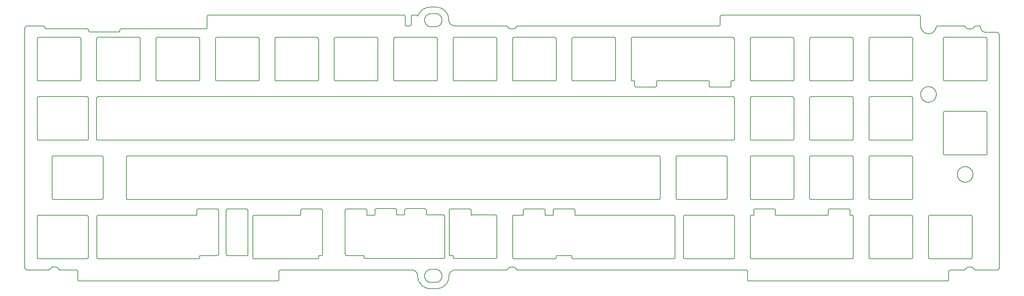
<source format=gbr>
%TF.GenerationSoftware,KiCad,Pcbnew,8.0.5*%
%TF.CreationDate,2024-09-18T09:40:36-04:00*%
%TF.ProjectId,limousine-plate,6c696d6f-7573-4696-9e65-2d706c617465,rev?*%
%TF.SameCoordinates,Original*%
%TF.FileFunction,Profile,NP*%
%FSLAX46Y46*%
G04 Gerber Fmt 4.6, Leading zero omitted, Abs format (unit mm)*
G04 Created by KiCad (PCBNEW 8.0.5) date 2024-09-18 09:40:36*
%MOMM*%
%LPD*%
G01*
G04 APERTURE LIST*
%TA.AperFunction,Profile*%
%ADD10C,0.185208*%
%TD*%
%TA.AperFunction,Profile*%
%ADD11C,0.158749*%
%TD*%
G04 APERTURE END LIST*
D10*
X230981189Y-63103072D02*
X231000000Y-63104502D01*
X231018538Y-63106858D01*
X231036779Y-63110116D01*
X231054701Y-63114252D01*
X231072278Y-63119243D01*
X231089490Y-63125067D01*
X231106311Y-63131699D01*
X231122719Y-63139117D01*
X231138691Y-63147297D01*
X231154203Y-63156216D01*
X231169232Y-63165851D01*
X231183755Y-63176179D01*
X231197749Y-63187175D01*
X231211190Y-63198818D01*
X231224054Y-63211083D01*
X231236319Y-63223947D01*
X231247962Y-63237387D01*
X231258959Y-63251380D01*
X231269287Y-63265903D01*
X231278922Y-63280932D01*
X231287841Y-63296444D01*
X231296022Y-63312416D01*
X231303440Y-63328824D01*
X231310072Y-63345645D01*
X231315896Y-63362856D01*
X231320888Y-63380434D01*
X231325024Y-63398355D01*
X231328282Y-63416596D01*
X231330637Y-63435134D01*
X231332068Y-63453945D01*
X231332550Y-63473007D01*
X231332550Y-73236132D01*
X231332068Y-73255193D01*
X231330637Y-73274005D01*
X231328282Y-73292543D01*
X231325024Y-73310784D01*
X231320888Y-73328705D01*
X231315896Y-73346283D01*
X231310072Y-73363494D01*
X231303440Y-73380315D01*
X231296022Y-73396723D01*
X231287841Y-73412695D01*
X231278922Y-73428207D01*
X231269287Y-73443236D01*
X231258959Y-73457758D01*
X231247962Y-73471751D01*
X231236319Y-73485192D01*
X231224054Y-73498056D01*
X231211190Y-73510321D01*
X231197749Y-73521963D01*
X231183755Y-73532960D01*
X231169232Y-73543287D01*
X231154203Y-73552922D01*
X231138691Y-73561841D01*
X231122719Y-73570021D01*
X231106311Y-73577439D01*
X231089490Y-73584072D01*
X231072278Y-73589895D01*
X231054701Y-73594887D01*
X231036779Y-73599023D01*
X231018538Y-73602280D01*
X231000000Y-73604636D01*
X230981189Y-73606066D01*
X230962128Y-73606548D01*
X221199020Y-73606548D01*
X221179959Y-73606066D01*
X221161147Y-73604636D01*
X221142610Y-73602280D01*
X221124368Y-73599023D01*
X221106447Y-73594887D01*
X221088869Y-73589895D01*
X221071658Y-73584072D01*
X221054837Y-73577439D01*
X221038429Y-73570021D01*
X221022457Y-73561841D01*
X221006945Y-73552922D01*
X220991915Y-73543287D01*
X220977392Y-73532960D01*
X220963399Y-73521963D01*
X220949958Y-73510321D01*
X220937094Y-73498056D01*
X220924828Y-73485192D01*
X220913186Y-73471751D01*
X220902189Y-73457758D01*
X220891861Y-73443236D01*
X220882226Y-73428207D01*
X220873307Y-73412695D01*
X220865126Y-73396723D01*
X220857708Y-73380315D01*
X220851075Y-73363494D01*
X220845252Y-73346283D01*
X220840260Y-73328705D01*
X220836124Y-73310784D01*
X220832866Y-73292543D01*
X220830510Y-73274005D01*
X220829080Y-73255193D01*
X220828598Y-73236132D01*
X220828598Y-63473007D01*
X220829080Y-63453945D01*
X220830510Y-63435134D01*
X220832866Y-63416596D01*
X220836124Y-63398355D01*
X220840260Y-63380434D01*
X220845252Y-63362856D01*
X220851075Y-63345645D01*
X220857708Y-63328824D01*
X220865126Y-63312416D01*
X220873307Y-63296444D01*
X220882226Y-63280932D01*
X220891861Y-63265903D01*
X220902189Y-63251380D01*
X220913186Y-63237387D01*
X220924828Y-63223947D01*
X220937094Y-63211083D01*
X220949958Y-63198818D01*
X220963399Y-63187175D01*
X220977392Y-63176179D01*
X220991915Y-63165851D01*
X221006945Y-63156216D01*
X221022457Y-63147297D01*
X221038429Y-63139117D01*
X221054837Y-63131699D01*
X221071658Y-63125067D01*
X221088869Y-63119243D01*
X221106447Y-63114252D01*
X221124368Y-63110116D01*
X221142610Y-63106858D01*
X221161147Y-63104502D01*
X221179959Y-63103072D01*
X221199020Y-63102590D01*
X230962128Y-63102590D01*
X230981189Y-63103072D01*
X121179757Y-104430962D02*
X121199113Y-104432334D01*
X121218120Y-104434598D01*
X121236759Y-104437734D01*
X121255010Y-104441723D01*
X121272854Y-104446545D01*
X121290272Y-104452181D01*
X121307245Y-104458611D01*
X121323752Y-104465817D01*
X121339775Y-104473778D01*
X121355294Y-104482476D01*
X121370289Y-104491890D01*
X121384743Y-104502002D01*
X121398634Y-104512793D01*
X121411944Y-104524242D01*
X121424653Y-104536331D01*
X121436742Y-104549040D01*
X121448192Y-104562350D01*
X121458982Y-104576241D01*
X121469095Y-104590694D01*
X121478510Y-104605690D01*
X121487207Y-104621209D01*
X121495169Y-104637232D01*
X121502375Y-104653739D01*
X121508805Y-104670712D01*
X121514441Y-104688130D01*
X121519263Y-104705974D01*
X121523252Y-104724226D01*
X121526388Y-104742865D01*
X121528652Y-104761873D01*
X121530025Y-104781229D01*
X121530487Y-104800915D01*
X121530487Y-105938621D01*
X123435486Y-105938621D01*
X123435486Y-104800915D01*
X123435948Y-104781229D01*
X123437320Y-104761873D01*
X123439584Y-104742866D01*
X123442720Y-104724227D01*
X123446709Y-104705976D01*
X123451531Y-104688131D01*
X123457167Y-104670713D01*
X123463598Y-104653741D01*
X123470804Y-104637233D01*
X123478765Y-104621211D01*
X123487463Y-104605692D01*
X123496878Y-104590696D01*
X123506990Y-104576243D01*
X123517781Y-104562351D01*
X123529231Y-104549042D01*
X123541320Y-104536333D01*
X123554029Y-104524244D01*
X123567339Y-104512794D01*
X123581230Y-104502003D01*
X123595683Y-104491891D01*
X123610679Y-104482476D01*
X123626198Y-104473779D01*
X123642221Y-104465817D01*
X123658728Y-104458612D01*
X123675700Y-104452181D01*
X123693118Y-104446545D01*
X123710963Y-104441723D01*
X123729214Y-104437735D01*
X123747853Y-104434599D01*
X123766860Y-104432334D01*
X123786215Y-104430962D01*
X123805900Y-104430500D01*
X128303818Y-104430500D01*
X128323503Y-104430962D01*
X128342858Y-104432334D01*
X128361865Y-104434598D01*
X128380504Y-104437734D01*
X128398755Y-104441723D01*
X128416600Y-104446545D01*
X128434018Y-104452181D01*
X128450990Y-104458611D01*
X128467497Y-104465817D01*
X128483520Y-104473778D01*
X128499039Y-104482476D01*
X128514035Y-104491890D01*
X128528488Y-104502002D01*
X128542379Y-104512793D01*
X128555689Y-104524242D01*
X128568398Y-104536331D01*
X128580487Y-104549040D01*
X128591937Y-104562350D01*
X128602728Y-104576241D01*
X128612840Y-104590694D01*
X128622255Y-104605690D01*
X128630953Y-104621209D01*
X128638914Y-104637232D01*
X128646120Y-104653739D01*
X128652551Y-104670712D01*
X128658187Y-104688130D01*
X128663009Y-104705974D01*
X128666998Y-104724226D01*
X128670134Y-104742865D01*
X128672398Y-104761873D01*
X128673770Y-104781229D01*
X128674232Y-104800915D01*
X128674232Y-105938621D01*
X132722359Y-105938621D01*
X132742044Y-105939083D01*
X132761399Y-105940456D01*
X132780406Y-105942720D01*
X132799045Y-105945856D01*
X132817296Y-105949845D01*
X132835141Y-105954667D01*
X132852559Y-105960303D01*
X132869531Y-105966733D01*
X132886038Y-105973939D01*
X132902061Y-105981900D01*
X132917580Y-105990598D01*
X132932576Y-106000013D01*
X132947029Y-106010125D01*
X132960920Y-106020916D01*
X132974230Y-106032365D01*
X132986939Y-106044454D01*
X132999028Y-106057163D01*
X133010478Y-106070473D01*
X133021269Y-106084364D01*
X133031381Y-106098817D01*
X133040796Y-106113813D01*
X133049494Y-106129332D01*
X133057455Y-106145355D01*
X133064661Y-106161862D01*
X133071092Y-106178835D01*
X133076728Y-106196253D01*
X133081550Y-106214097D01*
X133085538Y-106232349D01*
X133088675Y-106250988D01*
X133090939Y-106269995D01*
X133092311Y-106289351D01*
X133092773Y-106309036D01*
X133092773Y-116072166D01*
X133092311Y-116091851D01*
X133090939Y-116111207D01*
X133088675Y-116130214D01*
X133085538Y-116148853D01*
X133081550Y-116167104D01*
X133076728Y-116184948D01*
X133071092Y-116202366D01*
X133064661Y-116219339D01*
X133057455Y-116235846D01*
X133049494Y-116251869D01*
X133040796Y-116267388D01*
X133031381Y-116282384D01*
X133021269Y-116296837D01*
X133010478Y-116310728D01*
X132999028Y-116324038D01*
X132986939Y-116336747D01*
X132974230Y-116348836D01*
X132960920Y-116360286D01*
X132947029Y-116371076D01*
X132932576Y-116381189D01*
X132917580Y-116390604D01*
X132902061Y-116399302D01*
X132886038Y-116407263D01*
X132869531Y-116414469D01*
X132852559Y-116420899D01*
X132835141Y-116426535D01*
X132817296Y-116431358D01*
X132799045Y-116435346D01*
X132780406Y-116438482D01*
X132761399Y-116440747D01*
X132742044Y-116442119D01*
X132722359Y-116442581D01*
X114042770Y-116442581D01*
X114023085Y-116442119D01*
X114003729Y-116440747D01*
X113984723Y-116438483D01*
X113966084Y-116435346D01*
X113947833Y-116431358D01*
X113929988Y-116426536D01*
X113912570Y-116420900D01*
X113895598Y-116414469D01*
X113879091Y-116407264D01*
X113863068Y-116399302D01*
X113847549Y-116390605D01*
X113832553Y-116381190D01*
X113818100Y-116371078D01*
X113804209Y-116360287D01*
X113790899Y-116348838D01*
X113778190Y-116336749D01*
X113766100Y-116324039D01*
X113754651Y-116310730D01*
X113743860Y-116296838D01*
X113733748Y-116282385D01*
X113724333Y-116267389D01*
X113715635Y-116251870D01*
X113707673Y-116235848D01*
X113700468Y-116219340D01*
X113694037Y-116202368D01*
X113688401Y-116184950D01*
X113683579Y-116167105D01*
X113679590Y-116148854D01*
X113676454Y-116130215D01*
X113674190Y-116111208D01*
X113672817Y-116091852D01*
X113672356Y-116072166D01*
X113672356Y-115701752D01*
X109518394Y-115701752D01*
X109498709Y-115701290D01*
X109479354Y-115699917D01*
X109460347Y-115697653D01*
X109441708Y-115694517D01*
X109423457Y-115690528D01*
X109405612Y-115685706D01*
X109388194Y-115680070D01*
X109371222Y-115673640D01*
X109354715Y-115666434D01*
X109338692Y-115658473D01*
X109323173Y-115649775D01*
X109308177Y-115640360D01*
X109293724Y-115630248D01*
X109279833Y-115619457D01*
X109266523Y-115608008D01*
X109253814Y-115595919D01*
X109241725Y-115583209D01*
X109230275Y-115569899D01*
X109219484Y-115556008D01*
X109209372Y-115541555D01*
X109199957Y-115526559D01*
X109191259Y-115511040D01*
X109183298Y-115495017D01*
X109176092Y-115478509D01*
X109169661Y-115461537D01*
X109164025Y-115444118D01*
X109159203Y-115426274D01*
X109155214Y-115408022D01*
X109152078Y-115389383D01*
X109149814Y-115370375D01*
X109148441Y-115351019D01*
X109147980Y-115331333D01*
X109147980Y-104827377D01*
X109148441Y-104807692D01*
X109149814Y-104788336D01*
X109152078Y-104769330D01*
X109155214Y-104750691D01*
X109159203Y-104732440D01*
X109164025Y-104714595D01*
X109169661Y-104697177D01*
X109176092Y-104680205D01*
X109183298Y-104663698D01*
X109191259Y-104647675D01*
X109199957Y-104632156D01*
X109209372Y-104617160D01*
X109219484Y-104602707D01*
X109230275Y-104588816D01*
X109241725Y-104575506D01*
X109253814Y-104562797D01*
X109266523Y-104550707D01*
X109279833Y-104539258D01*
X109293724Y-104528467D01*
X109308177Y-104518355D01*
X109323173Y-104508940D01*
X109338692Y-104500242D01*
X109354715Y-104492281D01*
X109371222Y-104485075D01*
X109388194Y-104478644D01*
X109405612Y-104473008D01*
X109423457Y-104468186D01*
X109441708Y-104464197D01*
X109460347Y-104461061D01*
X109479354Y-104458797D01*
X109498709Y-104457424D01*
X109518394Y-104456963D01*
X114016311Y-104456963D01*
X114035997Y-104457424D01*
X114055352Y-104458797D01*
X114074359Y-104461061D01*
X114092998Y-104464197D01*
X114111249Y-104468186D01*
X114129094Y-104473008D01*
X114146512Y-104478644D01*
X114163484Y-104485074D01*
X114179991Y-104492280D01*
X114196014Y-104500241D01*
X114211533Y-104508939D01*
X114226529Y-104518354D01*
X114240982Y-104528466D01*
X114254873Y-104539257D01*
X114268183Y-104550706D01*
X114280892Y-104562795D01*
X114292981Y-104575504D01*
X114304431Y-104588814D01*
X114315222Y-104602705D01*
X114325334Y-104617158D01*
X114334749Y-104632154D01*
X114343447Y-104647673D01*
X114351408Y-104663696D01*
X114358614Y-104680203D01*
X114365045Y-104697176D01*
X114370681Y-104714594D01*
X114375503Y-104732438D01*
X114379491Y-104750690D01*
X114382628Y-104769329D01*
X114384892Y-104788336D01*
X114386264Y-104807692D01*
X114386726Y-104827377D01*
X114386726Y-105965088D01*
X116265266Y-105965088D01*
X116291740Y-105938621D01*
X116291740Y-104800915D01*
X116292202Y-104781229D01*
X116293575Y-104761873D01*
X116295839Y-104742866D01*
X116298975Y-104724227D01*
X116302964Y-104705976D01*
X116307786Y-104688131D01*
X116313422Y-104670713D01*
X116319853Y-104653741D01*
X116327058Y-104637233D01*
X116335020Y-104621211D01*
X116343718Y-104605692D01*
X116353132Y-104590696D01*
X116363245Y-104576243D01*
X116374036Y-104562351D01*
X116385485Y-104549042D01*
X116397574Y-104536333D01*
X116410283Y-104524244D01*
X116423593Y-104512794D01*
X116437485Y-104502003D01*
X116451938Y-104491891D01*
X116466934Y-104482476D01*
X116482453Y-104473779D01*
X116498475Y-104465817D01*
X116514983Y-104458612D01*
X116531955Y-104452181D01*
X116549373Y-104446545D01*
X116567217Y-104441723D01*
X116585469Y-104437735D01*
X116604107Y-104434599D01*
X116623114Y-104432334D01*
X116642470Y-104430962D01*
X116662155Y-104430500D01*
X121160072Y-104430500D01*
X121179757Y-104430962D01*
X50538556Y-91678055D02*
X50560608Y-91679428D01*
X50604010Y-91684828D01*
X50646249Y-91693639D01*
X50687054Y-91705705D01*
X50726153Y-91720872D01*
X50763276Y-91738984D01*
X50798151Y-91759887D01*
X50814661Y-91771337D01*
X50830507Y-91783426D01*
X50845655Y-91796135D01*
X50860072Y-91809445D01*
X50873723Y-91823336D01*
X50886575Y-91837789D01*
X50898594Y-91852785D01*
X50909745Y-91868304D01*
X50919996Y-91884327D01*
X50929311Y-91900834D01*
X50937658Y-91917806D01*
X50945001Y-91935224D01*
X50951308Y-91953069D01*
X50956544Y-91971320D01*
X50960676Y-91989959D01*
X50963669Y-92008966D01*
X50965490Y-92028322D01*
X50966104Y-92048008D01*
X50966104Y-101811130D01*
X50965565Y-101830816D01*
X50963960Y-101850172D01*
X50961308Y-101869179D01*
X50957629Y-101887818D01*
X50952943Y-101906069D01*
X50947268Y-101923914D01*
X50940625Y-101941332D01*
X50933032Y-101958304D01*
X50924508Y-101974812D01*
X50915074Y-101990835D01*
X50904749Y-102006354D01*
X50893551Y-102021349D01*
X50881501Y-102035803D01*
X50868617Y-102049694D01*
X50854920Y-102063004D01*
X50840428Y-102075713D01*
X50825161Y-102087802D01*
X50809138Y-102099251D01*
X50792379Y-102110042D01*
X50774903Y-102120154D01*
X50756729Y-102129569D01*
X50737877Y-102138267D01*
X50718366Y-102146228D01*
X50698215Y-102153433D01*
X50677445Y-102159864D01*
X50656073Y-102165500D01*
X50634121Y-102170322D01*
X50611606Y-102174311D01*
X50588549Y-102177447D01*
X50564968Y-102179711D01*
X50540884Y-102181083D01*
X50516315Y-102181545D01*
X39112775Y-102181545D01*
X39090534Y-102181083D01*
X39068482Y-102179711D01*
X39025080Y-102174310D01*
X38982841Y-102165499D01*
X38942036Y-102153433D01*
X38902936Y-102138266D01*
X38865813Y-102120153D01*
X38830938Y-102099250D01*
X38814428Y-102087800D01*
X38798582Y-102075711D01*
X38783433Y-102063002D01*
X38769017Y-102049692D01*
X38755365Y-102035801D01*
X38742513Y-102021348D01*
X38730494Y-102006352D01*
X38719343Y-101990833D01*
X38709092Y-101974810D01*
X38699776Y-101958303D01*
X38691430Y-101941330D01*
X38684086Y-101923912D01*
X38677779Y-101906068D01*
X38672543Y-101887817D01*
X38668411Y-101869178D01*
X38665418Y-101850171D01*
X38663597Y-101830816D01*
X38662983Y-101811130D01*
X38662983Y-92048008D01*
X38663522Y-92028322D01*
X38665127Y-92008966D01*
X38667779Y-91989958D01*
X38671458Y-91971319D01*
X38676144Y-91953068D01*
X38681819Y-91935223D01*
X38688463Y-91917805D01*
X38696056Y-91900832D01*
X38704579Y-91884325D01*
X38714013Y-91868302D01*
X38724339Y-91852783D01*
X38735537Y-91837787D01*
X38747587Y-91823334D01*
X38760471Y-91809443D01*
X38774168Y-91796133D01*
X38788660Y-91783424D01*
X38803927Y-91771335D01*
X38819950Y-91759886D01*
X38836710Y-91749096D01*
X38854186Y-91738983D01*
X38872360Y-91729569D01*
X38891212Y-91720871D01*
X38910723Y-91712910D01*
X38930874Y-91705704D01*
X38951644Y-91699274D01*
X38973016Y-91693638D01*
X38994969Y-91688816D01*
X39017483Y-91684828D01*
X39040541Y-91681692D01*
X39064121Y-91679428D01*
X39088206Y-91678055D01*
X39112775Y-91677593D01*
X50516315Y-91677593D01*
X50538556Y-91678055D01*
X159543712Y-63103072D02*
X159562523Y-63104502D01*
X159581061Y-63106858D01*
X159599302Y-63110116D01*
X159617223Y-63114252D01*
X159634801Y-63119243D01*
X159652012Y-63125067D01*
X159668833Y-63131699D01*
X159685241Y-63139117D01*
X159701212Y-63147297D01*
X159716724Y-63156216D01*
X159731753Y-63165851D01*
X159746276Y-63176179D01*
X159760269Y-63187175D01*
X159773709Y-63198818D01*
X159786573Y-63211083D01*
X159798838Y-63223947D01*
X159810481Y-63237387D01*
X159821477Y-63251380D01*
X159831804Y-63265903D01*
X159841439Y-63280932D01*
X159850358Y-63296444D01*
X159858538Y-63312416D01*
X159865956Y-63328824D01*
X159872589Y-63345645D01*
X159878412Y-63362856D01*
X159883404Y-63380434D01*
X159887540Y-63398355D01*
X159890797Y-63416596D01*
X159893153Y-63435134D01*
X159894583Y-63453945D01*
X159895065Y-63473007D01*
X159895065Y-73236132D01*
X159894583Y-73255193D01*
X159893153Y-73274005D01*
X159890797Y-73292543D01*
X159887540Y-73310784D01*
X159883404Y-73328705D01*
X159878412Y-73346283D01*
X159872589Y-73363494D01*
X159865956Y-73380315D01*
X159858538Y-73396723D01*
X159850358Y-73412695D01*
X159841439Y-73428207D01*
X159831804Y-73443236D01*
X159821477Y-73457758D01*
X159810481Y-73471751D01*
X159798838Y-73485192D01*
X159786573Y-73498056D01*
X159773709Y-73510321D01*
X159760269Y-73521963D01*
X159746276Y-73532960D01*
X159731753Y-73543287D01*
X159716724Y-73552922D01*
X159701212Y-73561841D01*
X159685241Y-73570021D01*
X159668833Y-73577439D01*
X159652012Y-73584072D01*
X159634801Y-73589895D01*
X159617223Y-73594887D01*
X159599302Y-73599023D01*
X159581061Y-73602280D01*
X159562523Y-73604636D01*
X159543712Y-73606066D01*
X159524650Y-73606548D01*
X149761520Y-73606548D01*
X149742459Y-73606066D01*
X149723647Y-73604636D01*
X149705110Y-73602280D01*
X149686869Y-73599023D01*
X149668948Y-73594887D01*
X149651370Y-73589895D01*
X149634159Y-73584072D01*
X149617338Y-73577439D01*
X149600930Y-73570021D01*
X149584959Y-73561841D01*
X149569447Y-73552922D01*
X149554418Y-73543287D01*
X149539895Y-73532960D01*
X149525902Y-73521963D01*
X149512462Y-73510321D01*
X149499597Y-73498056D01*
X149487332Y-73485192D01*
X149475690Y-73471751D01*
X149464694Y-73457758D01*
X149454366Y-73443236D01*
X149444732Y-73428207D01*
X149435813Y-73412695D01*
X149427632Y-73396723D01*
X149420215Y-73380315D01*
X149413582Y-73363494D01*
X149407759Y-73346283D01*
X149402767Y-73328705D01*
X149398631Y-73310784D01*
X149395374Y-73292543D01*
X149393018Y-73274005D01*
X149391587Y-73255193D01*
X149391106Y-73236132D01*
X149391106Y-63473007D01*
X149391587Y-63453945D01*
X149393018Y-63435134D01*
X149395374Y-63416596D01*
X149398631Y-63398355D01*
X149402767Y-63380434D01*
X149407759Y-63362856D01*
X149413582Y-63345645D01*
X149420215Y-63328824D01*
X149427632Y-63312416D01*
X149435813Y-63296444D01*
X149444732Y-63280932D01*
X149454366Y-63265903D01*
X149464694Y-63251380D01*
X149475690Y-63237387D01*
X149487332Y-63223947D01*
X149499597Y-63211083D01*
X149512462Y-63198818D01*
X149525902Y-63187175D01*
X149539895Y-63176179D01*
X149554418Y-63165851D01*
X149569447Y-63156216D01*
X149584959Y-63147297D01*
X149600930Y-63139117D01*
X149617338Y-63131699D01*
X149634159Y-63125067D01*
X149651370Y-63119243D01*
X149668948Y-63114252D01*
X149686869Y-63110116D01*
X149705110Y-63106858D01*
X149723647Y-63104502D01*
X149742459Y-63103072D01*
X149761520Y-63102590D01*
X159524650Y-63102590D01*
X159543712Y-63103072D01*
X216693698Y-63103072D02*
X216712510Y-63104502D01*
X216731047Y-63106858D01*
X216749289Y-63110116D01*
X216767210Y-63114252D01*
X216784787Y-63119243D01*
X216801999Y-63125067D01*
X216818820Y-63131699D01*
X216835228Y-63139117D01*
X216851200Y-63147297D01*
X216866712Y-63156216D01*
X216881742Y-63165851D01*
X216896265Y-63176179D01*
X216910258Y-63187175D01*
X216923699Y-63198818D01*
X216936563Y-63211083D01*
X216948829Y-63223947D01*
X216960471Y-63237387D01*
X216971468Y-63251380D01*
X216981796Y-63265903D01*
X216991431Y-63280932D01*
X217000350Y-63296444D01*
X217008531Y-63312416D01*
X217015949Y-63328824D01*
X217022581Y-63345645D01*
X217028405Y-63362856D01*
X217033397Y-63380434D01*
X217037533Y-63398355D01*
X217040791Y-63416596D01*
X217043147Y-63435134D01*
X217044577Y-63453945D01*
X217045059Y-63473007D01*
X217045059Y-73236132D01*
X217044577Y-73255193D01*
X217043147Y-73274005D01*
X217040791Y-73292543D01*
X217037533Y-73310784D01*
X217033397Y-73328705D01*
X217028405Y-73346283D01*
X217022581Y-73363494D01*
X217015949Y-73380315D01*
X217008531Y-73396723D01*
X217000350Y-73412695D01*
X216991431Y-73428207D01*
X216981796Y-73443236D01*
X216971468Y-73457758D01*
X216960471Y-73471751D01*
X216948829Y-73485192D01*
X216936563Y-73498056D01*
X216923699Y-73510321D01*
X216910258Y-73521963D01*
X216896265Y-73532960D01*
X216881742Y-73543287D01*
X216866712Y-73552922D01*
X216851200Y-73561841D01*
X216835228Y-73570021D01*
X216818820Y-73577439D01*
X216801999Y-73584072D01*
X216784787Y-73589895D01*
X216767210Y-73594887D01*
X216749289Y-73599023D01*
X216731047Y-73602280D01*
X216712510Y-73604636D01*
X216693698Y-73606066D01*
X216674637Y-73606548D01*
X206911514Y-73606548D01*
X206892453Y-73606066D01*
X206873641Y-73604636D01*
X206855103Y-73602280D01*
X206836862Y-73599023D01*
X206818941Y-73594887D01*
X206801363Y-73589895D01*
X206784152Y-73584072D01*
X206767331Y-73577439D01*
X206750922Y-73570021D01*
X206734951Y-73561841D01*
X206719438Y-73552922D01*
X206704409Y-73543287D01*
X206689886Y-73532960D01*
X206675893Y-73521963D01*
X206662452Y-73510321D01*
X206649587Y-73498056D01*
X206637322Y-73485192D01*
X206625680Y-73471751D01*
X206614683Y-73457758D01*
X206604355Y-73443236D01*
X206594720Y-73428207D01*
X206585801Y-73412695D01*
X206577620Y-73396723D01*
X206570202Y-73380315D01*
X206563569Y-73363494D01*
X206557746Y-73346283D01*
X206552754Y-73328705D01*
X206548618Y-73310784D01*
X206545360Y-73292543D01*
X206543004Y-73274005D01*
X206541574Y-73255193D01*
X206541092Y-73236132D01*
X206541092Y-63473007D01*
X206541574Y-63453945D01*
X206543004Y-63435134D01*
X206545360Y-63416596D01*
X206548618Y-63398355D01*
X206552754Y-63380434D01*
X206557746Y-63362856D01*
X206563569Y-63345645D01*
X206570202Y-63328824D01*
X206577620Y-63312416D01*
X206585801Y-63296444D01*
X206594720Y-63280932D01*
X206604355Y-63265903D01*
X206614683Y-63251380D01*
X206625680Y-63237387D01*
X206637322Y-63223947D01*
X206649587Y-63211083D01*
X206662452Y-63198818D01*
X206675893Y-63187175D01*
X206689886Y-63176179D01*
X206704409Y-63165851D01*
X206719438Y-63156216D01*
X206734951Y-63147297D01*
X206750922Y-63139117D01*
X206767331Y-63131699D01*
X206784152Y-63125067D01*
X206801363Y-63119243D01*
X206818941Y-63114252D01*
X206836862Y-63110116D01*
X206855103Y-63106858D01*
X206873641Y-63104502D01*
X206892453Y-63103072D01*
X206911514Y-63102590D01*
X216674637Y-63102590D01*
X216693698Y-63103072D01*
X85433917Y-104457445D02*
X85452729Y-104458875D01*
X85471266Y-104461231D01*
X85489507Y-104464488D01*
X85507428Y-104468624D01*
X85525006Y-104473616D01*
X85542217Y-104479439D01*
X85559038Y-104486072D01*
X85575446Y-104493489D01*
X85591418Y-104501670D01*
X85606929Y-104510589D01*
X85621958Y-104520224D01*
X85636481Y-104530551D01*
X85650474Y-104541547D01*
X85663914Y-104553190D01*
X85676779Y-104565454D01*
X85689044Y-104578319D01*
X85700686Y-104591759D01*
X85711682Y-104605752D01*
X85722010Y-104620275D01*
X85731644Y-104635304D01*
X85740564Y-104650816D01*
X85748744Y-104666787D01*
X85756162Y-104683195D01*
X85762794Y-104700016D01*
X85768617Y-104717227D01*
X85773609Y-104734805D01*
X85777745Y-104752726D01*
X85781003Y-104770967D01*
X85783358Y-104789504D01*
X85784789Y-104808316D01*
X85785271Y-104827377D01*
X85785271Y-115331337D01*
X85784789Y-115350398D01*
X85783358Y-115369210D01*
X85781003Y-115387748D01*
X85777745Y-115405989D01*
X85773609Y-115423910D01*
X85768617Y-115441487D01*
X85762794Y-115458698D01*
X85756162Y-115475520D01*
X85748744Y-115491928D01*
X85740564Y-115507900D01*
X85731644Y-115523412D01*
X85722010Y-115538441D01*
X85711682Y-115552963D01*
X85700686Y-115566957D01*
X85689044Y-115580397D01*
X85676779Y-115593262D01*
X85663914Y-115605527D01*
X85650474Y-115617169D01*
X85636481Y-115628166D01*
X85621958Y-115638493D01*
X85606929Y-115648128D01*
X85591418Y-115657048D01*
X85575446Y-115665228D01*
X85559038Y-115672646D01*
X85542217Y-115679278D01*
X85525006Y-115685102D01*
X85507428Y-115690094D01*
X85489507Y-115694230D01*
X85471266Y-115697487D01*
X85452729Y-115699843D01*
X85433917Y-115701273D01*
X85414856Y-115701755D01*
X80916935Y-115701755D01*
X80897873Y-115701273D01*
X80879062Y-115699843D01*
X80860524Y-115697487D01*
X80842283Y-115694230D01*
X80824362Y-115690094D01*
X80806785Y-115685102D01*
X80789574Y-115679278D01*
X80772753Y-115672646D01*
X80756345Y-115665228D01*
X80740373Y-115657048D01*
X80724861Y-115648128D01*
X80709832Y-115638493D01*
X80695310Y-115628166D01*
X80681317Y-115617169D01*
X80667876Y-115605527D01*
X80655012Y-115593262D01*
X80642747Y-115580397D01*
X80631105Y-115566957D01*
X80620108Y-115552963D01*
X80609781Y-115538441D01*
X80600146Y-115523412D01*
X80591227Y-115507900D01*
X80583047Y-115491928D01*
X80575629Y-115475520D01*
X80568997Y-115458698D01*
X80563173Y-115441487D01*
X80558182Y-115423910D01*
X80554046Y-115405989D01*
X80550788Y-115387748D01*
X80548433Y-115369210D01*
X80547002Y-115350398D01*
X80546520Y-115331337D01*
X80546520Y-104827377D01*
X80547002Y-104808316D01*
X80548433Y-104789504D01*
X80550788Y-104770967D01*
X80554046Y-104752726D01*
X80558182Y-104734805D01*
X80563173Y-104717227D01*
X80568997Y-104700016D01*
X80575629Y-104683195D01*
X80583047Y-104666787D01*
X80591227Y-104650816D01*
X80600146Y-104635304D01*
X80609781Y-104620275D01*
X80620108Y-104605752D01*
X80631105Y-104591759D01*
X80642747Y-104578319D01*
X80655012Y-104565454D01*
X80667876Y-104553190D01*
X80681317Y-104541547D01*
X80695310Y-104530551D01*
X80709832Y-104520224D01*
X80724861Y-104510589D01*
X80740373Y-104501670D01*
X80756345Y-104493489D01*
X80772753Y-104486072D01*
X80789574Y-104479439D01*
X80806785Y-104473616D01*
X80824362Y-104468624D01*
X80842283Y-104464488D01*
X80860524Y-104461231D01*
X80879062Y-104458875D01*
X80897873Y-104457445D01*
X80916935Y-104456963D01*
X85414856Y-104456963D01*
X85433917Y-104457445D01*
X184546817Y-91678071D02*
X184565628Y-91679502D01*
X184584166Y-91681857D01*
X184602408Y-91685115D01*
X184620329Y-91689251D01*
X184637906Y-91694242D01*
X184655118Y-91700066D01*
X184671939Y-91706698D01*
X184688347Y-91714116D01*
X184704319Y-91722296D01*
X184719831Y-91731216D01*
X184734861Y-91740850D01*
X184749383Y-91751178D01*
X184763377Y-91762174D01*
X184776818Y-91773816D01*
X184789682Y-91786081D01*
X184801948Y-91798945D01*
X184813590Y-91812386D01*
X184824587Y-91826379D01*
X184834915Y-91840902D01*
X184844550Y-91855930D01*
X184853469Y-91871442D01*
X184861650Y-91887414D01*
X184869068Y-91903822D01*
X184875700Y-91920643D01*
X184881524Y-91937854D01*
X184886516Y-91955432D01*
X184890652Y-91973353D01*
X184893910Y-91991594D01*
X184896265Y-92010131D01*
X184897696Y-92028943D01*
X184898178Y-92048004D01*
X184898178Y-101811131D01*
X184897696Y-101830192D01*
X184896265Y-101849003D01*
X184893910Y-101867541D01*
X184890652Y-101885782D01*
X184886516Y-101903703D01*
X184881524Y-101921281D01*
X184875700Y-101938492D01*
X184869068Y-101955313D01*
X184861650Y-101971721D01*
X184853469Y-101987692D01*
X184844550Y-102003204D01*
X184834915Y-102018233D01*
X184824587Y-102032756D01*
X184813590Y-102046749D01*
X184801948Y-102060189D01*
X184789682Y-102073053D01*
X184776818Y-102085318D01*
X184763377Y-102096961D01*
X184749383Y-102107957D01*
X184734861Y-102118284D01*
X184719831Y-102127919D01*
X184704319Y-102136838D01*
X184688347Y-102145018D01*
X184671939Y-102152436D01*
X184655118Y-102159069D01*
X184637906Y-102164892D01*
X184620329Y-102169884D01*
X184602408Y-102174020D01*
X184584166Y-102177277D01*
X184565628Y-102179633D01*
X184546817Y-102181063D01*
X184527756Y-102181545D01*
X56892774Y-102181545D01*
X56873713Y-102181063D01*
X56854901Y-102179633D01*
X56836363Y-102177277D01*
X56818122Y-102174020D01*
X56800201Y-102169884D01*
X56782623Y-102164892D01*
X56765412Y-102159069D01*
X56748591Y-102152436D01*
X56732183Y-102145018D01*
X56716211Y-102136838D01*
X56700700Y-102127919D01*
X56685671Y-102118284D01*
X56671148Y-102107957D01*
X56657155Y-102096961D01*
X56643714Y-102085318D01*
X56630850Y-102073053D01*
X56618585Y-102060189D01*
X56606943Y-102046749D01*
X56595946Y-102032756D01*
X56585619Y-102018233D01*
X56575984Y-102003204D01*
X56567065Y-101987692D01*
X56558885Y-101971721D01*
X56551467Y-101955313D01*
X56544834Y-101938492D01*
X56539011Y-101921281D01*
X56534019Y-101903703D01*
X56529883Y-101885782D01*
X56526626Y-101867541D01*
X56524270Y-101849003D01*
X56522840Y-101830192D01*
X56522358Y-101811131D01*
X56522358Y-92048004D01*
X56522840Y-92028943D01*
X56524270Y-92010131D01*
X56526626Y-91991594D01*
X56529883Y-91973353D01*
X56534019Y-91955432D01*
X56539011Y-91937854D01*
X56544834Y-91920643D01*
X56551467Y-91903822D01*
X56558885Y-91887414D01*
X56567065Y-91871442D01*
X56575984Y-91855930D01*
X56585619Y-91840902D01*
X56595946Y-91826379D01*
X56606943Y-91812386D01*
X56618585Y-91798945D01*
X56630850Y-91786081D01*
X56643714Y-91773816D01*
X56657155Y-91762174D01*
X56671148Y-91751178D01*
X56685671Y-91740850D01*
X56700700Y-91731216D01*
X56716211Y-91722296D01*
X56732183Y-91714116D01*
X56748591Y-91706698D01*
X56765412Y-91700066D01*
X56782623Y-91694242D01*
X56800201Y-91689251D01*
X56818122Y-91685115D01*
X56836363Y-91681857D01*
X56854901Y-91679502D01*
X56873713Y-91678071D01*
X56892774Y-91677589D01*
X184527756Y-91677589D01*
X184546817Y-91678071D01*
X173831195Y-63103072D02*
X173850007Y-63104502D01*
X173868544Y-63106858D01*
X173886786Y-63110116D01*
X173904707Y-63114252D01*
X173922284Y-63119243D01*
X173939496Y-63125067D01*
X173956317Y-63131699D01*
X173972725Y-63139117D01*
X173988697Y-63147297D01*
X174004209Y-63156216D01*
X174019239Y-63165851D01*
X174033762Y-63176179D01*
X174047755Y-63187175D01*
X174061196Y-63198818D01*
X174074060Y-63211083D01*
X174086326Y-63223947D01*
X174097968Y-63237387D01*
X174108965Y-63251380D01*
X174119293Y-63265903D01*
X174128928Y-63280932D01*
X174137847Y-63296444D01*
X174146028Y-63312416D01*
X174153446Y-63328824D01*
X174160078Y-63345645D01*
X174165902Y-63362856D01*
X174170894Y-63380434D01*
X174175030Y-63398355D01*
X174178288Y-63416596D01*
X174180644Y-63435134D01*
X174182074Y-63453945D01*
X174182556Y-63473007D01*
X174182556Y-73236132D01*
X174182074Y-73255193D01*
X174180644Y-73274005D01*
X174178288Y-73292543D01*
X174175030Y-73310784D01*
X174170894Y-73328705D01*
X174165902Y-73346283D01*
X174160078Y-73363494D01*
X174153446Y-73380315D01*
X174146028Y-73396723D01*
X174137847Y-73412695D01*
X174128928Y-73428207D01*
X174119293Y-73443236D01*
X174108965Y-73457758D01*
X174097968Y-73471751D01*
X174086326Y-73485192D01*
X174074060Y-73498056D01*
X174061196Y-73510321D01*
X174047755Y-73521963D01*
X174033762Y-73532960D01*
X174019239Y-73543287D01*
X174004209Y-73552922D01*
X173988697Y-73561841D01*
X173972725Y-73570021D01*
X173956317Y-73577439D01*
X173939496Y-73584072D01*
X173922284Y-73589895D01*
X173904707Y-73594887D01*
X173886786Y-73599023D01*
X173868544Y-73602280D01*
X173850007Y-73604636D01*
X173831195Y-73606066D01*
X173812134Y-73606548D01*
X164049011Y-73606548D01*
X164029951Y-73606066D01*
X164011141Y-73604636D01*
X163992604Y-73602280D01*
X163974364Y-73599023D01*
X163956444Y-73594887D01*
X163938867Y-73589895D01*
X163921657Y-73584072D01*
X163904837Y-73577439D01*
X163888429Y-73570021D01*
X163872458Y-73561841D01*
X163856946Y-73552922D01*
X163841918Y-73543287D01*
X163827395Y-73532960D01*
X163813402Y-73521963D01*
X163799962Y-73510321D01*
X163787098Y-73498056D01*
X163774833Y-73485192D01*
X163763190Y-73471751D01*
X163752194Y-73457758D01*
X163741867Y-73443236D01*
X163732232Y-73428207D01*
X163723312Y-73412695D01*
X163715132Y-73396723D01*
X163707714Y-73380315D01*
X163701081Y-73363494D01*
X163695258Y-73346283D01*
X163690266Y-73328705D01*
X163686130Y-73310784D01*
X163682872Y-73292543D01*
X163680516Y-73274005D01*
X163679086Y-73255193D01*
X163678604Y-73236132D01*
X163678604Y-63473007D01*
X163679086Y-63453945D01*
X163680516Y-63435134D01*
X163682872Y-63416596D01*
X163686130Y-63398355D01*
X163690266Y-63380434D01*
X163695258Y-63362856D01*
X163701081Y-63345645D01*
X163707714Y-63328824D01*
X163715132Y-63312416D01*
X163723312Y-63296444D01*
X163732232Y-63280932D01*
X163741867Y-63265903D01*
X163752194Y-63251380D01*
X163763190Y-63237387D01*
X163774833Y-63223947D01*
X163787098Y-63211083D01*
X163799962Y-63198818D01*
X163813402Y-63187175D01*
X163827395Y-63176179D01*
X163841918Y-63165851D01*
X163856946Y-63156216D01*
X163872458Y-63147297D01*
X163888429Y-63139117D01*
X163904837Y-63131699D01*
X163921657Y-63125067D01*
X163938867Y-63119243D01*
X163956444Y-63114252D01*
X163974364Y-63110116D01*
X163992604Y-63106858D01*
X164011141Y-63104502D01*
X164029951Y-63103072D01*
X164049011Y-63102590D01*
X173812134Y-63102590D01*
X173831195Y-63103072D01*
X202406207Y-105965570D02*
X202425019Y-105967000D01*
X202443557Y-105969356D01*
X202461798Y-105972613D01*
X202479719Y-105976749D01*
X202497297Y-105981741D01*
X202514508Y-105987564D01*
X202531329Y-105994197D01*
X202547738Y-106001615D01*
X202563709Y-106009795D01*
X202579222Y-106018714D01*
X202594251Y-106028349D01*
X202608774Y-106038676D01*
X202622767Y-106049673D01*
X202636208Y-106061315D01*
X202649073Y-106073580D01*
X202661338Y-106086444D01*
X202672980Y-106099884D01*
X202683977Y-106113877D01*
X202694305Y-106128400D01*
X202703940Y-106143429D01*
X202712859Y-106158941D01*
X202721040Y-106174912D01*
X202728458Y-106191320D01*
X202735091Y-106208141D01*
X202740914Y-106225352D01*
X202745906Y-106242930D01*
X202750042Y-106260851D01*
X202753300Y-106279092D01*
X202755656Y-106297630D01*
X202757086Y-106316441D01*
X202757568Y-106335503D01*
X202757568Y-116098629D01*
X202757086Y-116117690D01*
X202755656Y-116136502D01*
X202753300Y-116155039D01*
X202750042Y-116173280D01*
X202745906Y-116191201D01*
X202740914Y-116208779D01*
X202735091Y-116225990D01*
X202728458Y-116242811D01*
X202721040Y-116259219D01*
X202712859Y-116275191D01*
X202703940Y-116290703D01*
X202694305Y-116305731D01*
X202683977Y-116320254D01*
X202672980Y-116334247D01*
X202661338Y-116347688D01*
X202649073Y-116360552D01*
X202636208Y-116372817D01*
X202622767Y-116384459D01*
X202608774Y-116395455D01*
X202594251Y-116405783D01*
X202579222Y-116415418D01*
X202563709Y-116424337D01*
X202547738Y-116432517D01*
X202531329Y-116439935D01*
X202514508Y-116446567D01*
X202497297Y-116452391D01*
X202479719Y-116457382D01*
X202461798Y-116461518D01*
X202443557Y-116464776D01*
X202425019Y-116467131D01*
X202406207Y-116468562D01*
X202387146Y-116469044D01*
X190851318Y-116469044D01*
X190832257Y-116468562D01*
X190813445Y-116467131D01*
X190794907Y-116464776D01*
X190776666Y-116461518D01*
X190758745Y-116457382D01*
X190741167Y-116452391D01*
X190723956Y-116446567D01*
X190707135Y-116439935D01*
X190690727Y-116432517D01*
X190674755Y-116424337D01*
X190659243Y-116415418D01*
X190644213Y-116405783D01*
X190629690Y-116395455D01*
X190615697Y-116384459D01*
X190602256Y-116372817D01*
X190589392Y-116360552D01*
X190577126Y-116347688D01*
X190565484Y-116334247D01*
X190554487Y-116320254D01*
X190544159Y-116305731D01*
X190534524Y-116290703D01*
X190525605Y-116275191D01*
X190517424Y-116259219D01*
X190510006Y-116242811D01*
X190503373Y-116225990D01*
X190497550Y-116208779D01*
X190492558Y-116191201D01*
X190488422Y-116173280D01*
X190485164Y-116155039D01*
X190482808Y-116136502D01*
X190481378Y-116117690D01*
X190480896Y-116098629D01*
X190480896Y-106335503D01*
X190481378Y-106316441D01*
X190482808Y-106297630D01*
X190485164Y-106279092D01*
X190488422Y-106260851D01*
X190492558Y-106242930D01*
X190497550Y-106225352D01*
X190503373Y-106208141D01*
X190510006Y-106191320D01*
X190517424Y-106174912D01*
X190525605Y-106158941D01*
X190534524Y-106143429D01*
X190544159Y-106128400D01*
X190554487Y-106113877D01*
X190565484Y-106099884D01*
X190577126Y-106086444D01*
X190589392Y-106073580D01*
X190602256Y-106061315D01*
X190615697Y-106049673D01*
X190629690Y-106038676D01*
X190644213Y-106028349D01*
X190659243Y-106018714D01*
X190674755Y-106009795D01*
X190690727Y-106001615D01*
X190707135Y-105994197D01*
X190723956Y-105987564D01*
X190741167Y-105981741D01*
X190758745Y-105976749D01*
X190776666Y-105972613D01*
X190794907Y-105969356D01*
X190813445Y-105967000D01*
X190832257Y-105965570D01*
X190851318Y-105965088D01*
X202387146Y-105965088D01*
X202406207Y-105965570D01*
X73818713Y-63103072D02*
X73837524Y-63104502D01*
X73856062Y-63106858D01*
X73874302Y-63110116D01*
X73892223Y-63114252D01*
X73909801Y-63119243D01*
X73927012Y-63125067D01*
X73943833Y-63131699D01*
X73960240Y-63139117D01*
X73976212Y-63147297D01*
X73991724Y-63156216D01*
X74006753Y-63165851D01*
X74021275Y-63176179D01*
X74035269Y-63187175D01*
X74048709Y-63198818D01*
X74061573Y-63211083D01*
X74073838Y-63223947D01*
X74085481Y-63237387D01*
X74096477Y-63251380D01*
X74106805Y-63265903D01*
X74116440Y-63280932D01*
X74125359Y-63296444D01*
X74133539Y-63312416D01*
X74140957Y-63328824D01*
X74147590Y-63345645D01*
X74153413Y-63362856D01*
X74158405Y-63380434D01*
X74162541Y-63398355D01*
X74165799Y-63416596D01*
X74168154Y-63435134D01*
X74169585Y-63453945D01*
X74170067Y-63473007D01*
X74170067Y-73236132D01*
X74169585Y-73255193D01*
X74168154Y-73274005D01*
X74165799Y-73292543D01*
X74162541Y-73310784D01*
X74158405Y-73328705D01*
X74153413Y-73346283D01*
X74147590Y-73363494D01*
X74140957Y-73380315D01*
X74133539Y-73396723D01*
X74125359Y-73412695D01*
X74116440Y-73428207D01*
X74106805Y-73443236D01*
X74096477Y-73457758D01*
X74085481Y-73471751D01*
X74073838Y-73485192D01*
X74061573Y-73498056D01*
X74048709Y-73510321D01*
X74035269Y-73521963D01*
X74021275Y-73532960D01*
X74006753Y-73543287D01*
X73991724Y-73552922D01*
X73976212Y-73561841D01*
X73960240Y-73570021D01*
X73943833Y-73577439D01*
X73927012Y-73584072D01*
X73909801Y-73589895D01*
X73892223Y-73594887D01*
X73874302Y-73599023D01*
X73856062Y-73602280D01*
X73837524Y-73604636D01*
X73818713Y-73606066D01*
X73799652Y-73606548D01*
X64036522Y-73606548D01*
X64017460Y-73606066D01*
X63998649Y-73604636D01*
X63980111Y-73602280D01*
X63961870Y-73599023D01*
X63943949Y-73594887D01*
X63926372Y-73589895D01*
X63909161Y-73584072D01*
X63892340Y-73577439D01*
X63875932Y-73570021D01*
X63859960Y-73561841D01*
X63844448Y-73552922D01*
X63829419Y-73543287D01*
X63814897Y-73532960D01*
X63800904Y-73521963D01*
X63787463Y-73510321D01*
X63774599Y-73498056D01*
X63762334Y-73485192D01*
X63750692Y-73471751D01*
X63739695Y-73457758D01*
X63729368Y-73443236D01*
X63719733Y-73428207D01*
X63710814Y-73412695D01*
X63702634Y-73396723D01*
X63695216Y-73380315D01*
X63688584Y-73363494D01*
X63682760Y-73346283D01*
X63677769Y-73328705D01*
X63673633Y-73310784D01*
X63670375Y-73292543D01*
X63668019Y-73274005D01*
X63666589Y-73255193D01*
X63666107Y-73236132D01*
X63666107Y-63473007D01*
X63666589Y-63453945D01*
X63668019Y-63435134D01*
X63670375Y-63416596D01*
X63673633Y-63398355D01*
X63677769Y-63380434D01*
X63682760Y-63362856D01*
X63688584Y-63345645D01*
X63695216Y-63328824D01*
X63702634Y-63312416D01*
X63710814Y-63296444D01*
X63719733Y-63280932D01*
X63729368Y-63265903D01*
X63739695Y-63251380D01*
X63750692Y-63237387D01*
X63762334Y-63223947D01*
X63774599Y-63211083D01*
X63787463Y-63198818D01*
X63800904Y-63187175D01*
X63814897Y-63176179D01*
X63829419Y-63165851D01*
X63844448Y-63156216D01*
X63859960Y-63147297D01*
X63875932Y-63139117D01*
X63892340Y-63131699D01*
X63909161Y-63125067D01*
X63926372Y-63119243D01*
X63943949Y-63114252D01*
X63961870Y-63110116D01*
X63980111Y-63106858D01*
X63998649Y-63104502D01*
X64017460Y-63103072D01*
X64036522Y-63102590D01*
X73799652Y-63102590D01*
X73818713Y-63103072D01*
X202380403Y-63103052D02*
X202399760Y-63104425D01*
X202418767Y-63106689D01*
X202437407Y-63109825D01*
X202455658Y-63113814D01*
X202473503Y-63118636D01*
X202490922Y-63124272D01*
X202507894Y-63130702D01*
X202524402Y-63137908D01*
X202540425Y-63145869D01*
X202555944Y-63154567D01*
X202570941Y-63163982D01*
X202585394Y-63174094D01*
X202599286Y-63184885D01*
X202612596Y-63196334D01*
X202625305Y-63208423D01*
X202637394Y-63221133D01*
X202648844Y-63234442D01*
X202659635Y-63248334D01*
X202669747Y-63262787D01*
X202679162Y-63277783D01*
X202687860Y-63293302D01*
X202695822Y-63309325D01*
X202703028Y-63325832D01*
X202709458Y-63342805D01*
X202715094Y-63360223D01*
X202719916Y-63378067D01*
X202723905Y-63396319D01*
X202727041Y-63414958D01*
X202729305Y-63433965D01*
X202730678Y-63453321D01*
X202731140Y-63473007D01*
X202731140Y-73209671D01*
X202730678Y-73229357D01*
X202729305Y-73248713D01*
X202727041Y-73267720D01*
X202723905Y-73286359D01*
X202719915Y-73304611D01*
X202715093Y-73322455D01*
X202709456Y-73339874D01*
X202703025Y-73356846D01*
X202695819Y-73373353D01*
X202687857Y-73389376D01*
X202679159Y-73404895D01*
X202669743Y-73419891D01*
X202659630Y-73434345D01*
X202648839Y-73448236D01*
X202637389Y-73461546D01*
X202625299Y-73474255D01*
X202612590Y-73486344D01*
X202599279Y-73497793D01*
X202585388Y-73508584D01*
X202570934Y-73518696D01*
X202555938Y-73528111D01*
X202540418Y-73536809D01*
X202524395Y-73544770D01*
X202507888Y-73551976D01*
X202490916Y-73558406D01*
X202473498Y-73564042D01*
X202455653Y-73568864D01*
X202437402Y-73572853D01*
X202418764Y-73575989D01*
X202399757Y-73578253D01*
X202380402Y-73579626D01*
X202360718Y-73580088D01*
X201910919Y-73580088D01*
X201910919Y-74717798D01*
X201910457Y-74737484D01*
X201909084Y-74756840D01*
X201906820Y-74775847D01*
X201903684Y-74794486D01*
X201899694Y-74812737D01*
X201894872Y-74830582D01*
X201889236Y-74848000D01*
X201882804Y-74864972D01*
X201875598Y-74881480D01*
X201867636Y-74897503D01*
X201858938Y-74913022D01*
X201849522Y-74928018D01*
X201839409Y-74942471D01*
X201828618Y-74956362D01*
X201817168Y-74969672D01*
X201805078Y-74982381D01*
X201792369Y-74994470D01*
X201779058Y-75005920D01*
X201765167Y-75016711D01*
X201750713Y-75026823D01*
X201735717Y-75036238D01*
X201720197Y-75044936D01*
X201704174Y-75052897D01*
X201687667Y-75060103D01*
X201670695Y-75066533D01*
X201653277Y-75072169D01*
X201635432Y-75076991D01*
X201617181Y-75080980D01*
X201598543Y-75084116D01*
X201579536Y-75086380D01*
X201560181Y-75087753D01*
X201540497Y-75088215D01*
X197042572Y-75088215D01*
X197022886Y-75087753D01*
X197003530Y-75086380D01*
X196984522Y-75084116D01*
X196965883Y-75080980D01*
X196947631Y-75076991D01*
X196929786Y-75072169D01*
X196912368Y-75066533D01*
X196895395Y-75060103D01*
X196878887Y-75052897D01*
X196862864Y-75044936D01*
X196847345Y-75036238D01*
X196832349Y-75026823D01*
X196817895Y-75016711D01*
X196804004Y-75005920D01*
X196790694Y-74994470D01*
X196777984Y-74982381D01*
X196765895Y-74969672D01*
X196754445Y-74956362D01*
X196743655Y-74942471D01*
X196733542Y-74928018D01*
X196724127Y-74913022D01*
X196715429Y-74897503D01*
X196707468Y-74881480D01*
X196700262Y-74864972D01*
X196693831Y-74848000D01*
X196688195Y-74830582D01*
X196683373Y-74812737D01*
X196679384Y-74794486D01*
X196676248Y-74775847D01*
X196673984Y-74756840D01*
X196672611Y-74737484D01*
X196672150Y-74717798D01*
X196672150Y-73580088D01*
X184025070Y-73580088D01*
X184025070Y-74717798D01*
X184024608Y-74737484D01*
X184023236Y-74756840D01*
X184020971Y-74775847D01*
X184017835Y-74794486D01*
X184013846Y-74812737D01*
X184009024Y-74830582D01*
X184003388Y-74848000D01*
X183996958Y-74864972D01*
X183989752Y-74881480D01*
X183981790Y-74897503D01*
X183973092Y-74913022D01*
X183963678Y-74928018D01*
X183953565Y-74942471D01*
X183942774Y-74956362D01*
X183931324Y-74969672D01*
X183919235Y-74982381D01*
X183906526Y-74994470D01*
X183893216Y-75005920D01*
X183879324Y-75016711D01*
X183864871Y-75026823D01*
X183849875Y-75036238D01*
X183834355Y-75044936D01*
X183818332Y-75052897D01*
X183801824Y-75060103D01*
X183784852Y-75066533D01*
X183767433Y-75072169D01*
X183749588Y-75076991D01*
X183731337Y-75080980D01*
X183712697Y-75084116D01*
X183693690Y-75086380D01*
X183674333Y-75087753D01*
X183654648Y-75088215D01*
X179156738Y-75088215D01*
X179137051Y-75087753D01*
X179117693Y-75086380D01*
X179098685Y-75084116D01*
X179080045Y-75080980D01*
X179061792Y-75076991D01*
X179043947Y-75072169D01*
X179026528Y-75066533D01*
X179009555Y-75060103D01*
X178993047Y-75052897D01*
X178977024Y-75044936D01*
X178961505Y-75036238D01*
X178946508Y-75026823D01*
X178932055Y-75016711D01*
X178918164Y-75005920D01*
X178904854Y-74994470D01*
X178892145Y-74982381D01*
X178880056Y-74969672D01*
X178868607Y-74956362D01*
X178857816Y-74942471D01*
X178847704Y-74928018D01*
X178838290Y-74913022D01*
X178829592Y-74897503D01*
X178821631Y-74881480D01*
X178814426Y-74864972D01*
X178807996Y-74848000D01*
X178802360Y-74830582D01*
X178797538Y-74812737D01*
X178793550Y-74794486D01*
X178790414Y-74775847D01*
X178788150Y-74756840D01*
X178786778Y-74737484D01*
X178786316Y-74717798D01*
X178759872Y-74744257D01*
X178759872Y-73606548D01*
X178310089Y-73606548D01*
X178290402Y-73606086D01*
X178271044Y-73604714D01*
X178252035Y-73602450D01*
X178233395Y-73599314D01*
X178215142Y-73595325D01*
X178197296Y-73590503D01*
X178179877Y-73584867D01*
X178162903Y-73578436D01*
X178146395Y-73571231D01*
X178130371Y-73563269D01*
X178114851Y-73554571D01*
X178099854Y-73545157D01*
X178085400Y-73535044D01*
X178071509Y-73524253D01*
X178058198Y-73512804D01*
X178045488Y-73500715D01*
X178033399Y-73488006D01*
X178021949Y-73474696D01*
X178011158Y-73460804D01*
X178001045Y-73446351D01*
X177991630Y-73431355D01*
X177982931Y-73415836D01*
X177974970Y-73399813D01*
X177967764Y-73383306D01*
X177961333Y-73366333D01*
X177955697Y-73348915D01*
X177950875Y-73331071D01*
X177946886Y-73312819D01*
X177943750Y-73294180D01*
X177941486Y-73275173D01*
X177940113Y-73255817D01*
X177939651Y-73236132D01*
X177939651Y-63473007D01*
X177940113Y-63453321D01*
X177941486Y-63433965D01*
X177943750Y-63414958D01*
X177946887Y-63396319D01*
X177950876Y-63378067D01*
X177955699Y-63360223D01*
X177961335Y-63342805D01*
X177967766Y-63325832D01*
X177974972Y-63309325D01*
X177982935Y-63293302D01*
X177991633Y-63277783D01*
X178001049Y-63262787D01*
X178011162Y-63248334D01*
X178021954Y-63234442D01*
X178033404Y-63221133D01*
X178045494Y-63208423D01*
X178058204Y-63196334D01*
X178071515Y-63184885D01*
X178085407Y-63174094D01*
X178099861Y-63163982D01*
X178114858Y-63154567D01*
X178130378Y-63145869D01*
X178146402Y-63137908D01*
X178162910Y-63130702D01*
X178179883Y-63124272D01*
X178197302Y-63118636D01*
X178215147Y-63113814D01*
X178233399Y-63109825D01*
X178252039Y-63106689D01*
X178271047Y-63104425D01*
X178290403Y-63103052D01*
X178310089Y-63102590D01*
X202360718Y-63102590D01*
X202380403Y-63103052D01*
X102393717Y-63103072D02*
X102412528Y-63104502D01*
X102431065Y-63106858D01*
X102449306Y-63110116D01*
X102467226Y-63114252D01*
X102484804Y-63119243D01*
X102502015Y-63125067D01*
X102518836Y-63131699D01*
X102535243Y-63139117D01*
X102551215Y-63147297D01*
X102566727Y-63156216D01*
X102581756Y-63165851D01*
X102596278Y-63176179D01*
X102610272Y-63187175D01*
X102623712Y-63198818D01*
X102636577Y-63211083D01*
X102648842Y-63223947D01*
X102660484Y-63237387D01*
X102671481Y-63251380D01*
X102681808Y-63265903D01*
X102691443Y-63280932D01*
X102700363Y-63296444D01*
X102708543Y-63312416D01*
X102715961Y-63328824D01*
X102722594Y-63345645D01*
X102728418Y-63362856D01*
X102733409Y-63380434D01*
X102737545Y-63398355D01*
X102740803Y-63416596D01*
X102743159Y-63435134D01*
X102744589Y-63453945D01*
X102745071Y-63473007D01*
X102745071Y-73236132D01*
X102744589Y-73255193D01*
X102743159Y-73274005D01*
X102740803Y-73292543D01*
X102737545Y-73310784D01*
X102733409Y-73328705D01*
X102728418Y-73346283D01*
X102722594Y-73363494D01*
X102715961Y-73380315D01*
X102708543Y-73396723D01*
X102700363Y-73412695D01*
X102691443Y-73428207D01*
X102681808Y-73443236D01*
X102671481Y-73457758D01*
X102660484Y-73471751D01*
X102648842Y-73485192D01*
X102636577Y-73498056D01*
X102623712Y-73510321D01*
X102610272Y-73521963D01*
X102596278Y-73532960D01*
X102581756Y-73543287D01*
X102566727Y-73552922D01*
X102551215Y-73561841D01*
X102535243Y-73570021D01*
X102518836Y-73577439D01*
X102502015Y-73584072D01*
X102484804Y-73589895D01*
X102467226Y-73594887D01*
X102449306Y-73599023D01*
X102431065Y-73602280D01*
X102412528Y-73604636D01*
X102393717Y-73606066D01*
X102374657Y-73606548D01*
X92611523Y-73606548D01*
X92592461Y-73606066D01*
X92573650Y-73604636D01*
X92555112Y-73602280D01*
X92536871Y-73599023D01*
X92518950Y-73594887D01*
X92501372Y-73589895D01*
X92484161Y-73584072D01*
X92467340Y-73577439D01*
X92450932Y-73570021D01*
X92434961Y-73561841D01*
X92419449Y-73552922D01*
X92404420Y-73543287D01*
X92389897Y-73532960D01*
X92375904Y-73521963D01*
X92362464Y-73510321D01*
X92349600Y-73498056D01*
X92337335Y-73485192D01*
X92325692Y-73471751D01*
X92314696Y-73457758D01*
X92304369Y-73443236D01*
X92294734Y-73428207D01*
X92285815Y-73412695D01*
X92277635Y-73396723D01*
X92270217Y-73380315D01*
X92263584Y-73363494D01*
X92257761Y-73346283D01*
X92252769Y-73328705D01*
X92248633Y-73310784D01*
X92245376Y-73292543D01*
X92243020Y-73274005D01*
X92241590Y-73255193D01*
X92241108Y-73236132D01*
X92241108Y-63473007D01*
X92241590Y-63453945D01*
X92243020Y-63435134D01*
X92245376Y-63416596D01*
X92248633Y-63398355D01*
X92252769Y-63380434D01*
X92257761Y-63362856D01*
X92263584Y-63345645D01*
X92270217Y-63328824D01*
X92277635Y-63312416D01*
X92285815Y-63296444D01*
X92294734Y-63280932D01*
X92304369Y-63265903D01*
X92314696Y-63251380D01*
X92325692Y-63237387D01*
X92337335Y-63223947D01*
X92349600Y-63211083D01*
X92362464Y-63198818D01*
X92375904Y-63187175D01*
X92389897Y-63176179D01*
X92404420Y-63165851D01*
X92419449Y-63156216D01*
X92434961Y-63147297D01*
X92450932Y-63139117D01*
X92467340Y-63131699D01*
X92484161Y-63125067D01*
X92501372Y-63119243D01*
X92518950Y-63114252D01*
X92536871Y-63110116D01*
X92555112Y-63106858D01*
X92573650Y-63104502D01*
X92592461Y-63103072D01*
X92611523Y-63102590D01*
X102374657Y-63102590D01*
X102393717Y-63103072D01*
D11*
X258310901Y-94272948D02*
X258406301Y-94280203D01*
X258500313Y-94292149D01*
X258592820Y-94308669D01*
X258683704Y-94329646D01*
X258772847Y-94354960D01*
X258860131Y-94384494D01*
X258945438Y-94418130D01*
X259028649Y-94455749D01*
X259109648Y-94497235D01*
X259188314Y-94542468D01*
X259264532Y-94591331D01*
X259338182Y-94643705D01*
X259409147Y-94699473D01*
X259477309Y-94758517D01*
X259542549Y-94820718D01*
X259604750Y-94885959D01*
X259663793Y-94954121D01*
X259719560Y-95025087D01*
X259771934Y-95098738D01*
X259820797Y-95174956D01*
X259866029Y-95253624D01*
X259907514Y-95334623D01*
X259945134Y-95417835D01*
X259978769Y-95503143D01*
X260008303Y-95590428D01*
X260033617Y-95679572D01*
X260054593Y-95770457D01*
X260071113Y-95862965D01*
X260083059Y-95956978D01*
X260090314Y-96052379D01*
X260092758Y-96149048D01*
X260090314Y-96245717D01*
X260083059Y-96341118D01*
X260071113Y-96435131D01*
X260054593Y-96527640D01*
X260033617Y-96618525D01*
X260008303Y-96707669D01*
X259978769Y-96794954D01*
X259945134Y-96880262D01*
X259907514Y-96963474D01*
X259866029Y-97044473D01*
X259820797Y-97123141D01*
X259771934Y-97199359D01*
X259719560Y-97273010D01*
X259663793Y-97343976D01*
X259604750Y-97412138D01*
X259542549Y-97477379D01*
X259477309Y-97539580D01*
X259409147Y-97598623D01*
X259338182Y-97654391D01*
X259264532Y-97706766D01*
X259188314Y-97755628D01*
X259109648Y-97800862D01*
X259028649Y-97842347D01*
X258945438Y-97879966D01*
X258860131Y-97913602D01*
X258772847Y-97943136D01*
X258683704Y-97968450D01*
X258592820Y-97989426D01*
X258500313Y-98005947D01*
X258406301Y-98017893D01*
X258310901Y-98025147D01*
X258214233Y-98027592D01*
X258117564Y-98025147D01*
X258022163Y-98017893D01*
X257928150Y-98005947D01*
X257835641Y-97989426D01*
X257744756Y-97968450D01*
X257655612Y-97943136D01*
X257568327Y-97913602D01*
X257483020Y-97879966D01*
X257399808Y-97842347D01*
X257318809Y-97800862D01*
X257240141Y-97755628D01*
X257163923Y-97706766D01*
X257090272Y-97654391D01*
X257019307Y-97598623D01*
X256951145Y-97539580D01*
X256885904Y-97477379D01*
X256823703Y-97412138D01*
X256764660Y-97343976D01*
X256708892Y-97273010D01*
X256656518Y-97199359D01*
X256607655Y-97123141D01*
X256562422Y-97044473D01*
X256520937Y-96963474D01*
X256483318Y-96880262D01*
X256449682Y-96794954D01*
X256420149Y-96707669D01*
X256394835Y-96618525D01*
X256373858Y-96527640D01*
X256357338Y-96435131D01*
X256345392Y-96341118D01*
X256338138Y-96245717D01*
X256335693Y-96149048D01*
X256338138Y-96052379D01*
X256345392Y-95956978D01*
X256357338Y-95862965D01*
X256373858Y-95770457D01*
X256394835Y-95679572D01*
X256420149Y-95590428D01*
X256449682Y-95503143D01*
X256483318Y-95417835D01*
X256520937Y-95334623D01*
X256562422Y-95253624D01*
X256607655Y-95174956D01*
X256656518Y-95098738D01*
X256708892Y-95025087D01*
X256764660Y-94954121D01*
X256823703Y-94885959D01*
X256885904Y-94820718D01*
X256951145Y-94758517D01*
X257019307Y-94699473D01*
X257090272Y-94643705D01*
X257163923Y-94591331D01*
X257240141Y-94542468D01*
X257318809Y-94497235D01*
X257399808Y-94455749D01*
X257483020Y-94418130D01*
X257568327Y-94384494D01*
X257655612Y-94354960D01*
X257744756Y-94329646D01*
X257835641Y-94308669D01*
X257928150Y-94292149D01*
X258022163Y-94280203D01*
X258117564Y-94272948D01*
X258214233Y-94270504D01*
X258310901Y-94272948D01*
D10*
X259556186Y-105965570D02*
X259574997Y-105967000D01*
X259593535Y-105969356D01*
X259611776Y-105972613D01*
X259629697Y-105976749D01*
X259647275Y-105981741D01*
X259664487Y-105987564D01*
X259681308Y-105994197D01*
X259697716Y-106001615D01*
X259713688Y-106009795D01*
X259729200Y-106018714D01*
X259744229Y-106028349D01*
X259758752Y-106038676D01*
X259772746Y-106049673D01*
X259786187Y-106061315D01*
X259799051Y-106073580D01*
X259811316Y-106086444D01*
X259822959Y-106099884D01*
X259833956Y-106113877D01*
X259844283Y-106128400D01*
X259853919Y-106143429D01*
X259862838Y-106158941D01*
X259871019Y-106174912D01*
X259878437Y-106191320D01*
X259885069Y-106208142D01*
X259890893Y-106225352D01*
X259895885Y-106242930D01*
X259900021Y-106260851D01*
X259903279Y-106279092D01*
X259905634Y-106297630D01*
X259907065Y-106316441D01*
X259907547Y-106335503D01*
X259907547Y-116098629D01*
X259907065Y-116117690D01*
X259905634Y-116136502D01*
X259903279Y-116155039D01*
X259900021Y-116173280D01*
X259895885Y-116191201D01*
X259890893Y-116208779D01*
X259885069Y-116225990D01*
X259878437Y-116242811D01*
X259871019Y-116259219D01*
X259862838Y-116275191D01*
X259853919Y-116290703D01*
X259844283Y-116305731D01*
X259833956Y-116320254D01*
X259822959Y-116334247D01*
X259811316Y-116347688D01*
X259799051Y-116360552D01*
X259786187Y-116372817D01*
X259772746Y-116384459D01*
X259758752Y-116395455D01*
X259744229Y-116405783D01*
X259729200Y-116415418D01*
X259713688Y-116424337D01*
X259697716Y-116432517D01*
X259681308Y-116439935D01*
X259664487Y-116446567D01*
X259647275Y-116452391D01*
X259629697Y-116457382D01*
X259611776Y-116461518D01*
X259593535Y-116464776D01*
X259574997Y-116467131D01*
X259556186Y-116468562D01*
X259537125Y-116469044D01*
X249774017Y-116469044D01*
X249754956Y-116468562D01*
X249736144Y-116467131D01*
X249717606Y-116464776D01*
X249699365Y-116461518D01*
X249681444Y-116457382D01*
X249663866Y-116452391D01*
X249646655Y-116446567D01*
X249629834Y-116439935D01*
X249613426Y-116432517D01*
X249597454Y-116424337D01*
X249581942Y-116415418D01*
X249566912Y-116405783D01*
X249552389Y-116395455D01*
X249538396Y-116384459D01*
X249524955Y-116372817D01*
X249512091Y-116360552D01*
X249499825Y-116347688D01*
X249488183Y-116334247D01*
X249477186Y-116320254D01*
X249466858Y-116305731D01*
X249457223Y-116290703D01*
X249448304Y-116275191D01*
X249440123Y-116259219D01*
X249432705Y-116242811D01*
X249426072Y-116225990D01*
X249420249Y-116208779D01*
X249415257Y-116191201D01*
X249411121Y-116173280D01*
X249407863Y-116155039D01*
X249405507Y-116136502D01*
X249404077Y-116117690D01*
X249403595Y-116098629D01*
X249403595Y-106335503D01*
X249404077Y-106316441D01*
X249405507Y-106297630D01*
X249407863Y-106279092D01*
X249411121Y-106260851D01*
X249415257Y-106242930D01*
X249420249Y-106225352D01*
X249426072Y-106208142D01*
X249432705Y-106191320D01*
X249440123Y-106174912D01*
X249448304Y-106158941D01*
X249457223Y-106143429D01*
X249466858Y-106128400D01*
X249477186Y-106113877D01*
X249488183Y-106099884D01*
X249499825Y-106086444D01*
X249512091Y-106073580D01*
X249524955Y-106061315D01*
X249538396Y-106049673D01*
X249552389Y-106038676D01*
X249566912Y-106028349D01*
X249581942Y-106018714D01*
X249597454Y-106009795D01*
X249613426Y-106001615D01*
X249629834Y-105994197D01*
X249646655Y-105987564D01*
X249663866Y-105981741D01*
X249681444Y-105976749D01*
X249699365Y-105972613D01*
X249717606Y-105969356D01*
X249736144Y-105967000D01*
X249754956Y-105965570D01*
X249774017Y-105965088D01*
X259537125Y-105965088D01*
X259556186Y-105965570D01*
D11*
X130974330Y-57363094D02*
X131050919Y-57368918D01*
X131126396Y-57378509D01*
X131200664Y-57391772D01*
X131273628Y-57408612D01*
X131345195Y-57428934D01*
X131415269Y-57452644D01*
X131483756Y-57479648D01*
X131550561Y-57509849D01*
X131615589Y-57543154D01*
X131678745Y-57579468D01*
X131739934Y-57618696D01*
X131799063Y-57660743D01*
X131856035Y-57705514D01*
X131910757Y-57752915D01*
X131963134Y-57802851D01*
X132013070Y-57855228D01*
X132060471Y-57909949D01*
X132105243Y-57966922D01*
X132147290Y-58026050D01*
X132186517Y-58087239D01*
X132222831Y-58150395D01*
X132256136Y-58215422D01*
X132286338Y-58282227D01*
X132313341Y-58350713D01*
X132337051Y-58420787D01*
X132357374Y-58492353D01*
X132374214Y-58565317D01*
X132387477Y-58639584D01*
X132397067Y-58715060D01*
X132402891Y-58791649D01*
X132404854Y-58869257D01*
X132404854Y-59028007D01*
X132402891Y-59105615D01*
X132397067Y-59182204D01*
X132387477Y-59257680D01*
X132374214Y-59331947D01*
X132357374Y-59404911D01*
X132337051Y-59476477D01*
X132313341Y-59546551D01*
X132286338Y-59615037D01*
X132256136Y-59681841D01*
X132222831Y-59746869D01*
X132186517Y-59810025D01*
X132147290Y-59871214D01*
X132105243Y-59930342D01*
X132060471Y-59987314D01*
X132013070Y-60042036D01*
X131963134Y-60094412D01*
X131910757Y-60144348D01*
X131856035Y-60191749D01*
X131799063Y-60236521D01*
X131739934Y-60278568D01*
X131678745Y-60317796D01*
X131615589Y-60354109D01*
X131550561Y-60387414D01*
X131483756Y-60417616D01*
X131415269Y-60444619D01*
X131345195Y-60468330D01*
X131273628Y-60488652D01*
X131200664Y-60505492D01*
X131126396Y-60518755D01*
X131050919Y-60528346D01*
X130974330Y-60534169D01*
X130896721Y-60536132D01*
X129785477Y-60536132D01*
X129707868Y-60534169D01*
X129631279Y-60528346D01*
X129555804Y-60518755D01*
X129481536Y-60505492D01*
X129408572Y-60488652D01*
X129337006Y-60468330D01*
X129266932Y-60444619D01*
X129198445Y-60417616D01*
X129131641Y-60387414D01*
X129066614Y-60354109D01*
X129003458Y-60317796D01*
X128942269Y-60278568D01*
X128883140Y-60236521D01*
X128826168Y-60191749D01*
X128771446Y-60144348D01*
X128719070Y-60094412D01*
X128669134Y-60042036D01*
X128621733Y-59987314D01*
X128576962Y-59930342D01*
X128534915Y-59871214D01*
X128495687Y-59810025D01*
X128459373Y-59746869D01*
X128426068Y-59681841D01*
X128395867Y-59615037D01*
X128368864Y-59546551D01*
X128345153Y-59476477D01*
X128324831Y-59404911D01*
X128307991Y-59331947D01*
X128294728Y-59257680D01*
X128285138Y-59182204D01*
X128279314Y-59105615D01*
X128277351Y-59028007D01*
X128277351Y-58869257D01*
X128279314Y-58791649D01*
X128285138Y-58715060D01*
X128294728Y-58639584D01*
X128307991Y-58565317D01*
X128324831Y-58492353D01*
X128345153Y-58420787D01*
X128368864Y-58350713D01*
X128395867Y-58282227D01*
X128426068Y-58215422D01*
X128459373Y-58150395D01*
X128495687Y-58087239D01*
X128534915Y-58026050D01*
X128576962Y-57966922D01*
X128621733Y-57909949D01*
X128669134Y-57855228D01*
X128719070Y-57802851D01*
X128771446Y-57752915D01*
X128826168Y-57705514D01*
X128883140Y-57660743D01*
X128942269Y-57618696D01*
X129003458Y-57579468D01*
X129066614Y-57543154D01*
X129131641Y-57509849D01*
X129198445Y-57479648D01*
X129266932Y-57452644D01*
X129337006Y-57428934D01*
X129408572Y-57408612D01*
X129481536Y-57391772D01*
X129555804Y-57378509D01*
X129631279Y-57368918D01*
X129707868Y-57363094D01*
X129785477Y-57361132D01*
X130896721Y-57361132D01*
X130974330Y-57363094D01*
D10*
X103373285Y-104483887D02*
X103392640Y-104485260D01*
X103411647Y-104487524D01*
X103430286Y-104490660D01*
X103448537Y-104494648D01*
X103466381Y-104499471D01*
X103483799Y-104505106D01*
X103500772Y-104511537D01*
X103517279Y-104518743D01*
X103533302Y-104526704D01*
X103548821Y-104535402D01*
X103563817Y-104544816D01*
X103578270Y-104554929D01*
X103592161Y-104565720D01*
X103605471Y-104577169D01*
X103618180Y-104589258D01*
X103630269Y-104601967D01*
X103641719Y-104615277D01*
X103652510Y-104629169D01*
X103662622Y-104643622D01*
X103672037Y-104658618D01*
X103680735Y-104674137D01*
X103688696Y-104690160D01*
X103695902Y-104706667D01*
X103702332Y-104723640D01*
X103707968Y-104741058D01*
X103712791Y-104758903D01*
X103716779Y-104777155D01*
X103719915Y-104795794D01*
X103722180Y-104814802D01*
X103723552Y-104834158D01*
X103724014Y-104853844D01*
X103724014Y-115357799D01*
X103723552Y-115377485D01*
X103722180Y-115396840D01*
X103719915Y-115415847D01*
X103716779Y-115434486D01*
X103712791Y-115452737D01*
X103707968Y-115470581D01*
X103702332Y-115487999D01*
X103695902Y-115504972D01*
X103688696Y-115521479D01*
X103680735Y-115537502D01*
X103672037Y-115553021D01*
X103662622Y-115568017D01*
X103652510Y-115582470D01*
X103641719Y-115596361D01*
X103630269Y-115609671D01*
X103618180Y-115622380D01*
X103605471Y-115634469D01*
X103592161Y-115645919D01*
X103578270Y-115656710D01*
X103563817Y-115666822D01*
X103548821Y-115676237D01*
X103533302Y-115684935D01*
X103517279Y-115692896D01*
X103500772Y-115700102D01*
X103483799Y-115706532D01*
X103466381Y-115712168D01*
X103448537Y-115716991D01*
X103430286Y-115720979D01*
X103411647Y-115724116D01*
X103392640Y-115726380D01*
X103373285Y-115727752D01*
X103353599Y-115728214D01*
X102745064Y-115728214D01*
X102771515Y-115754673D01*
X102771515Y-116125088D01*
X102771053Y-116144773D01*
X102769680Y-116164129D01*
X102767416Y-116183136D01*
X102764280Y-116201775D01*
X102760291Y-116220027D01*
X102755469Y-116237871D01*
X102749833Y-116255289D01*
X102743402Y-116272262D01*
X102736197Y-116288769D01*
X102728235Y-116304792D01*
X102719537Y-116320311D01*
X102710123Y-116335307D01*
X102700010Y-116349760D01*
X102689219Y-116363651D01*
X102677770Y-116376961D01*
X102665681Y-116389670D01*
X102652972Y-116401759D01*
X102639662Y-116413208D01*
X102625770Y-116423999D01*
X102611317Y-116434111D01*
X102596321Y-116443526D01*
X102580802Y-116452224D01*
X102564780Y-116460185D01*
X102548272Y-116467391D01*
X102531300Y-116473821D01*
X102513882Y-116479457D01*
X102496038Y-116484279D01*
X102477787Y-116488268D01*
X102459148Y-116491404D01*
X102440141Y-116493668D01*
X102420785Y-116495041D01*
X102401100Y-116495502D01*
X87293392Y-116495502D01*
X87273707Y-116495041D01*
X87254351Y-116493668D01*
X87235344Y-116491404D01*
X87216706Y-116488268D01*
X87198454Y-116484279D01*
X87180610Y-116479457D01*
X87163192Y-116473822D01*
X87146220Y-116467391D01*
X87129712Y-116460186D01*
X87113690Y-116452225D01*
X87098171Y-116443527D01*
X87083175Y-116434112D01*
X87068722Y-116424000D01*
X87054830Y-116413210D01*
X87041521Y-116401760D01*
X87028811Y-116389671D01*
X87016722Y-116376962D01*
X87005273Y-116363653D01*
X86994482Y-116349761D01*
X86984369Y-116335308D01*
X86974955Y-116320312D01*
X86966257Y-116304793D01*
X86958295Y-116288771D01*
X86951090Y-116272263D01*
X86944659Y-116255291D01*
X86939023Y-116237873D01*
X86934201Y-116220028D01*
X86930212Y-116201776D01*
X86927076Y-116183137D01*
X86924812Y-116164130D01*
X86923439Y-116144773D01*
X86922977Y-116125088D01*
X86922977Y-106361965D01*
X86923439Y-106342280D01*
X86924812Y-106322924D01*
X86927076Y-106303917D01*
X86930212Y-106285279D01*
X86934201Y-106267027D01*
X86939023Y-106249183D01*
X86944659Y-106231765D01*
X86951089Y-106214793D01*
X86958295Y-106198286D01*
X86966256Y-106182263D01*
X86974954Y-106166744D01*
X86984368Y-106151748D01*
X86994481Y-106137295D01*
X87005271Y-106123403D01*
X87016721Y-106110094D01*
X87028810Y-106097384D01*
X87041519Y-106085295D01*
X87054829Y-106073846D01*
X87068720Y-106063055D01*
X87083173Y-106052943D01*
X87098169Y-106043528D01*
X87113688Y-106034830D01*
X87129711Y-106026868D01*
X87146218Y-106019663D01*
X87163191Y-106013232D01*
X87180609Y-106007596D01*
X87198453Y-106002774D01*
X87216704Y-105998785D01*
X87235343Y-105995649D01*
X87254351Y-105993385D01*
X87273707Y-105992012D01*
X87293392Y-105991550D01*
X98485268Y-105991550D01*
X98485268Y-104853844D01*
X98485729Y-104834158D01*
X98487102Y-104814802D01*
X98489366Y-104795795D01*
X98492502Y-104777156D01*
X98496491Y-104758904D01*
X98501313Y-104741060D01*
X98506948Y-104723642D01*
X98513379Y-104706669D01*
X98520584Y-104690162D01*
X98528545Y-104674139D01*
X98537243Y-104658619D01*
X98546658Y-104643624D01*
X98556770Y-104629170D01*
X98567560Y-104615279D01*
X98579010Y-104601969D01*
X98591099Y-104589260D01*
X98603808Y-104577170D01*
X98617117Y-104565721D01*
X98631009Y-104554930D01*
X98645462Y-104544817D01*
X98660457Y-104535403D01*
X98675976Y-104526705D01*
X98691999Y-104518743D01*
X98708507Y-104511537D01*
X98725479Y-104505107D01*
X98742897Y-104499471D01*
X98760742Y-104494649D01*
X98778994Y-104490660D01*
X98797633Y-104487524D01*
X98816640Y-104485260D01*
X98835996Y-104483887D01*
X98855682Y-104483425D01*
X103353599Y-104483425D01*
X103373285Y-104483887D01*
X216693698Y-77390571D02*
X216712510Y-77392001D01*
X216731047Y-77394357D01*
X216749289Y-77397614D01*
X216767210Y-77401751D01*
X216784787Y-77406742D01*
X216801999Y-77412566D01*
X216818820Y-77419198D01*
X216835228Y-77426616D01*
X216851200Y-77434796D01*
X216866712Y-77443715D01*
X216881742Y-77453350D01*
X216896265Y-77463677D01*
X216910258Y-77474674D01*
X216923699Y-77486316D01*
X216936563Y-77498581D01*
X216948829Y-77511445D01*
X216960471Y-77524886D01*
X216971468Y-77538879D01*
X216981796Y-77553402D01*
X216991431Y-77568431D01*
X217000350Y-77583943D01*
X217008531Y-77599914D01*
X217015949Y-77616322D01*
X217022581Y-77633144D01*
X217028405Y-77650355D01*
X217033397Y-77667932D01*
X217037533Y-77685853D01*
X217040791Y-77704095D01*
X217043147Y-77722633D01*
X217044577Y-77741444D01*
X217045059Y-77760506D01*
X217045059Y-87523628D01*
X217044577Y-87542690D01*
X217043147Y-87561501D01*
X217040791Y-87580039D01*
X217037533Y-87598280D01*
X217033397Y-87616202D01*
X217028405Y-87633779D01*
X217022581Y-87650990D01*
X217015949Y-87667812D01*
X217008531Y-87684220D01*
X217000350Y-87700192D01*
X216991431Y-87715704D01*
X216981796Y-87730733D01*
X216971468Y-87745256D01*
X216960471Y-87759249D01*
X216948829Y-87772689D01*
X216936563Y-87785554D01*
X216923699Y-87797819D01*
X216910258Y-87809461D01*
X216896265Y-87820458D01*
X216881742Y-87830785D01*
X216866712Y-87840420D01*
X216851200Y-87849339D01*
X216835228Y-87857519D01*
X216818820Y-87864937D01*
X216801999Y-87871570D01*
X216784787Y-87877393D01*
X216767210Y-87882385D01*
X216749289Y-87886521D01*
X216731047Y-87889779D01*
X216712510Y-87892134D01*
X216693698Y-87893565D01*
X216674637Y-87894047D01*
X206911514Y-87894047D01*
X206892453Y-87893565D01*
X206873641Y-87892134D01*
X206855103Y-87889779D01*
X206836862Y-87886521D01*
X206818941Y-87882385D01*
X206801363Y-87877393D01*
X206784152Y-87871570D01*
X206767331Y-87864937D01*
X206750922Y-87857519D01*
X206734951Y-87849339D01*
X206719438Y-87840420D01*
X206704409Y-87830785D01*
X206689886Y-87820458D01*
X206675893Y-87809461D01*
X206662452Y-87797819D01*
X206649587Y-87785554D01*
X206637322Y-87772689D01*
X206625680Y-87759249D01*
X206614683Y-87745256D01*
X206604355Y-87730733D01*
X206594720Y-87715704D01*
X206585801Y-87700192D01*
X206577620Y-87684220D01*
X206570202Y-87667812D01*
X206563569Y-87650990D01*
X206557746Y-87633779D01*
X206552754Y-87616202D01*
X206548618Y-87598280D01*
X206545360Y-87580039D01*
X206543004Y-87561501D01*
X206541574Y-87542690D01*
X206541092Y-87523628D01*
X206541092Y-77760506D01*
X206541574Y-77741444D01*
X206543004Y-77722633D01*
X206545360Y-77704095D01*
X206548618Y-77685853D01*
X206552754Y-77667932D01*
X206557746Y-77650355D01*
X206563569Y-77633144D01*
X206570202Y-77616322D01*
X206577620Y-77599914D01*
X206585801Y-77583943D01*
X206594720Y-77568431D01*
X206604355Y-77553402D01*
X206614683Y-77538879D01*
X206625680Y-77524886D01*
X206637322Y-77511445D01*
X206649587Y-77498581D01*
X206662452Y-77486316D01*
X206675893Y-77474674D01*
X206689886Y-77463677D01*
X206704409Y-77453350D01*
X206719438Y-77443715D01*
X206734951Y-77434796D01*
X206750922Y-77426616D01*
X206767331Y-77419198D01*
X206784152Y-77412566D01*
X206801363Y-77406742D01*
X206818941Y-77401751D01*
X206836862Y-77397614D01*
X206855103Y-77394357D01*
X206873641Y-77392001D01*
X206892453Y-77390571D01*
X206911514Y-77390089D01*
X216674637Y-77390089D01*
X216693698Y-77390571D01*
X59531211Y-63103072D02*
X59550023Y-63104502D01*
X59568561Y-63106858D01*
X59586802Y-63110116D01*
X59604723Y-63114252D01*
X59622301Y-63119243D01*
X59639512Y-63125067D01*
X59656333Y-63131699D01*
X59672741Y-63139117D01*
X59688713Y-63147297D01*
X59704225Y-63156216D01*
X59719254Y-63165851D01*
X59733776Y-63176179D01*
X59747769Y-63187175D01*
X59761210Y-63198818D01*
X59774074Y-63211083D01*
X59786339Y-63223947D01*
X59797981Y-63237387D01*
X59808978Y-63251380D01*
X59819305Y-63265903D01*
X59828940Y-63280932D01*
X59837859Y-63296444D01*
X59846039Y-63312416D01*
X59853457Y-63328824D01*
X59860090Y-63345645D01*
X59865913Y-63362856D01*
X59870905Y-63380434D01*
X59875041Y-63398355D01*
X59878298Y-63416596D01*
X59880654Y-63435134D01*
X59882084Y-63453945D01*
X59882566Y-63473007D01*
X59882566Y-73236132D01*
X59882084Y-73255193D01*
X59880654Y-73274005D01*
X59878298Y-73292543D01*
X59875041Y-73310784D01*
X59870905Y-73328705D01*
X59865913Y-73346283D01*
X59860090Y-73363494D01*
X59853457Y-73380315D01*
X59846039Y-73396723D01*
X59837859Y-73412695D01*
X59828940Y-73428207D01*
X59819305Y-73443236D01*
X59808978Y-73457758D01*
X59797981Y-73471751D01*
X59786339Y-73485192D01*
X59774074Y-73498056D01*
X59761210Y-73510321D01*
X59747769Y-73521963D01*
X59733776Y-73532960D01*
X59719254Y-73543287D01*
X59704225Y-73552922D01*
X59688713Y-73561841D01*
X59672741Y-73570021D01*
X59656333Y-73577439D01*
X59639512Y-73584072D01*
X59622301Y-73589895D01*
X59604723Y-73594887D01*
X59586802Y-73599023D01*
X59568561Y-73602280D01*
X59550023Y-73604636D01*
X59531211Y-73606066D01*
X59512150Y-73606548D01*
X49749025Y-73606548D01*
X49729964Y-73606066D01*
X49711152Y-73604636D01*
X49692614Y-73602280D01*
X49674373Y-73599023D01*
X49656452Y-73594887D01*
X49638874Y-73589895D01*
X49621663Y-73584072D01*
X49604842Y-73577439D01*
X49588433Y-73570021D01*
X49572462Y-73561841D01*
X49556950Y-73552922D01*
X49541921Y-73543287D01*
X49527398Y-73532960D01*
X49513405Y-73521963D01*
X49499964Y-73510321D01*
X49487100Y-73498056D01*
X49474835Y-73485192D01*
X49463192Y-73471751D01*
X49452196Y-73457758D01*
X49441868Y-73443236D01*
X49432233Y-73428207D01*
X49423314Y-73412695D01*
X49415134Y-73396723D01*
X49407716Y-73380315D01*
X49401084Y-73363494D01*
X49395260Y-73346283D01*
X49390268Y-73328705D01*
X49386132Y-73310784D01*
X49382875Y-73292543D01*
X49380519Y-73274005D01*
X49379089Y-73255193D01*
X49378607Y-73236132D01*
X49378607Y-63473007D01*
X49379089Y-63453945D01*
X49380519Y-63435134D01*
X49382875Y-63416596D01*
X49386132Y-63398355D01*
X49390268Y-63380434D01*
X49395260Y-63362856D01*
X49401084Y-63345645D01*
X49407716Y-63328824D01*
X49415134Y-63312416D01*
X49423314Y-63296444D01*
X49432233Y-63280932D01*
X49441868Y-63265903D01*
X49452196Y-63251380D01*
X49463192Y-63237387D01*
X49474835Y-63223947D01*
X49487100Y-63211083D01*
X49499964Y-63198818D01*
X49513405Y-63187175D01*
X49527398Y-63176179D01*
X49541921Y-63165851D01*
X49556950Y-63156216D01*
X49572462Y-63147297D01*
X49588433Y-63139117D01*
X49604842Y-63131699D01*
X49621663Y-63125067D01*
X49638874Y-63119243D01*
X49656452Y-63114252D01*
X49674373Y-63110116D01*
X49692614Y-63106858D01*
X49711152Y-63104502D01*
X49729964Y-63103072D01*
X49749025Y-63102590D01*
X59512150Y-63102590D01*
X59531211Y-63103072D01*
X245268695Y-63103072D02*
X245287507Y-63104502D01*
X245306044Y-63106858D01*
X245324286Y-63110116D01*
X245342207Y-63114252D01*
X245359784Y-63119243D01*
X245376996Y-63125067D01*
X245393817Y-63131699D01*
X245410225Y-63139117D01*
X245426197Y-63147297D01*
X245441709Y-63156216D01*
X245456739Y-63165851D01*
X245471262Y-63176179D01*
X245485255Y-63187175D01*
X245498696Y-63198818D01*
X245511560Y-63211083D01*
X245523826Y-63223947D01*
X245535468Y-63237387D01*
X245546465Y-63251380D01*
X245556793Y-63265903D01*
X245566428Y-63280932D01*
X245575347Y-63296444D01*
X245583528Y-63312416D01*
X245590946Y-63328824D01*
X245597578Y-63345645D01*
X245603402Y-63362856D01*
X245608394Y-63380434D01*
X245612530Y-63398355D01*
X245615788Y-63416596D01*
X245618144Y-63435134D01*
X245619574Y-63453945D01*
X245620056Y-63473007D01*
X245620056Y-73236132D01*
X245619574Y-73255193D01*
X245618144Y-73274005D01*
X245615788Y-73292543D01*
X245612530Y-73310784D01*
X245608394Y-73328705D01*
X245603402Y-73346283D01*
X245597578Y-73363494D01*
X245590946Y-73380315D01*
X245583528Y-73396723D01*
X245575347Y-73412695D01*
X245566428Y-73428207D01*
X245556793Y-73443236D01*
X245546465Y-73457758D01*
X245535468Y-73471751D01*
X245523826Y-73485192D01*
X245511560Y-73498056D01*
X245498696Y-73510321D01*
X245485255Y-73521963D01*
X245471262Y-73532960D01*
X245456739Y-73543287D01*
X245441709Y-73552922D01*
X245426197Y-73561841D01*
X245410225Y-73570021D01*
X245393817Y-73577439D01*
X245376996Y-73584072D01*
X245359784Y-73589895D01*
X245342207Y-73594887D01*
X245324286Y-73599023D01*
X245306044Y-73602280D01*
X245287507Y-73604636D01*
X245268695Y-73606066D01*
X245249634Y-73606548D01*
X235486511Y-73606548D01*
X235467450Y-73606066D01*
X235448638Y-73604636D01*
X235430100Y-73602280D01*
X235411859Y-73599023D01*
X235393938Y-73594887D01*
X235376360Y-73589895D01*
X235359149Y-73584072D01*
X235342328Y-73577439D01*
X235325919Y-73570021D01*
X235309948Y-73561841D01*
X235294435Y-73552922D01*
X235279406Y-73543287D01*
X235264883Y-73532960D01*
X235250890Y-73521963D01*
X235237449Y-73510321D01*
X235224584Y-73498056D01*
X235212319Y-73485192D01*
X235200676Y-73471751D01*
X235189680Y-73457758D01*
X235179352Y-73443236D01*
X235169717Y-73428207D01*
X235160798Y-73412695D01*
X235152617Y-73396723D01*
X235145199Y-73380315D01*
X235138566Y-73363494D01*
X235132743Y-73346283D01*
X235127751Y-73328705D01*
X235123615Y-73310784D01*
X235120357Y-73292543D01*
X235118001Y-73274005D01*
X235116571Y-73255193D01*
X235116089Y-73236132D01*
X235116089Y-63473007D01*
X235116571Y-63453945D01*
X235118001Y-63435134D01*
X235120357Y-63416596D01*
X235123615Y-63398355D01*
X235127751Y-63380434D01*
X235132743Y-63362856D01*
X235138566Y-63345645D01*
X235145199Y-63328824D01*
X235152617Y-63312416D01*
X235160798Y-63296444D01*
X235169717Y-63280932D01*
X235179352Y-63265903D01*
X235189680Y-63251380D01*
X235200676Y-63237387D01*
X235212319Y-63223947D01*
X235224584Y-63211083D01*
X235237449Y-63198818D01*
X235250890Y-63187175D01*
X235264883Y-63176179D01*
X235279406Y-63165851D01*
X235294435Y-63156216D01*
X235309948Y-63147297D01*
X235325919Y-63139117D01*
X235342328Y-63131699D01*
X235359149Y-63125067D01*
X235376360Y-63119243D01*
X235393938Y-63114252D01*
X235411859Y-63110116D01*
X235430100Y-63106858D01*
X235448638Y-63104502D01*
X235467450Y-63103072D01*
X235486511Y-63102590D01*
X245249634Y-63102590D01*
X245268695Y-63103072D01*
X156898492Y-104457428D02*
X156917848Y-104458801D01*
X156936855Y-104461065D01*
X156955493Y-104464201D01*
X156973745Y-104468190D01*
X156991589Y-104473012D01*
X157009007Y-104478648D01*
X157025979Y-104485079D01*
X157042487Y-104492284D01*
X157058509Y-104500246D01*
X157074028Y-104508944D01*
X157089024Y-104518358D01*
X157103477Y-104528471D01*
X157117369Y-104539262D01*
X157130678Y-104550711D01*
X157143388Y-104562800D01*
X157155477Y-104575510D01*
X157166926Y-104588819D01*
X157177717Y-104602711D01*
X157187830Y-104617164D01*
X157197244Y-104632160D01*
X157205942Y-104647679D01*
X157213904Y-104663701D01*
X157221109Y-104680209D01*
X157227540Y-104697181D01*
X157233176Y-104714599D01*
X157237998Y-104732443D01*
X157241987Y-104750695D01*
X157245123Y-104769333D01*
X157247387Y-104788340D01*
X157248760Y-104807696D01*
X157249222Y-104827381D01*
X157249222Y-105965092D01*
X159154228Y-105965092D01*
X159154228Y-104827381D01*
X159154690Y-104807696D01*
X159156063Y-104788340D01*
X159158327Y-104769332D01*
X159161463Y-104750694D01*
X159165452Y-104732442D01*
X159170274Y-104714598D01*
X159175910Y-104697180D01*
X159182340Y-104680207D01*
X159189546Y-104663700D01*
X159197508Y-104647677D01*
X159206205Y-104632158D01*
X159215620Y-104617162D01*
X159225733Y-104602709D01*
X159236523Y-104588818D01*
X159247973Y-104575508D01*
X159260062Y-104562799D01*
X159272771Y-104550710D01*
X159286081Y-104539260D01*
X159299972Y-104528470D01*
X159314426Y-104518358D01*
X159329421Y-104508943D01*
X159344940Y-104500245D01*
X159360963Y-104492284D01*
X159377470Y-104485078D01*
X159394443Y-104478648D01*
X159411861Y-104473012D01*
X159429705Y-104468190D01*
X159447956Y-104464201D01*
X159466595Y-104461065D01*
X159485602Y-104458801D01*
X159504958Y-104457428D01*
X159524643Y-104456966D01*
X164022552Y-104456966D01*
X164042238Y-104457428D01*
X164061595Y-104458801D01*
X164080602Y-104461065D01*
X164099241Y-104464201D01*
X164117493Y-104468190D01*
X164135338Y-104473012D01*
X164152756Y-104478648D01*
X164169729Y-104485079D01*
X164186237Y-104492284D01*
X164202260Y-104500246D01*
X164217779Y-104508944D01*
X164232775Y-104518358D01*
X164247229Y-104528471D01*
X164261120Y-104539262D01*
X164274430Y-104550711D01*
X164287140Y-104562800D01*
X164299229Y-104575510D01*
X164310679Y-104588819D01*
X164321470Y-104602711D01*
X164331582Y-104617164D01*
X164340997Y-104632160D01*
X164349695Y-104647679D01*
X164357657Y-104663701D01*
X164364862Y-104680209D01*
X164371293Y-104697181D01*
X164376929Y-104714599D01*
X164381751Y-104732443D01*
X164385740Y-104750695D01*
X164388876Y-104769333D01*
X164391140Y-104788340D01*
X164392513Y-104807696D01*
X164392975Y-104827381D01*
X164392975Y-105965092D01*
X188073181Y-105965092D01*
X188092867Y-105965554D01*
X188112223Y-105966926D01*
X188131231Y-105969190D01*
X188149870Y-105972326D01*
X188168122Y-105976315D01*
X188185967Y-105981137D01*
X188203385Y-105986773D01*
X188220358Y-105993204D01*
X188236865Y-106000410D01*
X188252889Y-106008371D01*
X188268408Y-106017069D01*
X188283404Y-106026484D01*
X188297857Y-106036596D01*
X188311749Y-106047387D01*
X188325059Y-106058837D01*
X188337768Y-106070926D01*
X188349858Y-106083635D01*
X188361307Y-106096945D01*
X188372098Y-106110836D01*
X188382211Y-106125289D01*
X188391626Y-106140285D01*
X188400324Y-106155804D01*
X188408285Y-106171827D01*
X188415491Y-106188334D01*
X188421922Y-106205306D01*
X188427558Y-106222724D01*
X188432380Y-106240569D01*
X188436369Y-106258820D01*
X188439505Y-106277459D01*
X188441769Y-106296466D01*
X188443142Y-106315821D01*
X188443603Y-106335506D01*
X188443603Y-116098629D01*
X188443142Y-116118314D01*
X188441769Y-116137670D01*
X188439505Y-116156678D01*
X188436369Y-116175317D01*
X188432381Y-116193568D01*
X188427559Y-116211412D01*
X188421923Y-116228830D01*
X188415493Y-116245803D01*
X188408288Y-116262310D01*
X188400327Y-116278333D01*
X188391629Y-116293852D01*
X188382215Y-116308848D01*
X188372103Y-116323301D01*
X188361312Y-116337192D01*
X188349863Y-116350502D01*
X188337774Y-116363211D01*
X188325065Y-116375300D01*
X188311755Y-116386750D01*
X188297864Y-116397540D01*
X188283411Y-116407653D01*
X188268415Y-116417067D01*
X188252895Y-116425765D01*
X188236872Y-116433726D01*
X188220364Y-116440932D01*
X188203391Y-116447362D01*
X188185972Y-116452998D01*
X188168127Y-116457820D01*
X188149874Y-116461809D01*
X188131234Y-116464945D01*
X188112226Y-116467209D01*
X188092868Y-116468582D01*
X188073181Y-116469044D01*
X164022552Y-116469044D01*
X164002868Y-116468582D01*
X163983513Y-116467209D01*
X163964507Y-116464945D01*
X163945868Y-116461809D01*
X163927618Y-116457820D01*
X163909774Y-116452998D01*
X163892356Y-116447362D01*
X163875384Y-116440931D01*
X163858878Y-116433726D01*
X163842855Y-116425764D01*
X163827336Y-116417066D01*
X163812341Y-116407652D01*
X163797888Y-116397539D01*
X163783997Y-116386748D01*
X163770687Y-116375299D01*
X163757978Y-116363210D01*
X163745889Y-116350500D01*
X163734440Y-116337191D01*
X163723649Y-116323299D01*
X163713537Y-116308846D01*
X163704122Y-116293850D01*
X163695424Y-116278331D01*
X163687463Y-116262309D01*
X163680257Y-116245801D01*
X163673827Y-116228829D01*
X163668191Y-116211411D01*
X163663369Y-116193567D01*
X163659380Y-116175315D01*
X163656244Y-116156677D01*
X163653980Y-116137670D01*
X163652607Y-116118314D01*
X163652145Y-116098629D01*
X163652145Y-115728214D01*
X159895058Y-115728214D01*
X159895058Y-116098629D01*
X159894596Y-116118314D01*
X159893223Y-116137670D01*
X159890959Y-116156678D01*
X159887823Y-116175317D01*
X159883834Y-116193568D01*
X159879012Y-116211412D01*
X159873376Y-116228830D01*
X159866945Y-116245803D01*
X159859740Y-116262310D01*
X159851778Y-116278333D01*
X159843080Y-116293852D01*
X159833665Y-116308848D01*
X159823553Y-116323301D01*
X159812762Y-116337192D01*
X159801313Y-116350502D01*
X159789224Y-116363211D01*
X159776514Y-116375300D01*
X159763204Y-116386750D01*
X159749313Y-116397540D01*
X159734860Y-116407653D01*
X159719864Y-116417067D01*
X159704345Y-116425765D01*
X159688322Y-116433726D01*
X159671815Y-116440932D01*
X159654843Y-116447362D01*
X159637425Y-116452998D01*
X159619581Y-116457820D01*
X159601329Y-116461809D01*
X159582691Y-116464945D01*
X159563684Y-116467209D01*
X159544328Y-116468582D01*
X159524643Y-116469044D01*
X149761520Y-116469044D01*
X149741835Y-116468582D01*
X149722479Y-116467209D01*
X149703473Y-116464945D01*
X149684834Y-116461809D01*
X149666583Y-116457820D01*
X149648738Y-116452998D01*
X149631320Y-116447362D01*
X149614348Y-116440931D01*
X149597841Y-116433726D01*
X149581818Y-116425764D01*
X149566299Y-116417066D01*
X149551303Y-116407652D01*
X149536850Y-116397539D01*
X149522959Y-116386748D01*
X149509649Y-116375299D01*
X149496940Y-116363210D01*
X149484850Y-116350500D01*
X149473401Y-116337191D01*
X149462610Y-116323299D01*
X149452498Y-116308846D01*
X149443083Y-116293850D01*
X149434385Y-116278331D01*
X149426423Y-116262309D01*
X149419218Y-116245801D01*
X149412787Y-116228829D01*
X149407151Y-116211411D01*
X149402329Y-116193567D01*
X149398340Y-116175315D01*
X149395204Y-116156677D01*
X149392940Y-116137670D01*
X149391567Y-116118314D01*
X149391106Y-116098629D01*
X149391106Y-106335506D01*
X149391567Y-106315821D01*
X149392940Y-106296465D01*
X149395204Y-106277458D01*
X149398340Y-106258819D01*
X149402329Y-106240567D01*
X149407151Y-106222723D01*
X149412787Y-106205305D01*
X149419218Y-106188332D01*
X149426423Y-106171825D01*
X149434385Y-106155802D01*
X149443083Y-106140283D01*
X149452498Y-106125288D01*
X149462610Y-106110834D01*
X149473401Y-106096943D01*
X149484850Y-106083633D01*
X149496940Y-106070924D01*
X149509649Y-106058835D01*
X149522959Y-106047386D01*
X149536850Y-106036595D01*
X149551303Y-106026483D01*
X149566299Y-106017068D01*
X149581818Y-106008370D01*
X149597841Y-106000409D01*
X149614348Y-105993203D01*
X149631320Y-105986773D01*
X149648738Y-105981137D01*
X149666583Y-105976315D01*
X149684834Y-105972326D01*
X149703473Y-105969190D01*
X149722479Y-105966926D01*
X149741835Y-105965554D01*
X149761520Y-105965092D01*
X152010475Y-105965092D01*
X152010475Y-104827381D01*
X152010937Y-104807696D01*
X152012310Y-104788340D01*
X152014574Y-104769332D01*
X152017710Y-104750694D01*
X152021699Y-104732442D01*
X152026521Y-104714598D01*
X152032157Y-104697180D01*
X152038587Y-104680207D01*
X152045793Y-104663700D01*
X152053754Y-104647677D01*
X152062452Y-104632158D01*
X152071867Y-104617162D01*
X152081980Y-104602709D01*
X152092770Y-104588818D01*
X152104220Y-104575508D01*
X152116309Y-104562799D01*
X152129018Y-104550710D01*
X152142328Y-104539260D01*
X152156219Y-104528470D01*
X152170673Y-104518358D01*
X152185668Y-104508943D01*
X152201187Y-104500245D01*
X152217210Y-104492284D01*
X152233717Y-104485078D01*
X152250690Y-104478648D01*
X152268108Y-104473012D01*
X152285952Y-104468190D01*
X152304203Y-104464201D01*
X152322842Y-104461065D01*
X152341849Y-104458801D01*
X152361205Y-104457428D01*
X152380890Y-104456966D01*
X156878807Y-104456966D01*
X156898492Y-104457428D01*
X200557306Y-91678055D02*
X200579358Y-91679428D01*
X200622761Y-91684828D01*
X200665000Y-91693639D01*
X200705806Y-91705705D01*
X200744906Y-91720872D01*
X200782030Y-91738984D01*
X200816906Y-91759887D01*
X200833416Y-91771337D01*
X200849262Y-91783426D01*
X200864411Y-91796135D01*
X200878828Y-91809445D01*
X200892480Y-91823336D01*
X200905332Y-91837789D01*
X200917351Y-91852785D01*
X200928503Y-91868304D01*
X200938753Y-91884327D01*
X200948069Y-91900834D01*
X200956416Y-91917806D01*
X200963759Y-91935224D01*
X200970066Y-91953069D01*
X200975303Y-91971320D01*
X200979435Y-91989959D01*
X200982428Y-92008966D01*
X200984249Y-92028322D01*
X200984863Y-92048008D01*
X200984863Y-101811130D01*
X200984324Y-101830816D01*
X200982719Y-101850172D01*
X200980067Y-101869179D01*
X200976388Y-101887818D01*
X200971702Y-101906069D01*
X200966027Y-101923914D01*
X200959383Y-101941332D01*
X200951790Y-101958304D01*
X200943266Y-101974812D01*
X200933832Y-101990835D01*
X200923506Y-102006354D01*
X200912308Y-102021349D01*
X200900258Y-102035803D01*
X200887374Y-102049694D01*
X200873676Y-102063004D01*
X200859184Y-102075713D01*
X200843917Y-102087802D01*
X200827894Y-102099251D01*
X200811134Y-102110042D01*
X200793657Y-102120154D01*
X200775483Y-102129569D01*
X200756631Y-102138267D01*
X200737119Y-102146228D01*
X200716968Y-102153433D01*
X200696197Y-102159864D01*
X200674826Y-102165500D01*
X200652872Y-102170322D01*
X200630357Y-102174311D01*
X200607300Y-102177447D01*
X200583719Y-102179711D01*
X200559634Y-102181083D01*
X200535065Y-102181545D01*
X189131531Y-102181545D01*
X189109289Y-102181083D01*
X189087237Y-102179711D01*
X189043834Y-102174310D01*
X189001595Y-102165499D01*
X188960789Y-102153433D01*
X188921689Y-102138266D01*
X188884565Y-102120153D01*
X188849689Y-102099250D01*
X188833179Y-102087800D01*
X188817333Y-102075711D01*
X188802184Y-102063002D01*
X188787767Y-102049692D01*
X188774116Y-102035801D01*
X188761263Y-102021348D01*
X188749244Y-102006352D01*
X188738093Y-101990833D01*
X188727842Y-101974810D01*
X188718526Y-101958303D01*
X188710180Y-101941330D01*
X188702836Y-101923912D01*
X188696529Y-101906068D01*
X188691292Y-101887817D01*
X188687161Y-101869178D01*
X188684167Y-101850171D01*
X188682347Y-101830816D01*
X188681732Y-101811130D01*
X188681732Y-92048008D01*
X188682271Y-92028322D01*
X188683877Y-92008966D01*
X188686528Y-91989958D01*
X188690207Y-91971319D01*
X188694894Y-91953068D01*
X188700568Y-91935223D01*
X188707212Y-91917805D01*
X188714805Y-91900832D01*
X188723329Y-91884325D01*
X188732763Y-91868302D01*
X188743089Y-91852783D01*
X188754287Y-91837787D01*
X188766337Y-91823334D01*
X188779221Y-91809443D01*
X188792919Y-91796133D01*
X188807411Y-91783424D01*
X188822678Y-91771335D01*
X188838702Y-91759886D01*
X188855461Y-91749096D01*
X188872938Y-91738983D01*
X188891112Y-91729569D01*
X188909965Y-91720871D01*
X188929476Y-91712910D01*
X188949627Y-91705704D01*
X188970398Y-91699274D01*
X188991770Y-91693638D01*
X189013723Y-91688816D01*
X189036238Y-91684828D01*
X189059296Y-91681692D01*
X189082877Y-91679428D01*
X189106961Y-91678055D01*
X189131531Y-91677593D01*
X200535065Y-91677593D01*
X200557306Y-91678055D01*
X139092042Y-104457424D02*
X139111398Y-104458797D01*
X139130405Y-104461061D01*
X139149044Y-104464197D01*
X139167295Y-104468186D01*
X139185139Y-104473008D01*
X139202557Y-104478644D01*
X139219529Y-104485074D01*
X139236037Y-104492280D01*
X139252059Y-104500241D01*
X139267578Y-104508939D01*
X139282574Y-104518354D01*
X139297027Y-104528466D01*
X139310919Y-104539257D01*
X139324229Y-104550706D01*
X139336938Y-104562795D01*
X139349027Y-104575504D01*
X139360476Y-104588814D01*
X139371267Y-104602705D01*
X139381380Y-104617158D01*
X139390794Y-104632154D01*
X139399492Y-104647673D01*
X139407454Y-104663696D01*
X139414659Y-104680203D01*
X139421090Y-104697176D01*
X139426726Y-104714594D01*
X139431548Y-104732438D01*
X139435537Y-104750690D01*
X139438673Y-104769329D01*
X139440937Y-104788336D01*
X139442310Y-104807692D01*
X139442772Y-104827377D01*
X139442772Y-105965088D01*
X139469231Y-105938621D01*
X145263603Y-105938621D01*
X145283288Y-105939083D01*
X145302644Y-105940456D01*
X145321651Y-105942720D01*
X145340290Y-105945856D01*
X145358541Y-105949845D01*
X145376385Y-105954667D01*
X145393803Y-105960303D01*
X145410775Y-105966733D01*
X145427283Y-105973939D01*
X145443305Y-105981900D01*
X145458824Y-105990598D01*
X145473820Y-106000013D01*
X145488273Y-106010125D01*
X145502165Y-106020916D01*
X145515475Y-106032365D01*
X145528184Y-106044454D01*
X145540273Y-106057163D01*
X145551722Y-106070473D01*
X145562513Y-106084364D01*
X145572626Y-106098817D01*
X145582041Y-106113813D01*
X145590738Y-106129332D01*
X145598700Y-106145355D01*
X145605906Y-106161862D01*
X145612336Y-106178835D01*
X145617972Y-106196253D01*
X145622794Y-106214097D01*
X145626783Y-106232349D01*
X145629919Y-106250988D01*
X145632183Y-106269995D01*
X145633556Y-106289351D01*
X145634018Y-106309036D01*
X145634018Y-116072166D01*
X145633556Y-116091851D01*
X145632183Y-116111207D01*
X145629919Y-116130214D01*
X145626783Y-116148853D01*
X145622794Y-116167104D01*
X145617972Y-116184948D01*
X145612336Y-116202366D01*
X145605906Y-116219339D01*
X145598700Y-116235846D01*
X145590738Y-116251869D01*
X145582041Y-116267388D01*
X145572626Y-116282384D01*
X145562513Y-116296837D01*
X145551722Y-116310728D01*
X145540273Y-116324038D01*
X145528184Y-116336747D01*
X145515475Y-116348836D01*
X145502165Y-116360286D01*
X145488273Y-116371077D01*
X145473820Y-116381189D01*
X145458824Y-116390604D01*
X145443305Y-116399302D01*
X145427283Y-116407263D01*
X145410775Y-116414469D01*
X145393803Y-116420899D01*
X145376385Y-116426535D01*
X145358541Y-116431358D01*
X145340290Y-116435346D01*
X145321651Y-116438482D01*
X145302644Y-116440747D01*
X145283288Y-116442119D01*
X145263603Y-116442581D01*
X135500481Y-116442581D01*
X135480795Y-116442119D01*
X135461440Y-116440747D01*
X135442433Y-116438483D01*
X135423794Y-116435346D01*
X135405543Y-116431358D01*
X135387699Y-116426536D01*
X135370280Y-116420900D01*
X135353308Y-116414469D01*
X135336801Y-116407264D01*
X135320778Y-116399302D01*
X135305259Y-116390605D01*
X135290263Y-116381190D01*
X135275810Y-116371078D01*
X135261919Y-116360287D01*
X135248609Y-116348838D01*
X135235900Y-116336749D01*
X135223811Y-116324039D01*
X135212361Y-116310730D01*
X135201570Y-116296838D01*
X135191458Y-116282385D01*
X135182043Y-116267389D01*
X135173345Y-116251870D01*
X135165384Y-116235848D01*
X135158178Y-116219340D01*
X135151748Y-116202368D01*
X135146112Y-116184950D01*
X135141289Y-116167105D01*
X135137301Y-116148854D01*
X135134164Y-116130215D01*
X135131900Y-116111208D01*
X135130528Y-116091852D01*
X135130066Y-116072166D01*
X135130066Y-115701752D01*
X134574440Y-115701752D01*
X134554755Y-115701290D01*
X134535399Y-115699917D01*
X134516392Y-115697653D01*
X134497753Y-115694517D01*
X134479502Y-115690528D01*
X134461658Y-115685706D01*
X134444240Y-115680070D01*
X134427268Y-115673640D01*
X134410760Y-115666434D01*
X134394737Y-115658473D01*
X134379218Y-115649775D01*
X134364223Y-115640360D01*
X134349769Y-115630248D01*
X134335878Y-115619457D01*
X134322568Y-115608008D01*
X134309859Y-115595919D01*
X134297770Y-115583209D01*
X134286320Y-115569899D01*
X134275530Y-115556008D01*
X134265417Y-115541555D01*
X134256002Y-115526559D01*
X134247305Y-115511040D01*
X134239343Y-115495017D01*
X134232137Y-115478509D01*
X134225707Y-115461537D01*
X134220071Y-115444118D01*
X134215249Y-115426274D01*
X134211260Y-115408022D01*
X134208124Y-115389383D01*
X134205860Y-115370375D01*
X134204487Y-115351019D01*
X134204025Y-115331333D01*
X134204025Y-104827377D01*
X134204487Y-104807692D01*
X134205860Y-104788336D01*
X134208124Y-104769330D01*
X134211260Y-104750691D01*
X134215249Y-104732440D01*
X134220071Y-104714595D01*
X134225707Y-104697177D01*
X134232137Y-104680205D01*
X134239343Y-104663698D01*
X134247305Y-104647675D01*
X134256002Y-104632156D01*
X134265417Y-104617160D01*
X134275530Y-104602707D01*
X134286320Y-104588816D01*
X134297770Y-104575506D01*
X134309859Y-104562797D01*
X134322568Y-104550707D01*
X134335878Y-104539258D01*
X134349769Y-104528467D01*
X134364223Y-104518355D01*
X134379218Y-104508940D01*
X134394737Y-104500242D01*
X134410760Y-104492281D01*
X134427268Y-104485075D01*
X134444240Y-104478644D01*
X134461658Y-104473008D01*
X134479502Y-104468186D01*
X134497753Y-104464197D01*
X134516392Y-104461061D01*
X134535399Y-104458797D01*
X134554755Y-104457424D01*
X134574440Y-104456963D01*
X139072357Y-104456963D01*
X139092042Y-104457424D01*
X263128070Y-63103072D02*
X263146882Y-63104502D01*
X263165419Y-63106858D01*
X263183661Y-63110116D01*
X263201582Y-63114252D01*
X263219159Y-63119243D01*
X263236371Y-63125067D01*
X263253192Y-63131699D01*
X263269600Y-63139117D01*
X263285572Y-63147297D01*
X263301084Y-63156216D01*
X263316114Y-63165851D01*
X263330637Y-63176179D01*
X263344630Y-63187175D01*
X263358071Y-63198818D01*
X263370935Y-63211083D01*
X263383201Y-63223947D01*
X263394843Y-63237387D01*
X263405840Y-63251380D01*
X263416168Y-63265903D01*
X263425803Y-63280932D01*
X263434722Y-63296444D01*
X263442903Y-63312416D01*
X263450321Y-63328824D01*
X263456953Y-63345645D01*
X263462777Y-63362856D01*
X263467769Y-63380434D01*
X263471905Y-63398355D01*
X263475163Y-63416596D01*
X263477519Y-63435134D01*
X263478949Y-63453945D01*
X263479431Y-63473007D01*
X263479431Y-73236132D01*
X263478949Y-73255193D01*
X263477519Y-73274005D01*
X263475163Y-73292543D01*
X263471905Y-73310784D01*
X263467769Y-73328705D01*
X263462777Y-73346283D01*
X263456953Y-73363494D01*
X263450321Y-73380315D01*
X263442903Y-73396723D01*
X263434722Y-73412695D01*
X263425803Y-73428207D01*
X263416168Y-73443236D01*
X263405840Y-73457758D01*
X263394843Y-73471751D01*
X263383201Y-73485192D01*
X263370935Y-73498056D01*
X263358071Y-73510321D01*
X263344630Y-73521963D01*
X263330637Y-73532960D01*
X263316114Y-73543287D01*
X263301084Y-73552922D01*
X263285572Y-73561841D01*
X263269600Y-73570021D01*
X263253192Y-73577439D01*
X263236371Y-73584072D01*
X263219159Y-73589895D01*
X263201582Y-73594887D01*
X263183661Y-73599023D01*
X263165419Y-73602280D01*
X263146882Y-73604636D01*
X263128070Y-73606066D01*
X263109009Y-73606548D01*
X253345886Y-73606548D01*
X253326825Y-73606066D01*
X253308013Y-73604636D01*
X253289475Y-73602280D01*
X253271234Y-73599023D01*
X253253313Y-73594887D01*
X253235735Y-73589895D01*
X253218524Y-73584072D01*
X253201703Y-73577439D01*
X253185294Y-73570021D01*
X253169323Y-73561841D01*
X253153810Y-73552922D01*
X253138781Y-73543287D01*
X253124258Y-73532960D01*
X253110265Y-73521963D01*
X253096824Y-73510321D01*
X253083959Y-73498056D01*
X253071694Y-73485192D01*
X253060051Y-73471751D01*
X253049055Y-73457758D01*
X253038727Y-73443236D01*
X253029092Y-73428207D01*
X253020173Y-73412695D01*
X253011992Y-73396723D01*
X253004574Y-73380315D01*
X252997941Y-73363494D01*
X252992118Y-73346283D01*
X252987126Y-73328705D01*
X252982990Y-73310784D01*
X252979732Y-73292543D01*
X252977376Y-73274005D01*
X252975946Y-73255193D01*
X252975464Y-73236132D01*
X252975464Y-63473007D01*
X252975946Y-63453945D01*
X252977376Y-63435134D01*
X252979732Y-63416596D01*
X252982990Y-63398355D01*
X252987126Y-63380434D01*
X252992118Y-63362856D01*
X252997941Y-63345645D01*
X253004574Y-63328824D01*
X253011992Y-63312416D01*
X253020173Y-63296444D01*
X253029092Y-63280932D01*
X253038727Y-63265903D01*
X253049055Y-63251380D01*
X253060051Y-63237387D01*
X253071694Y-63223947D01*
X253083959Y-63211083D01*
X253096824Y-63198818D01*
X253110265Y-63187175D01*
X253124258Y-63176179D01*
X253138781Y-63165851D01*
X253153810Y-63156216D01*
X253169323Y-63147297D01*
X253185294Y-63139117D01*
X253201703Y-63131699D01*
X253218524Y-63125067D01*
X253235735Y-63119243D01*
X253253313Y-63114252D01*
X253271234Y-63110116D01*
X253289475Y-63106858D01*
X253308013Y-63104502D01*
X253326825Y-63103072D01*
X253345886Y-63102590D01*
X263109009Y-63102590D01*
X263128070Y-63103072D01*
X230981189Y-77390571D02*
X231000000Y-77392001D01*
X231018538Y-77394357D01*
X231036779Y-77397614D01*
X231054701Y-77401751D01*
X231072278Y-77406742D01*
X231089490Y-77412566D01*
X231106311Y-77419198D01*
X231122719Y-77426616D01*
X231138691Y-77434796D01*
X231154203Y-77443715D01*
X231169232Y-77453350D01*
X231183755Y-77463677D01*
X231197749Y-77474674D01*
X231211190Y-77486316D01*
X231224054Y-77498581D01*
X231236319Y-77511445D01*
X231247962Y-77524886D01*
X231258959Y-77538879D01*
X231269287Y-77553402D01*
X231278922Y-77568431D01*
X231287841Y-77583943D01*
X231296022Y-77599914D01*
X231303440Y-77616322D01*
X231310072Y-77633144D01*
X231315896Y-77650355D01*
X231320888Y-77667932D01*
X231325024Y-77685853D01*
X231328282Y-77704095D01*
X231330637Y-77722633D01*
X231332068Y-77741444D01*
X231332550Y-77760506D01*
X231332550Y-87523628D01*
X231332068Y-87542690D01*
X231330637Y-87561501D01*
X231328282Y-87580039D01*
X231325024Y-87598280D01*
X231320888Y-87616202D01*
X231315896Y-87633779D01*
X231310072Y-87650990D01*
X231303440Y-87667812D01*
X231296022Y-87684220D01*
X231287841Y-87700192D01*
X231278922Y-87715704D01*
X231269287Y-87730733D01*
X231258959Y-87745256D01*
X231247962Y-87759249D01*
X231236319Y-87772689D01*
X231224054Y-87785554D01*
X231211190Y-87797819D01*
X231197749Y-87809461D01*
X231183755Y-87820458D01*
X231169232Y-87830785D01*
X231154203Y-87840420D01*
X231138691Y-87849339D01*
X231122719Y-87857519D01*
X231106311Y-87864937D01*
X231089490Y-87871570D01*
X231072278Y-87877393D01*
X231054701Y-87882385D01*
X231036779Y-87886521D01*
X231018538Y-87889779D01*
X231000000Y-87892134D01*
X230981189Y-87893565D01*
X230962128Y-87894047D01*
X221199020Y-87894047D01*
X221179959Y-87893565D01*
X221161147Y-87892134D01*
X221142610Y-87889779D01*
X221124368Y-87886521D01*
X221106447Y-87882385D01*
X221088869Y-87877393D01*
X221071658Y-87871570D01*
X221054837Y-87864937D01*
X221038429Y-87857519D01*
X221022457Y-87849339D01*
X221006945Y-87840420D01*
X220991915Y-87830785D01*
X220977392Y-87820458D01*
X220963399Y-87809461D01*
X220949958Y-87797819D01*
X220937094Y-87785554D01*
X220924828Y-87772689D01*
X220913186Y-87759249D01*
X220902189Y-87745256D01*
X220891861Y-87730733D01*
X220882226Y-87715704D01*
X220873307Y-87700192D01*
X220865126Y-87684220D01*
X220857708Y-87667812D01*
X220851075Y-87650990D01*
X220845252Y-87633779D01*
X220840260Y-87616202D01*
X220836124Y-87598280D01*
X220832866Y-87580039D01*
X220830510Y-87561501D01*
X220829080Y-87542690D01*
X220828598Y-87523628D01*
X220828598Y-77760506D01*
X220829080Y-77741444D01*
X220830510Y-77722633D01*
X220832866Y-77704095D01*
X220836124Y-77685853D01*
X220840260Y-77667932D01*
X220845252Y-77650355D01*
X220851075Y-77633144D01*
X220857708Y-77616322D01*
X220865126Y-77599914D01*
X220873307Y-77583943D01*
X220882226Y-77568431D01*
X220891861Y-77553402D01*
X220902189Y-77538879D01*
X220913186Y-77524886D01*
X220924828Y-77511445D01*
X220937094Y-77498581D01*
X220949958Y-77486316D01*
X220963399Y-77474674D01*
X220977392Y-77463677D01*
X220991915Y-77453350D01*
X221006945Y-77443715D01*
X221022457Y-77434796D01*
X221038429Y-77426616D01*
X221054837Y-77419198D01*
X221071658Y-77412566D01*
X221088869Y-77406742D01*
X221106447Y-77401751D01*
X221124368Y-77397614D01*
X221142610Y-77394357D01*
X221161147Y-77392001D01*
X221179959Y-77390571D01*
X221199020Y-77390089D01*
X230962128Y-77390089D01*
X230981189Y-77390571D01*
X47016419Y-105965570D02*
X47035230Y-105967000D01*
X47053768Y-105969356D01*
X47072009Y-105972613D01*
X47089931Y-105976749D01*
X47107508Y-105981741D01*
X47124719Y-105987564D01*
X47141541Y-105994197D01*
X47157949Y-106001615D01*
X47173920Y-106009795D01*
X47189432Y-106018714D01*
X47204461Y-106028349D01*
X47218984Y-106038676D01*
X47232977Y-106049672D01*
X47246418Y-106061315D01*
X47259282Y-106073580D01*
X47271547Y-106086444D01*
X47283190Y-106099884D01*
X47294186Y-106113877D01*
X47304513Y-106128400D01*
X47314148Y-106143429D01*
X47323068Y-106158941D01*
X47331248Y-106174912D01*
X47338666Y-106191320D01*
X47345298Y-106208141D01*
X47351122Y-106225353D01*
X47356113Y-106242930D01*
X47360249Y-106260851D01*
X47363507Y-106279092D01*
X47365862Y-106297630D01*
X47367293Y-106316441D01*
X47367775Y-106335503D01*
X47367775Y-116098629D01*
X47367293Y-116117690D01*
X47365862Y-116136502D01*
X47363507Y-116155039D01*
X47360249Y-116173280D01*
X47356113Y-116191201D01*
X47351122Y-116208779D01*
X47345298Y-116225990D01*
X47338666Y-116242811D01*
X47331248Y-116259219D01*
X47323068Y-116275191D01*
X47314148Y-116290703D01*
X47304513Y-116305731D01*
X47294186Y-116320254D01*
X47283190Y-116334247D01*
X47271547Y-116347688D01*
X47259282Y-116360552D01*
X47246418Y-116372817D01*
X47232977Y-116384459D01*
X47218984Y-116395455D01*
X47204461Y-116405783D01*
X47189432Y-116415418D01*
X47173920Y-116424337D01*
X47157949Y-116432517D01*
X47141541Y-116439935D01*
X47124719Y-116446567D01*
X47107508Y-116452391D01*
X47089931Y-116457382D01*
X47072009Y-116461518D01*
X47053768Y-116464776D01*
X47035230Y-116467131D01*
X47016419Y-116468562D01*
X46997357Y-116469044D01*
X35461525Y-116469044D01*
X35442463Y-116468562D01*
X35423652Y-116467131D01*
X35405114Y-116464776D01*
X35386873Y-116461518D01*
X35368952Y-116457382D01*
X35351375Y-116452391D01*
X35334163Y-116446567D01*
X35317342Y-116439935D01*
X35300934Y-116432517D01*
X35284963Y-116424337D01*
X35269451Y-116415418D01*
X35254422Y-116405783D01*
X35239899Y-116395455D01*
X35225906Y-116384459D01*
X35212465Y-116372817D01*
X35199601Y-116360552D01*
X35187336Y-116347688D01*
X35175694Y-116334247D01*
X35164697Y-116320254D01*
X35154370Y-116305731D01*
X35144735Y-116290703D01*
X35135816Y-116275191D01*
X35127636Y-116259219D01*
X35120218Y-116242811D01*
X35113585Y-116225990D01*
X35107762Y-116208779D01*
X35102770Y-116191201D01*
X35098634Y-116173280D01*
X35095377Y-116155039D01*
X35093021Y-116136502D01*
X35091591Y-116117690D01*
X35091109Y-116098629D01*
X35091109Y-106335503D01*
X35091591Y-106316441D01*
X35093021Y-106297630D01*
X35095377Y-106279092D01*
X35098634Y-106260851D01*
X35102770Y-106242930D01*
X35107762Y-106225353D01*
X35113585Y-106208141D01*
X35120218Y-106191320D01*
X35127636Y-106174912D01*
X35135816Y-106158941D01*
X35144735Y-106143429D01*
X35154370Y-106128400D01*
X35164697Y-106113877D01*
X35175694Y-106099884D01*
X35187336Y-106086444D01*
X35199601Y-106073580D01*
X35212465Y-106061315D01*
X35225906Y-106049672D01*
X35239899Y-106038676D01*
X35254422Y-106028349D01*
X35269451Y-106018714D01*
X35284963Y-106009795D01*
X35300934Y-106001615D01*
X35317342Y-105994197D01*
X35334163Y-105987564D01*
X35351375Y-105981741D01*
X35368952Y-105976749D01*
X35386873Y-105972613D01*
X35405114Y-105969356D01*
X35423652Y-105967000D01*
X35442463Y-105965570D01*
X35461525Y-105965088D01*
X46997357Y-105965088D01*
X47016419Y-105965570D01*
D11*
X130974330Y-119037470D02*
X131050919Y-119043293D01*
X131126396Y-119052884D01*
X131200664Y-119066147D01*
X131273628Y-119082987D01*
X131345195Y-119103309D01*
X131415269Y-119127020D01*
X131483756Y-119154023D01*
X131550561Y-119184224D01*
X131615589Y-119217529D01*
X131678745Y-119253843D01*
X131739934Y-119293071D01*
X131799063Y-119335117D01*
X131856035Y-119379889D01*
X131910757Y-119427290D01*
X131963134Y-119477226D01*
X132013070Y-119529602D01*
X132060471Y-119584323D01*
X132105243Y-119641296D01*
X132147290Y-119700424D01*
X132186517Y-119761613D01*
X132222831Y-119824768D01*
X132256136Y-119889796D01*
X132286338Y-119956600D01*
X132313341Y-120025086D01*
X132337051Y-120095159D01*
X132357374Y-120166726D01*
X132374214Y-120239690D01*
X132387477Y-120313957D01*
X132397067Y-120389432D01*
X132402891Y-120466021D01*
X132404854Y-120543629D01*
X132404854Y-120702381D01*
X132402891Y-120779989D01*
X132397067Y-120856578D01*
X132387477Y-120932054D01*
X132374214Y-121006321D01*
X132357374Y-121079286D01*
X132337051Y-121150852D01*
X132313341Y-121220926D01*
X132286338Y-121289412D01*
X132256136Y-121356216D01*
X132222831Y-121421244D01*
X132186517Y-121484400D01*
X132147290Y-121545589D01*
X132105243Y-121604717D01*
X132060471Y-121661690D01*
X132013070Y-121716411D01*
X131963134Y-121768787D01*
X131910757Y-121818723D01*
X131856035Y-121866124D01*
X131799063Y-121910896D01*
X131739934Y-121952943D01*
X131678745Y-121992170D01*
X131615589Y-122028484D01*
X131550561Y-122061789D01*
X131483756Y-122091991D01*
X131415269Y-122118994D01*
X131345195Y-122142704D01*
X131273628Y-122163027D01*
X131200664Y-122179867D01*
X131126396Y-122193129D01*
X131050919Y-122202720D01*
X130974330Y-122208544D01*
X130896721Y-122210506D01*
X129785477Y-122210506D01*
X129707868Y-122208544D01*
X129631279Y-122202720D01*
X129555804Y-122193129D01*
X129481536Y-122179867D01*
X129408572Y-122163027D01*
X129337006Y-122142704D01*
X129266932Y-122118994D01*
X129198445Y-122091991D01*
X129131641Y-122061789D01*
X129066614Y-122028484D01*
X129003458Y-121992170D01*
X128942269Y-121952943D01*
X128883140Y-121910896D01*
X128826168Y-121866124D01*
X128771446Y-121818723D01*
X128719070Y-121768787D01*
X128669134Y-121716411D01*
X128621733Y-121661690D01*
X128576962Y-121604717D01*
X128534915Y-121545589D01*
X128495687Y-121484400D01*
X128459373Y-121421244D01*
X128426068Y-121356216D01*
X128395867Y-121289412D01*
X128368864Y-121220926D01*
X128345153Y-121150852D01*
X128324831Y-121079286D01*
X128307991Y-121006321D01*
X128294728Y-120932054D01*
X128285138Y-120856578D01*
X128279314Y-120779989D01*
X128277351Y-120702381D01*
X128277351Y-120543629D01*
X128279314Y-120466021D01*
X128285138Y-120389432D01*
X128294728Y-120313957D01*
X128307991Y-120239690D01*
X128324831Y-120166726D01*
X128345153Y-120095159D01*
X128368864Y-120025086D01*
X128395867Y-119956600D01*
X128426068Y-119889796D01*
X128459373Y-119824768D01*
X128495687Y-119761613D01*
X128534915Y-119700424D01*
X128576962Y-119641296D01*
X128621733Y-119584323D01*
X128669134Y-119529602D01*
X128719070Y-119477226D01*
X128771446Y-119427290D01*
X128826168Y-119379889D01*
X128883140Y-119335117D01*
X128942269Y-119293071D01*
X129003458Y-119253843D01*
X129066614Y-119217529D01*
X129131641Y-119184224D01*
X129198445Y-119154023D01*
X129266932Y-119127020D01*
X129337006Y-119103309D01*
X129408572Y-119082987D01*
X129481536Y-119066147D01*
X129555804Y-119052884D01*
X129631279Y-119043293D01*
X129707868Y-119037470D01*
X129785477Y-119035507D01*
X130896721Y-119035507D01*
X130974330Y-119037470D01*
D10*
X202406192Y-77390571D02*
X202425003Y-77392001D01*
X202443541Y-77394357D01*
X202461783Y-77397615D01*
X202479704Y-77401751D01*
X202497281Y-77406742D01*
X202514493Y-77412566D01*
X202531314Y-77419198D01*
X202547722Y-77426616D01*
X202563694Y-77434796D01*
X202579206Y-77443715D01*
X202594236Y-77453350D01*
X202608759Y-77463677D01*
X202622752Y-77474674D01*
X202636193Y-77486316D01*
X202649057Y-77498581D01*
X202661323Y-77511445D01*
X202672965Y-77524886D01*
X202683962Y-77538879D01*
X202694290Y-77553402D01*
X202703925Y-77568431D01*
X202712844Y-77583943D01*
X202721025Y-77599914D01*
X202728443Y-77616322D01*
X202735075Y-77633144D01*
X202740899Y-77650355D01*
X202745891Y-77667932D01*
X202750027Y-77685853D01*
X202753285Y-77704095D01*
X202755640Y-77722632D01*
X202757071Y-77741444D01*
X202757553Y-77760506D01*
X202757553Y-87523628D01*
X202757071Y-87542690D01*
X202755640Y-87561501D01*
X202753285Y-87580039D01*
X202750027Y-87598280D01*
X202745891Y-87616202D01*
X202740899Y-87633779D01*
X202735075Y-87650990D01*
X202728443Y-87667812D01*
X202721025Y-87684220D01*
X202712844Y-87700192D01*
X202703925Y-87715704D01*
X202694290Y-87730733D01*
X202683962Y-87745256D01*
X202672965Y-87759249D01*
X202661323Y-87772689D01*
X202649057Y-87785554D01*
X202636193Y-87797819D01*
X202622752Y-87809461D01*
X202608759Y-87820458D01*
X202594236Y-87830785D01*
X202579206Y-87840420D01*
X202563694Y-87849339D01*
X202547722Y-87857519D01*
X202531314Y-87864937D01*
X202514493Y-87871570D01*
X202497281Y-87877393D01*
X202479704Y-87882385D01*
X202461783Y-87886521D01*
X202443541Y-87889779D01*
X202425003Y-87892134D01*
X202406192Y-87893565D01*
X202387131Y-87894047D01*
X49749025Y-87894047D01*
X49729963Y-87893565D01*
X49711152Y-87892134D01*
X49692614Y-87889779D01*
X49674373Y-87886521D01*
X49656452Y-87882385D01*
X49638874Y-87877393D01*
X49621663Y-87871570D01*
X49604842Y-87864937D01*
X49588434Y-87857519D01*
X49572462Y-87849339D01*
X49556950Y-87840420D01*
X49541921Y-87830785D01*
X49527398Y-87820458D01*
X49513405Y-87809461D01*
X49499964Y-87797819D01*
X49487100Y-87785554D01*
X49474835Y-87772689D01*
X49463192Y-87759249D01*
X49452196Y-87745256D01*
X49441868Y-87730733D01*
X49432233Y-87715704D01*
X49423314Y-87700192D01*
X49415134Y-87684220D01*
X49407716Y-87667812D01*
X49401084Y-87650990D01*
X49395260Y-87633779D01*
X49390268Y-87616202D01*
X49386132Y-87598280D01*
X49382875Y-87580039D01*
X49380519Y-87561501D01*
X49379089Y-87542690D01*
X49378607Y-87523628D01*
X49378607Y-77760506D01*
X49379089Y-77741444D01*
X49380519Y-77722632D01*
X49382875Y-77704095D01*
X49386132Y-77685853D01*
X49390268Y-77667932D01*
X49395260Y-77650355D01*
X49401084Y-77633144D01*
X49407716Y-77616322D01*
X49415134Y-77599914D01*
X49423314Y-77583943D01*
X49432233Y-77568431D01*
X49441868Y-77553402D01*
X49452196Y-77538879D01*
X49463192Y-77524886D01*
X49474835Y-77511445D01*
X49487100Y-77498581D01*
X49499964Y-77486316D01*
X49513405Y-77474674D01*
X49527398Y-77463677D01*
X49541921Y-77453350D01*
X49556950Y-77443715D01*
X49572462Y-77434796D01*
X49588434Y-77426616D01*
X49604842Y-77419198D01*
X49621663Y-77412566D01*
X49638874Y-77406742D01*
X49656452Y-77401751D01*
X49674373Y-77397615D01*
X49692614Y-77394357D01*
X49711152Y-77392001D01*
X49729963Y-77390571D01*
X49749025Y-77390089D01*
X202387131Y-77390089D01*
X202406192Y-77390571D01*
D11*
X131208377Y-55830470D02*
X131359381Y-55842104D01*
X131508293Y-55861256D01*
X131654918Y-55887734D01*
X131799063Y-55921343D01*
X131940533Y-55961890D01*
X132079136Y-56009180D01*
X132214677Y-56063021D01*
X132346962Y-56123217D01*
X132475798Y-56189576D01*
X132600990Y-56261904D01*
X132722346Y-56340006D01*
X132839671Y-56423690D01*
X132952771Y-56512761D01*
X133061453Y-56607025D01*
X133165523Y-56706289D01*
X133264787Y-56810359D01*
X133359052Y-56919041D01*
X133448123Y-57032141D01*
X133531807Y-57149466D01*
X133609909Y-57270822D01*
X133682237Y-57396014D01*
X133748596Y-57524850D01*
X133808793Y-57657135D01*
X133862633Y-57792676D01*
X133909924Y-57931279D01*
X133950471Y-58072749D01*
X133984080Y-58216894D01*
X134010558Y-58363520D01*
X134029710Y-58512432D01*
X134041344Y-58663437D01*
X134045265Y-58816341D01*
X134047264Y-58892831D01*
X134053191Y-58968444D01*
X134062946Y-59043078D01*
X134076426Y-59116632D01*
X134093530Y-59189005D01*
X134114156Y-59260093D01*
X134138203Y-59329796D01*
X134165568Y-59398011D01*
X134196150Y-59464637D01*
X134229847Y-59529572D01*
X134266558Y-59592716D01*
X134306180Y-59653964D01*
X134348612Y-59713217D01*
X134393752Y-59770372D01*
X134441499Y-59825327D01*
X134491751Y-59877981D01*
X134544405Y-59928233D01*
X134599360Y-59975979D01*
X134656515Y-60021119D01*
X134715768Y-60063552D01*
X134777017Y-60103174D01*
X134840160Y-60139884D01*
X134905095Y-60173581D01*
X134971722Y-60204163D01*
X135039937Y-60231528D01*
X135109639Y-60255575D01*
X135180727Y-60276201D01*
X135253099Y-60293305D01*
X135326653Y-60306785D01*
X135401288Y-60316540D01*
X135476901Y-60322467D01*
X135553390Y-60324466D01*
X147830055Y-60324466D01*
X147858334Y-60323355D01*
X147883900Y-60320538D01*
X147928444Y-60312890D01*
X147948197Y-60309609D01*
X147966787Y-60307722D01*
X147975767Y-60307545D01*
X147984602Y-60308007D01*
X147993341Y-60309205D01*
X148002030Y-60311236D01*
X148010720Y-60314198D01*
X148019458Y-60318187D01*
X148028293Y-60323300D01*
X148037274Y-60329633D01*
X148046448Y-60337285D01*
X148055864Y-60346351D01*
X148065571Y-60356928D01*
X148075618Y-60369114D01*
X148086052Y-60383005D01*
X148096922Y-60398699D01*
X148120163Y-60435880D01*
X148145731Y-60481433D01*
X148174011Y-60536132D01*
X148206832Y-60594397D01*
X148245584Y-60650027D01*
X148289993Y-60702866D01*
X148339790Y-60752760D01*
X148394703Y-60799553D01*
X148454461Y-60843090D01*
X148518791Y-60883217D01*
X148587424Y-60919778D01*
X148660088Y-60952619D01*
X148736511Y-60981583D01*
X148816422Y-61006517D01*
X148899550Y-61027265D01*
X148985623Y-61043672D01*
X149074371Y-61055584D01*
X149165522Y-61062844D01*
X149258804Y-61065299D01*
X149305770Y-61064682D01*
X149352377Y-61062844D01*
X149398578Y-61059805D01*
X149444323Y-61055584D01*
X149489564Y-61050200D01*
X149534252Y-61043672D01*
X149578341Y-61036021D01*
X149621780Y-61027265D01*
X149664521Y-61017424D01*
X149706516Y-61006517D01*
X149747716Y-60994564D01*
X149788074Y-60981583D01*
X149827540Y-60967595D01*
X149866067Y-60952619D01*
X149903605Y-60936673D01*
X149940106Y-60919778D01*
X149975522Y-60901953D01*
X150009805Y-60883217D01*
X150042905Y-60863590D01*
X150074775Y-60843090D01*
X150105366Y-60821738D01*
X150134629Y-60799553D01*
X150162517Y-60776554D01*
X150188980Y-60752760D01*
X150213971Y-60728191D01*
X150237440Y-60702866D01*
X150259340Y-60676805D01*
X150279621Y-60650027D01*
X150298236Y-60622551D01*
X150315136Y-60594397D01*
X150330273Y-60565585D01*
X150343597Y-60536132D01*
X150354435Y-60511954D01*
X150367056Y-60489055D01*
X150381383Y-60467474D01*
X150397337Y-60447249D01*
X150414842Y-60428419D01*
X150433820Y-60411024D01*
X150454193Y-60395101D01*
X150475884Y-60380690D01*
X150498816Y-60367829D01*
X150522910Y-60356557D01*
X150548090Y-60346913D01*
X150574277Y-60338935D01*
X150601395Y-60332663D01*
X150629365Y-60328135D01*
X150658110Y-60325390D01*
X150687553Y-60324466D01*
X198868179Y-60324466D01*
X198890421Y-60323926D01*
X198912473Y-60322321D01*
X198934303Y-60319670D01*
X198955875Y-60315991D01*
X198977158Y-60311304D01*
X198998115Y-60305630D01*
X199018714Y-60298986D01*
X199038921Y-60291393D01*
X199058701Y-60282869D01*
X199078021Y-60273435D01*
X199096847Y-60263110D01*
X199115145Y-60251912D01*
X199132880Y-60239862D01*
X199150020Y-60226978D01*
X199166530Y-60213281D01*
X199182377Y-60198789D01*
X199197525Y-60183521D01*
X199211942Y-60167498D01*
X199225594Y-60150739D01*
X199238446Y-60133263D01*
X199250466Y-60115089D01*
X199261617Y-60096237D01*
X199271868Y-60076726D01*
X199281184Y-60056575D01*
X199289530Y-60035804D01*
X199296874Y-60014433D01*
X199303181Y-59992480D01*
X199308417Y-59969965D01*
X199312549Y-59946908D01*
X199315542Y-59923327D01*
X199317363Y-59899243D01*
X199317978Y-59874674D01*
X199317978Y-58181341D01*
X199318517Y-58159100D01*
X199320122Y-58137047D01*
X199322774Y-58115218D01*
X199326453Y-58093646D01*
X199331139Y-58072364D01*
X199336814Y-58051407D01*
X199343458Y-58030808D01*
X199351051Y-58010602D01*
X199359574Y-57990822D01*
X199369009Y-57971502D01*
X199379334Y-57952676D01*
X199390532Y-57934379D01*
X199402582Y-57916643D01*
X199415465Y-57899504D01*
X199429163Y-57882994D01*
X199443655Y-57867148D01*
X199458922Y-57851999D01*
X199474945Y-57837582D01*
X199491704Y-57823931D01*
X199509180Y-57811079D01*
X199527353Y-57799060D01*
X199546205Y-57787909D01*
X199565716Y-57777658D01*
X199585866Y-57768343D01*
X199606636Y-57759996D01*
X199628007Y-57752652D01*
X199649959Y-57746345D01*
X199672473Y-57741109D01*
X199695530Y-57736977D01*
X199719110Y-57733984D01*
X199743193Y-57732164D01*
X199767761Y-57731549D01*
X247048813Y-57731549D01*
X247093107Y-57733745D01*
X247136509Y-57740437D01*
X247178749Y-57751780D01*
X247219554Y-57767929D01*
X247239335Y-57777854D01*
X247258655Y-57789039D01*
X247277480Y-57801503D01*
X247295778Y-57815265D01*
X247313514Y-57830345D01*
X247330654Y-57846761D01*
X247347164Y-57864535D01*
X247363010Y-57883684D01*
X247378159Y-57904229D01*
X247392576Y-57926188D01*
X247406228Y-57949581D01*
X247419080Y-57974428D01*
X247431099Y-58000748D01*
X247442251Y-58028559D01*
X247452502Y-58057882D01*
X247461817Y-58088737D01*
X247470164Y-58121141D01*
X247477508Y-58155115D01*
X247489051Y-58227849D01*
X247496176Y-58307095D01*
X247498611Y-58393007D01*
X247498611Y-60271549D01*
X247501145Y-60367877D01*
X247508649Y-60463294D01*
X247520979Y-60557665D01*
X247537988Y-60650854D01*
X247559532Y-60742725D01*
X247585465Y-60833142D01*
X247615642Y-60921971D01*
X247649918Y-61009075D01*
X247688146Y-61094318D01*
X247730183Y-61177566D01*
X247775882Y-61258682D01*
X247825098Y-61337530D01*
X247877687Y-61413976D01*
X247933502Y-61487883D01*
X247992398Y-61559116D01*
X248054230Y-61627538D01*
X248118852Y-61693016D01*
X248186120Y-61755412D01*
X248255888Y-61814591D01*
X248328010Y-61870418D01*
X248402341Y-61922756D01*
X248478737Y-61971471D01*
X248557051Y-62016426D01*
X248637138Y-62057486D01*
X248718853Y-62094516D01*
X248802051Y-62127379D01*
X248886586Y-62155940D01*
X248972313Y-62180063D01*
X249059087Y-62199613D01*
X249146762Y-62214454D01*
X249235193Y-62224450D01*
X249324234Y-62229466D01*
X249413052Y-62229868D01*
X249500853Y-62226178D01*
X249587550Y-62218485D01*
X249673054Y-62206883D01*
X249757280Y-62191463D01*
X249840139Y-62172318D01*
X249921545Y-62149539D01*
X250001410Y-62123219D01*
X250079647Y-62093449D01*
X250156169Y-62060322D01*
X250230888Y-62023930D01*
X250303719Y-61984364D01*
X250374572Y-61941717D01*
X250443361Y-61896081D01*
X250510000Y-61847548D01*
X250574400Y-61796210D01*
X250636474Y-61742159D01*
X250696136Y-61685487D01*
X250753298Y-61626286D01*
X250807873Y-61564648D01*
X250859773Y-61500665D01*
X250908912Y-61434430D01*
X250955203Y-61366034D01*
X250998557Y-61295569D01*
X251038888Y-61223128D01*
X251076109Y-61148802D01*
X251110132Y-61072683D01*
X251140870Y-60994864D01*
X251168237Y-60915437D01*
X251192144Y-60834493D01*
X251212505Y-60752125D01*
X251229233Y-60668424D01*
X251232099Y-60651218D01*
X251235721Y-60634337D01*
X251240079Y-60617795D01*
X251245154Y-60601606D01*
X251250926Y-60585786D01*
X251257377Y-60570349D01*
X251264486Y-60555308D01*
X251272235Y-60540680D01*
X251280603Y-60526478D01*
X251289573Y-60512716D01*
X251299123Y-60499410D01*
X251309236Y-60486574D01*
X251319891Y-60474223D01*
X251331069Y-60462371D01*
X251342751Y-60451032D01*
X251354917Y-60440221D01*
X251367549Y-60429953D01*
X251380626Y-60420241D01*
X251394130Y-60411102D01*
X251408040Y-60402549D01*
X251422338Y-60394596D01*
X251437004Y-60387259D01*
X251452019Y-60380552D01*
X251467363Y-60374488D01*
X251483018Y-60369084D01*
X251498963Y-60364353D01*
X251515180Y-60360311D01*
X251531648Y-60356970D01*
X251548350Y-60354347D01*
X251565264Y-60352455D01*
X251582372Y-60351309D01*
X251599655Y-60350924D01*
X257896744Y-60350924D01*
X257925021Y-60349813D01*
X257950587Y-60346997D01*
X257995130Y-60339348D01*
X258014883Y-60336067D01*
X258033474Y-60334181D01*
X258042454Y-60334003D01*
X258051290Y-60334465D01*
X258060028Y-60335663D01*
X258068718Y-60337695D01*
X258077408Y-60340656D01*
X258086146Y-60344645D01*
X258094981Y-60349758D01*
X258103962Y-60356091D01*
X258113136Y-60363742D01*
X258122552Y-60372808D01*
X258132259Y-60383386D01*
X258142305Y-60395572D01*
X258152739Y-60409463D01*
X258163608Y-60425157D01*
X258186849Y-60462338D01*
X258212414Y-60507891D01*
X258240692Y-60562590D01*
X258273514Y-60620855D01*
X258312265Y-60676485D01*
X258356675Y-60729324D01*
X258406472Y-60779218D01*
X258461385Y-60826011D01*
X258521143Y-60869548D01*
X258585475Y-60909675D01*
X258654108Y-60946236D01*
X258726772Y-60979076D01*
X258803195Y-61008041D01*
X258883106Y-61032975D01*
X258966234Y-61053723D01*
X259052307Y-61070130D01*
X259141054Y-61082042D01*
X259232204Y-61089302D01*
X259325485Y-61091757D01*
X259372450Y-61091140D01*
X259419057Y-61089302D01*
X259465256Y-61086263D01*
X259511001Y-61082042D01*
X259556241Y-61076658D01*
X259600929Y-61070130D01*
X259645017Y-61062479D01*
X259688455Y-61053723D01*
X259731195Y-61043882D01*
X259773190Y-61032975D01*
X259814390Y-61021021D01*
X259854747Y-61008041D01*
X259894213Y-60994053D01*
X259932738Y-60979076D01*
X259970276Y-60963131D01*
X260006777Y-60946236D01*
X260042192Y-60928411D01*
X260076474Y-60909675D01*
X260109574Y-60890047D01*
X260141444Y-60869548D01*
X260172034Y-60848196D01*
X260201297Y-60826011D01*
X260229184Y-60803011D01*
X260255647Y-60779218D01*
X260280637Y-60754649D01*
X260304107Y-60729324D01*
X260326006Y-60703263D01*
X260346287Y-60676485D01*
X260364902Y-60649009D01*
X260381802Y-60620855D01*
X260396938Y-60592042D01*
X260410263Y-60562590D01*
X260421102Y-60538412D01*
X260433724Y-60515513D01*
X260448052Y-60493932D01*
X260464007Y-60473707D01*
X260481513Y-60454877D01*
X260500491Y-60437482D01*
X260520865Y-60421559D01*
X260542557Y-60407148D01*
X260565488Y-60394287D01*
X260589583Y-60383015D01*
X260614763Y-60373371D01*
X260640950Y-60365393D01*
X260668068Y-60359121D01*
X260696038Y-60354593D01*
X260724783Y-60351848D01*
X260754227Y-60350924D01*
X261600891Y-60350924D01*
X261620578Y-60351386D01*
X261639936Y-60352759D01*
X261658944Y-60355023D01*
X261677584Y-60358159D01*
X261695837Y-60362148D01*
X261713682Y-60366969D01*
X261731101Y-60372605D01*
X261748074Y-60379036D01*
X261764582Y-60386241D01*
X261780605Y-60394203D01*
X261796125Y-60402901D01*
X261811121Y-60412316D01*
X261825574Y-60422428D01*
X261839465Y-60433219D01*
X261852775Y-60444668D01*
X261865484Y-60456757D01*
X261877573Y-60469466D01*
X261889022Y-60482776D01*
X261899813Y-60496668D01*
X261909925Y-60511121D01*
X261919339Y-60526117D01*
X261928037Y-60541636D01*
X261935998Y-60557659D01*
X261943203Y-60574166D01*
X261949633Y-60591138D01*
X261955269Y-60608557D01*
X261960091Y-60626401D01*
X261964079Y-60644653D01*
X261967215Y-60663292D01*
X261969479Y-60682299D01*
X261970852Y-60701655D01*
X261971313Y-60721340D01*
X261972850Y-60780472D01*
X261977405Y-60838762D01*
X261984896Y-60896141D01*
X261995240Y-60952540D01*
X262008355Y-61007894D01*
X262024160Y-61062133D01*
X262042570Y-61115190D01*
X262063505Y-61166998D01*
X262086882Y-61217487D01*
X262112618Y-61266591D01*
X262140631Y-61314242D01*
X262170838Y-61360371D01*
X262203158Y-61404911D01*
X262237508Y-61447795D01*
X262273805Y-61488953D01*
X262311968Y-61528319D01*
X262351913Y-61565825D01*
X262393559Y-61601403D01*
X262436823Y-61634984D01*
X262481622Y-61666502D01*
X262527875Y-61695888D01*
X262575499Y-61723075D01*
X262624412Y-61747994D01*
X262674531Y-61770578D01*
X262725773Y-61790759D01*
X262778058Y-61808470D01*
X262831301Y-61823642D01*
X262885422Y-61836207D01*
X262940336Y-61846099D01*
X262995963Y-61853248D01*
X263052220Y-61857587D01*
X263109024Y-61859048D01*
X265728393Y-61859048D01*
X265765437Y-61859972D01*
X265802117Y-61862717D01*
X265838381Y-61867245D01*
X265874175Y-61873518D01*
X265909445Y-61881495D01*
X265944139Y-61891139D01*
X265978204Y-61902411D01*
X266011585Y-61915272D01*
X266044229Y-61929683D01*
X266076084Y-61945606D01*
X266107096Y-61963002D01*
X266137212Y-61981831D01*
X266166378Y-62002056D01*
X266194541Y-62023638D01*
X266221649Y-62046537D01*
X266247646Y-62070715D01*
X266272481Y-62096133D01*
X266296100Y-62122753D01*
X266318450Y-62150536D01*
X266339477Y-62179442D01*
X266359128Y-62209434D01*
X266377350Y-62240472D01*
X266394089Y-62272518D01*
X266409292Y-62305532D01*
X266422907Y-62339478D01*
X266434879Y-62374314D01*
X266445156Y-62410003D01*
X266453683Y-62446506D01*
X266460409Y-62483784D01*
X266465278Y-62521798D01*
X266468239Y-62560511D01*
X266469238Y-62599882D01*
X266469238Y-118479878D01*
X266468314Y-118516921D01*
X266465569Y-118553601D01*
X266461041Y-118589864D01*
X266454769Y-118625657D01*
X266446791Y-118660928D01*
X266437147Y-118695621D01*
X266425874Y-118729685D01*
X266413013Y-118763066D01*
X266398602Y-118795710D01*
X266382679Y-118827565D01*
X266365283Y-118858576D01*
X266346453Y-118888692D01*
X266326228Y-118917858D01*
X266304646Y-118946021D01*
X266281747Y-118973128D01*
X266257568Y-118999125D01*
X266232149Y-119023960D01*
X266205529Y-119047578D01*
X266177746Y-119069928D01*
X266148839Y-119090954D01*
X266118847Y-119110605D01*
X266087809Y-119128827D01*
X266055762Y-119145566D01*
X266022747Y-119160770D01*
X265988801Y-119174384D01*
X265953965Y-119186356D01*
X265918275Y-119196632D01*
X265881772Y-119205160D01*
X265844493Y-119211885D01*
X265806478Y-119216755D01*
X265767765Y-119219716D01*
X265728393Y-119220715D01*
X260780685Y-119220715D01*
X260752407Y-119221825D01*
X260726842Y-119224642D01*
X260682299Y-119232290D01*
X260662546Y-119235571D01*
X260643955Y-119237457D01*
X260634974Y-119237634D01*
X260626139Y-119237173D01*
X260617401Y-119235974D01*
X260608711Y-119233942D01*
X260600021Y-119230981D01*
X260591283Y-119226992D01*
X260582448Y-119221879D01*
X260573467Y-119215545D01*
X260564293Y-119207894D01*
X260554877Y-119198828D01*
X260545170Y-119188250D01*
X260535124Y-119176064D01*
X260524690Y-119162172D01*
X260513821Y-119146479D01*
X260490580Y-119109297D01*
X260465015Y-119063744D01*
X260436737Y-119009045D01*
X260403915Y-118950780D01*
X260365164Y-118895151D01*
X260320754Y-118842312D01*
X260270957Y-118792418D01*
X260216043Y-118745625D01*
X260156285Y-118702088D01*
X260091954Y-118661961D01*
X260023321Y-118625400D01*
X259950657Y-118592559D01*
X259874234Y-118563594D01*
X259794323Y-118538660D01*
X259711195Y-118517912D01*
X259625122Y-118501504D01*
X259536375Y-118489593D01*
X259445225Y-118482332D01*
X259351944Y-118479878D01*
X259304980Y-118480494D01*
X259258375Y-118482332D01*
X259212176Y-118485371D01*
X259166433Y-118489593D01*
X259121193Y-118494977D01*
X259076505Y-118501504D01*
X259032418Y-118509156D01*
X258988981Y-118517912D01*
X258946240Y-118527753D01*
X258904246Y-118538660D01*
X258863046Y-118550614D01*
X258822689Y-118563594D01*
X258783223Y-118577582D01*
X258744697Y-118592559D01*
X258707159Y-118608505D01*
X258670658Y-118625400D01*
X258635242Y-118643225D01*
X258600960Y-118661961D01*
X258567859Y-118681588D01*
X258535989Y-118702088D01*
X258505398Y-118723440D01*
X258476135Y-118745625D01*
X258448247Y-118768624D01*
X258421784Y-118792418D01*
X258396793Y-118816987D01*
X258373324Y-118842312D01*
X258351424Y-118868373D01*
X258331142Y-118895151D01*
X258312527Y-118922626D01*
X258295627Y-118950780D01*
X258280491Y-118979593D01*
X258267166Y-119009045D01*
X258256327Y-119033223D01*
X258243705Y-119056123D01*
X258229377Y-119077704D01*
X258213422Y-119097929D01*
X258195916Y-119116759D01*
X258176938Y-119134155D01*
X258156564Y-119150078D01*
X258134872Y-119164490D01*
X258111941Y-119177351D01*
X258087846Y-119188623D01*
X258062666Y-119198267D01*
X258036479Y-119206245D01*
X258009361Y-119212517D01*
X257981391Y-119217046D01*
X257952645Y-119219791D01*
X257923202Y-119220715D01*
X254642364Y-119220715D01*
X254622678Y-119221176D01*
X254603322Y-119222549D01*
X254584315Y-119224813D01*
X254565675Y-119227949D01*
X254547424Y-119231938D01*
X254529579Y-119236760D01*
X254512160Y-119242395D01*
X254495188Y-119248826D01*
X254478680Y-119256031D01*
X254462657Y-119263992D01*
X254447138Y-119272690D01*
X254432141Y-119282105D01*
X254417688Y-119292217D01*
X254403796Y-119303007D01*
X254390486Y-119314457D01*
X254377777Y-119326546D01*
X254365688Y-119339255D01*
X254354238Y-119352565D01*
X254343447Y-119366456D01*
X254333335Y-119380909D01*
X254323920Y-119395905D01*
X254315222Y-119411423D01*
X254307260Y-119427446D01*
X254300054Y-119443954D01*
X254293624Y-119460926D01*
X254287988Y-119478344D01*
X254283166Y-119496189D01*
X254279177Y-119514441D01*
X254276041Y-119533080D01*
X254273777Y-119552087D01*
X254272404Y-119571444D01*
X254271942Y-119591129D01*
X254271942Y-121469669D01*
X254271480Y-121489354D01*
X254270108Y-121508710D01*
X254267843Y-121527717D01*
X254264707Y-121546356D01*
X254260718Y-121564607D01*
X254255896Y-121582451D01*
X254250260Y-121599869D01*
X254243830Y-121616842D01*
X254236624Y-121633349D01*
X254228662Y-121649372D01*
X254219964Y-121664891D01*
X254210549Y-121679887D01*
X254200437Y-121694340D01*
X254189646Y-121708231D01*
X254178196Y-121721541D01*
X254166107Y-121734250D01*
X254153398Y-121746339D01*
X254140087Y-121757789D01*
X254126196Y-121768579D01*
X254111743Y-121778692D01*
X254096747Y-121788107D01*
X254081227Y-121796805D01*
X254065204Y-121804766D01*
X254048696Y-121811972D01*
X254031724Y-121818402D01*
X254014305Y-121824038D01*
X253996460Y-121828860D01*
X253978209Y-121832849D01*
X253959569Y-121835985D01*
X253940562Y-121838249D01*
X253921205Y-121839622D01*
X253901520Y-121840084D01*
X206276520Y-121840084D01*
X206256834Y-121839622D01*
X206237477Y-121838250D01*
X206218470Y-121835986D01*
X206199831Y-121832850D01*
X206181579Y-121828861D01*
X206163734Y-121824039D01*
X206146316Y-121818403D01*
X206129343Y-121811973D01*
X206112835Y-121804767D01*
X206096812Y-121796806D01*
X206081293Y-121788108D01*
X206066297Y-121778694D01*
X206051843Y-121768582D01*
X206037952Y-121757791D01*
X206024642Y-121746342D01*
X206011932Y-121734253D01*
X205999843Y-121721544D01*
X205988393Y-121708234D01*
X205977602Y-121694343D01*
X205967490Y-121679890D01*
X205958075Y-121664894D01*
X205949377Y-121649375D01*
X205941415Y-121633352D01*
X205934210Y-121616845D01*
X205927779Y-121599872D01*
X205922143Y-121582454D01*
X205917321Y-121564610D01*
X205913332Y-121546358D01*
X205910196Y-121527719D01*
X205907932Y-121508711D01*
X205906559Y-121489355D01*
X205906097Y-121469669D01*
X205906097Y-119591129D01*
X205905635Y-119571444D01*
X205904263Y-119552088D01*
X205901999Y-119533081D01*
X205898862Y-119514442D01*
X205894874Y-119496190D01*
X205890052Y-119478346D01*
X205884415Y-119460928D01*
X205877985Y-119443955D01*
X205870779Y-119427448D01*
X205862818Y-119411425D01*
X205854120Y-119395906D01*
X205844705Y-119380910D01*
X205834592Y-119366457D01*
X205823801Y-119352566D01*
X205812352Y-119339256D01*
X205800262Y-119326547D01*
X205787553Y-119314458D01*
X205774243Y-119303009D01*
X205760351Y-119292218D01*
X205745898Y-119282106D01*
X205730902Y-119272691D01*
X205715383Y-119263993D01*
X205699359Y-119256032D01*
X205682852Y-119248826D01*
X205665879Y-119242396D01*
X205648460Y-119236760D01*
X205630616Y-119231938D01*
X205612364Y-119227949D01*
X205593724Y-119224813D01*
X205574717Y-119222549D01*
X205555361Y-119221176D01*
X205535675Y-119220715D01*
X150714012Y-119220715D01*
X150685733Y-119221825D01*
X150660167Y-119224642D01*
X150615623Y-119232290D01*
X150595870Y-119235571D01*
X150577280Y-119237457D01*
X150568300Y-119237634D01*
X150559465Y-119237173D01*
X150550727Y-119235974D01*
X150542037Y-119233942D01*
X150533347Y-119230981D01*
X150524609Y-119226992D01*
X150515774Y-119221879D01*
X150506794Y-119215545D01*
X150497619Y-119207894D01*
X150488203Y-119198828D01*
X150478496Y-119188250D01*
X150468449Y-119176064D01*
X150458016Y-119162172D01*
X150447146Y-119146479D01*
X150423904Y-119109297D01*
X150398336Y-119063744D01*
X150370056Y-119009045D01*
X150337235Y-118950780D01*
X150298483Y-118895151D01*
X150254074Y-118842312D01*
X150204277Y-118792418D01*
X150149364Y-118745625D01*
X150089606Y-118702088D01*
X150025276Y-118661961D01*
X149956643Y-118625400D01*
X149883979Y-118592559D01*
X149807556Y-118563594D01*
X149727645Y-118538660D01*
X149644517Y-118517912D01*
X149558444Y-118501504D01*
X149469696Y-118489593D01*
X149378545Y-118482332D01*
X149285263Y-118479878D01*
X149238297Y-118480494D01*
X149191690Y-118482332D01*
X149145490Y-118485371D01*
X149099744Y-118489593D01*
X149054503Y-118494977D01*
X149009815Y-118501504D01*
X148965727Y-118509156D01*
X148922288Y-118517912D01*
X148879546Y-118527753D01*
X148837551Y-118538660D01*
X148796351Y-118550614D01*
X148755993Y-118563594D01*
X148716527Y-118577582D01*
X148678000Y-118592559D01*
X148640462Y-118608505D01*
X148603961Y-118625400D01*
X148568545Y-118643225D01*
X148534262Y-118661961D01*
X148501162Y-118681588D01*
X148469292Y-118702088D01*
X148438701Y-118723440D01*
X148409438Y-118745625D01*
X148381550Y-118768624D01*
X148355087Y-118792418D01*
X148330096Y-118816987D01*
X148306627Y-118842312D01*
X148284727Y-118868373D01*
X148264446Y-118895151D01*
X148245831Y-118922626D01*
X148228931Y-118950780D01*
X148213795Y-118979593D01*
X148200470Y-119009045D01*
X148189632Y-119033223D01*
X148177011Y-119056123D01*
X148162684Y-119077704D01*
X148146730Y-119097929D01*
X148129225Y-119116759D01*
X148110247Y-119134155D01*
X148089874Y-119150078D01*
X148068183Y-119164490D01*
X148045251Y-119177351D01*
X148021157Y-119188623D01*
X147995977Y-119198267D01*
X147969790Y-119206245D01*
X147942673Y-119212517D01*
X147914702Y-119217046D01*
X147885957Y-119219791D01*
X147856514Y-119220715D01*
X147882972Y-119194248D01*
X135606308Y-119194248D01*
X135529818Y-119196247D01*
X135454205Y-119202174D01*
X135379571Y-119211929D01*
X135306017Y-119225409D01*
X135233645Y-119242513D01*
X135162557Y-119263139D01*
X135092854Y-119287185D01*
X135024639Y-119314550D01*
X134958013Y-119345132D01*
X134893077Y-119378829D01*
X134829934Y-119415539D01*
X134768686Y-119455161D01*
X134709433Y-119497593D01*
X134652278Y-119542733D01*
X134597322Y-119590480D01*
X134544668Y-119640731D01*
X134494417Y-119693385D01*
X134446670Y-119748340D01*
X134401530Y-119805495D01*
X134359098Y-119864748D01*
X134319475Y-119925997D01*
X134282765Y-119989139D01*
X134249068Y-120054075D01*
X134218486Y-120120701D01*
X134191120Y-120188917D01*
X134167074Y-120258620D01*
X134146448Y-120329708D01*
X134129343Y-120402080D01*
X134115863Y-120475635D01*
X134106108Y-120550269D01*
X134100181Y-120625883D01*
X134098183Y-120702374D01*
X134094262Y-120855278D01*
X134082628Y-121006283D01*
X134063476Y-121155195D01*
X134036998Y-121301821D01*
X134003389Y-121445966D01*
X133962843Y-121587437D01*
X133915553Y-121726039D01*
X133861713Y-121861580D01*
X133801516Y-121993865D01*
X133735158Y-122122701D01*
X133662831Y-122247894D01*
X133584728Y-122369250D01*
X133501045Y-122486574D01*
X133411975Y-122599675D01*
X133317711Y-122708357D01*
X133218447Y-122812427D01*
X133114378Y-122911690D01*
X133005696Y-123005955D01*
X132892597Y-123095025D01*
X132775272Y-123178709D01*
X132653917Y-123256811D01*
X132528724Y-123329139D01*
X132399889Y-123395498D01*
X132267604Y-123455694D01*
X132132063Y-123509535D01*
X131993461Y-123556825D01*
X131851990Y-123597371D01*
X131707845Y-123630980D01*
X131561220Y-123657458D01*
X131412308Y-123676611D01*
X131261303Y-123688244D01*
X131108398Y-123692165D01*
X129600265Y-123692165D01*
X129447362Y-123688244D01*
X129296357Y-123676611D01*
X129147445Y-123657458D01*
X129000821Y-123630980D01*
X128856676Y-123597371D01*
X128715206Y-123556825D01*
X128576604Y-123509535D01*
X128441063Y-123455694D01*
X128308778Y-123395498D01*
X128179943Y-123329139D01*
X128054750Y-123256811D01*
X127933395Y-123178709D01*
X127816070Y-123095025D01*
X127702970Y-123005955D01*
X127594289Y-122911690D01*
X127490219Y-122812427D01*
X127390955Y-122708357D01*
X127296691Y-122599675D01*
X127207621Y-122486574D01*
X127123937Y-122369250D01*
X127045835Y-122247894D01*
X126973507Y-122122701D01*
X126907149Y-121993865D01*
X126846952Y-121861580D01*
X126793112Y-121726039D01*
X126745821Y-121587437D01*
X126705275Y-121445966D01*
X126671666Y-121301821D01*
X126645188Y-121155195D01*
X126626036Y-121006283D01*
X126614402Y-120855278D01*
X126610481Y-120702374D01*
X126608483Y-120625884D01*
X126602555Y-120550271D01*
X126592800Y-120475637D01*
X126579320Y-120402083D01*
X126562216Y-120329711D01*
X126541590Y-120258623D01*
X126517543Y-120188920D01*
X126490178Y-120120705D01*
X126459596Y-120054079D01*
X126425899Y-119989144D01*
X126389188Y-119926001D01*
X126349566Y-119864752D01*
X126307133Y-119805500D01*
X126261993Y-119748345D01*
X126214246Y-119693390D01*
X126163995Y-119640736D01*
X126111340Y-119590484D01*
X126056384Y-119542738D01*
X125999229Y-119497598D01*
X125939976Y-119455166D01*
X125878727Y-119415544D01*
X125815584Y-119378833D01*
X125750648Y-119345136D01*
X125684022Y-119314555D01*
X125615806Y-119287189D01*
X125546103Y-119263143D01*
X125475014Y-119242517D01*
X125402642Y-119225413D01*
X125329087Y-119211933D01*
X125254452Y-119202178D01*
X125178839Y-119196250D01*
X125102348Y-119194252D01*
X93590481Y-119194252D01*
X93570795Y-119194714D01*
X93551439Y-119196086D01*
X93532432Y-119198350D01*
X93513793Y-119201487D01*
X93495542Y-119205475D01*
X93477697Y-119210297D01*
X93460279Y-119215933D01*
X93443307Y-119222364D01*
X93426799Y-119229569D01*
X93410777Y-119237531D01*
X93395258Y-119246228D01*
X93380262Y-119255643D01*
X93365809Y-119265755D01*
X93351918Y-119276546D01*
X93338608Y-119287995D01*
X93325898Y-119300085D01*
X93313810Y-119312794D01*
X93302360Y-119326103D01*
X93291569Y-119339995D01*
X93281457Y-119354448D01*
X93272042Y-119369444D01*
X93263344Y-119384963D01*
X93255383Y-119400985D01*
X93248178Y-119417493D01*
X93241747Y-119434465D01*
X93236111Y-119451883D01*
X93231289Y-119469728D01*
X93227301Y-119487979D01*
X93224165Y-119506618D01*
X93221901Y-119525625D01*
X93220528Y-119544981D01*
X93220066Y-119564667D01*
X93220066Y-121443211D01*
X93219604Y-121462896D01*
X93218231Y-121482251D01*
X93215967Y-121501258D01*
X93212831Y-121519897D01*
X93208842Y-121538148D01*
X93204021Y-121555993D01*
X93198385Y-121573411D01*
X93191954Y-121590383D01*
X93184749Y-121606890D01*
X93176787Y-121622913D01*
X93168090Y-121638432D01*
X93158675Y-121653428D01*
X93148562Y-121667881D01*
X93137772Y-121681772D01*
X93126322Y-121695082D01*
X93114233Y-121707791D01*
X93101524Y-121719880D01*
X93088214Y-121731330D01*
X93074323Y-121742121D01*
X93059870Y-121752233D01*
X93044874Y-121761648D01*
X93029355Y-121770346D01*
X93013333Y-121778307D01*
X92996825Y-121785513D01*
X92979853Y-121791943D01*
X92962435Y-121797580D01*
X92944590Y-121802402D01*
X92926339Y-121806391D01*
X92907700Y-121809527D01*
X92888693Y-121811791D01*
X92869337Y-121813163D01*
X92849651Y-121813625D01*
X45224651Y-121813625D01*
X45204965Y-121813163D01*
X45185610Y-121811791D01*
X45166602Y-121809527D01*
X45147963Y-121806391D01*
X45129711Y-121802402D01*
X45111867Y-121797580D01*
X45094449Y-121791944D01*
X45077476Y-121785514D01*
X45060969Y-121778309D01*
X45044946Y-121770347D01*
X45029427Y-121761650D01*
X45014430Y-121752235D01*
X44999977Y-121742123D01*
X44986086Y-121731332D01*
X44972776Y-121719883D01*
X44960067Y-121707794D01*
X44947978Y-121695085D01*
X44936528Y-121681775D01*
X44925738Y-121667884D01*
X44915625Y-121653431D01*
X44906210Y-121638435D01*
X44897513Y-121622916D01*
X44889551Y-121606894D01*
X44882346Y-121590386D01*
X44875915Y-121573414D01*
X44870279Y-121555995D01*
X44865457Y-121538151D01*
X44861468Y-121519899D01*
X44858332Y-121501260D01*
X44856068Y-121482253D01*
X44854695Y-121462896D01*
X44854234Y-121443211D01*
X44854234Y-119564667D01*
X44853772Y-119544982D01*
X44852399Y-119525626D01*
X44850135Y-119506619D01*
X44846999Y-119487980D01*
X44843010Y-119469729D01*
X44838188Y-119451885D01*
X44832552Y-119434467D01*
X44826121Y-119417494D01*
X44818916Y-119400987D01*
X44810955Y-119384964D01*
X44802257Y-119369445D01*
X44792842Y-119354450D01*
X44782729Y-119339996D01*
X44771939Y-119326105D01*
X44760489Y-119312795D01*
X44748400Y-119300086D01*
X44735691Y-119287997D01*
X44722381Y-119276547D01*
X44708490Y-119265757D01*
X44694036Y-119255644D01*
X44679041Y-119246229D01*
X44663521Y-119237531D01*
X44647499Y-119229570D01*
X44630991Y-119222364D01*
X44614019Y-119215934D01*
X44596601Y-119210298D01*
X44578756Y-119205476D01*
X44560505Y-119201487D01*
X44541866Y-119198351D01*
X44522859Y-119196086D01*
X44503502Y-119194714D01*
X44483817Y-119194252D01*
X40647359Y-119194252D01*
X40619079Y-119195363D01*
X40593512Y-119198179D01*
X40548967Y-119205827D01*
X40529213Y-119209108D01*
X40510623Y-119210995D01*
X40501642Y-119211172D01*
X40492807Y-119210710D01*
X40484069Y-119209512D01*
X40475379Y-119207480D01*
X40466690Y-119204519D01*
X40457952Y-119200530D01*
X40449116Y-119195417D01*
X40440136Y-119189084D01*
X40430962Y-119181432D01*
X40421545Y-119172366D01*
X40411838Y-119161789D01*
X40401792Y-119149603D01*
X40391358Y-119135712D01*
X40380488Y-119120018D01*
X40357247Y-119082837D01*
X40331680Y-119037285D01*
X40303400Y-118982586D01*
X40270579Y-118924320D01*
X40231828Y-118868691D01*
X40187419Y-118815851D01*
X40137622Y-118765958D01*
X40082710Y-118719165D01*
X40022952Y-118675627D01*
X39958622Y-118635500D01*
X39889989Y-118598939D01*
X39817325Y-118566099D01*
X39740902Y-118537134D01*
X39660991Y-118512201D01*
X39577863Y-118491452D01*
X39491789Y-118475045D01*
X39403042Y-118463134D01*
X39311891Y-118455873D01*
X39218609Y-118453419D01*
X39171643Y-118454036D01*
X39125036Y-118455873D01*
X39078835Y-118458913D01*
X39033090Y-118463134D01*
X38987849Y-118468518D01*
X38943160Y-118475045D01*
X38899072Y-118482697D01*
X38855633Y-118491452D01*
X38812892Y-118501294D01*
X38770897Y-118512201D01*
X38729696Y-118524154D01*
X38689339Y-118537134D01*
X38649872Y-118551123D01*
X38611346Y-118566099D01*
X38573808Y-118582044D01*
X38537306Y-118598939D01*
X38501890Y-118616765D01*
X38467608Y-118635500D01*
X38434507Y-118655128D01*
X38402638Y-118675627D01*
X38372047Y-118696979D01*
X38342783Y-118719165D01*
X38314896Y-118742164D01*
X38288433Y-118765958D01*
X38263442Y-118790527D01*
X38239973Y-118815851D01*
X38218073Y-118841912D01*
X38197792Y-118868691D01*
X38179177Y-118896167D01*
X38162277Y-118924320D01*
X38147141Y-118953133D01*
X38133816Y-118982586D01*
X38122977Y-119006764D01*
X38110356Y-119029662D01*
X38096028Y-119051244D01*
X38080073Y-119071469D01*
X38062568Y-119090298D01*
X38043590Y-119107694D01*
X38023217Y-119123616D01*
X38001525Y-119138028D01*
X37978594Y-119150889D01*
X37954500Y-119162161D01*
X37929320Y-119171805D01*
X37903134Y-119179782D01*
X37876016Y-119186055D01*
X37848046Y-119190583D01*
X37819301Y-119193328D01*
X37789859Y-119194252D01*
X32842150Y-119194252D01*
X32805107Y-119193328D01*
X32768427Y-119190583D01*
X32732164Y-119186055D01*
X32696371Y-119179783D01*
X32661101Y-119171805D01*
X32626408Y-119162161D01*
X32592344Y-119150889D01*
X32558963Y-119138028D01*
X32526319Y-119123617D01*
X32494465Y-119107695D01*
X32463453Y-119090299D01*
X32433338Y-119071470D01*
X32404172Y-119051245D01*
X32376010Y-119029663D01*
X32348903Y-119006764D01*
X32322906Y-118982586D01*
X32298071Y-118957168D01*
X32274452Y-118930548D01*
X32252103Y-118902766D01*
X32231076Y-118873859D01*
X32211426Y-118843868D01*
X32193204Y-118812830D01*
X32176465Y-118780784D01*
X32161262Y-118747769D01*
X32147647Y-118713824D01*
X32135675Y-118678987D01*
X32125399Y-118643298D01*
X32116872Y-118606795D01*
X32110146Y-118569517D01*
X32105277Y-118531502D01*
X32102316Y-118492790D01*
X32101317Y-118453419D01*
X32101317Y-61065299D01*
X32102241Y-61028256D01*
X32104986Y-60991576D01*
X32109514Y-60955313D01*
X32115786Y-60919520D01*
X32123764Y-60884250D01*
X32133408Y-60849556D01*
X32144680Y-60815493D01*
X32157541Y-60782112D01*
X32171952Y-60749468D01*
X32187875Y-60717614D01*
X32205271Y-60686602D01*
X32224100Y-60656487D01*
X32244325Y-60627321D01*
X32265906Y-60599158D01*
X32288805Y-60572051D01*
X32312984Y-60546054D01*
X32338402Y-60521220D01*
X32365022Y-60497601D01*
X32392804Y-60475252D01*
X32421711Y-60454225D01*
X32451702Y-60434574D01*
X32482741Y-60416353D01*
X32514787Y-60399614D01*
X32547801Y-60384410D01*
X32581746Y-60370796D01*
X32616583Y-60358824D01*
X32652272Y-60348548D01*
X32688775Y-60340020D01*
X32726053Y-60333295D01*
X32764067Y-60328426D01*
X32802779Y-60325464D01*
X32842150Y-60324466D01*
X36599234Y-60324466D01*
X36618919Y-60324928D01*
X36638275Y-60326300D01*
X36657283Y-60328564D01*
X36675922Y-60331700D01*
X36694173Y-60335689D01*
X36712017Y-60340511D01*
X36729436Y-60346147D01*
X36746408Y-60352578D01*
X36762916Y-60359783D01*
X36778938Y-60367745D01*
X36794457Y-60376443D01*
X36809453Y-60385857D01*
X36823907Y-60395970D01*
X36837798Y-60406760D01*
X36851108Y-60418210D01*
X36863817Y-60430299D01*
X36875906Y-60443008D01*
X36887356Y-60456318D01*
X36898146Y-60470209D01*
X36908259Y-60484663D01*
X36917673Y-60499658D01*
X36926371Y-60515178D01*
X36934332Y-60531201D01*
X36941538Y-60547708D01*
X36947969Y-60564680D01*
X36953605Y-60582099D01*
X36958427Y-60599943D01*
X36962415Y-60618194D01*
X36965551Y-60636834D01*
X36967816Y-60655841D01*
X36969188Y-60675197D01*
X36970112Y-60714568D01*
X36971485Y-60733924D01*
X36973749Y-60752931D01*
X36976885Y-60771570D01*
X36980874Y-60789822D01*
X36985696Y-60807666D01*
X36991332Y-60825084D01*
X36997762Y-60842057D01*
X37004968Y-60858564D01*
X37012929Y-60874587D01*
X37021627Y-60890106D01*
X37031042Y-60905102D01*
X37041154Y-60919555D01*
X37051945Y-60933447D01*
X37063394Y-60946757D01*
X37075483Y-60959466D01*
X37088193Y-60971555D01*
X37101503Y-60983004D01*
X37115394Y-60993795D01*
X37129847Y-61003907D01*
X37144843Y-61013322D01*
X37160362Y-61022020D01*
X37176385Y-61029981D01*
X37192892Y-61037187D01*
X37209865Y-61043617D01*
X37227283Y-61049253D01*
X37245128Y-61054075D01*
X37263379Y-61058064D01*
X37282018Y-61061200D01*
X37301025Y-61063464D01*
X37320381Y-61064837D01*
X37340067Y-61065299D01*
X47103195Y-61065299D01*
X47122881Y-61065761D01*
X47142237Y-61067134D01*
X47161244Y-61069397D01*
X47179883Y-61072534D01*
X47198135Y-61076523D01*
X47215979Y-61081345D01*
X47233398Y-61086980D01*
X47250370Y-61093411D01*
X47266878Y-61100617D01*
X47282901Y-61108578D01*
X47298420Y-61117276D01*
X47313416Y-61126691D01*
X47327869Y-61136803D01*
X47341760Y-61147594D01*
X47355070Y-61159043D01*
X47367779Y-61171132D01*
X47379868Y-61183841D01*
X47391318Y-61197151D01*
X47402109Y-61211043D01*
X47412221Y-61225496D01*
X47421636Y-61240492D01*
X47430334Y-61256011D01*
X47438295Y-61272034D01*
X47445501Y-61288541D01*
X47451931Y-61305514D01*
X47457567Y-61322932D01*
X47462389Y-61340776D01*
X47466378Y-61359028D01*
X47469514Y-61377667D01*
X47471778Y-61396674D01*
X47473151Y-61416030D01*
X47473613Y-61435716D01*
X47474074Y-61455401D01*
X47475447Y-61474757D01*
X47477711Y-61493764D01*
X47480847Y-61512403D01*
X47484836Y-61530655D01*
X47489658Y-61548499D01*
X47495294Y-61565917D01*
X47501725Y-61582890D01*
X47508930Y-61599397D01*
X47516892Y-61615420D01*
X47525589Y-61630939D01*
X47535004Y-61645935D01*
X47545117Y-61660388D01*
X47555908Y-61674280D01*
X47567357Y-61687589D01*
X47579446Y-61700299D01*
X47592155Y-61712388D01*
X47605465Y-61723837D01*
X47619357Y-61734628D01*
X47633810Y-61744740D01*
X47648806Y-61754155D01*
X47664325Y-61762853D01*
X47680348Y-61770814D01*
X47696855Y-61778020D01*
X47713827Y-61784450D01*
X47731246Y-61790086D01*
X47749090Y-61794908D01*
X47767342Y-61798897D01*
X47785981Y-61802033D01*
X47804988Y-61804297D01*
X47824344Y-61805670D01*
X47844029Y-61806132D01*
X54590904Y-61806132D01*
X54610590Y-61805670D01*
X54629946Y-61804297D01*
X54648953Y-61802033D01*
X54667592Y-61798897D01*
X54685844Y-61794908D01*
X54703689Y-61790086D01*
X54721107Y-61784450D01*
X54738079Y-61778020D01*
X54754586Y-61770814D01*
X54770609Y-61762853D01*
X54786129Y-61754155D01*
X54801124Y-61744740D01*
X54815578Y-61734628D01*
X54829469Y-61723837D01*
X54842779Y-61712388D01*
X54855488Y-61700299D01*
X54867577Y-61687589D01*
X54879026Y-61674280D01*
X54889817Y-61660388D01*
X54899929Y-61645935D01*
X54909344Y-61630939D01*
X54918042Y-61615420D01*
X54926003Y-61599397D01*
X54933209Y-61582890D01*
X54939639Y-61565917D01*
X54945275Y-61548499D01*
X54950097Y-61530655D01*
X54954086Y-61512403D01*
X54957222Y-61493764D01*
X54959486Y-61474757D01*
X54960859Y-61455401D01*
X54961321Y-61435716D01*
X54961783Y-61416030D01*
X54963155Y-61396674D01*
X54965419Y-61377667D01*
X54968555Y-61359028D01*
X54972544Y-61340776D01*
X54977366Y-61322932D01*
X54983002Y-61305514D01*
X54989433Y-61288541D01*
X54996638Y-61272034D01*
X55004600Y-61256011D01*
X55013298Y-61240492D01*
X55022712Y-61225496D01*
X55032825Y-61211043D01*
X55043616Y-61197151D01*
X55055065Y-61183841D01*
X55067154Y-61171132D01*
X55079864Y-61159043D01*
X55093173Y-61147594D01*
X55107065Y-61136803D01*
X55121518Y-61126691D01*
X55136514Y-61117276D01*
X55152033Y-61108578D01*
X55168056Y-61100617D01*
X55184563Y-61093411D01*
X55201536Y-61086980D01*
X55218954Y-61081345D01*
X55236798Y-61076523D01*
X55255050Y-61072534D01*
X55273689Y-61069397D01*
X55292696Y-61067134D01*
X55312052Y-61065761D01*
X55331737Y-61065299D01*
X75572361Y-61065299D01*
X75592046Y-61064837D01*
X75611402Y-61063464D01*
X75630409Y-61061200D01*
X75649048Y-61058064D01*
X75667300Y-61054075D01*
X75685144Y-61049253D01*
X75702562Y-61043617D01*
X75719535Y-61037187D01*
X75736042Y-61029981D01*
X75752065Y-61022020D01*
X75767584Y-61013322D01*
X75782580Y-61003907D01*
X75797033Y-60993795D01*
X75810924Y-60983004D01*
X75824234Y-60971555D01*
X75836943Y-60959466D01*
X75849032Y-60946757D01*
X75860482Y-60933447D01*
X75871272Y-60919555D01*
X75881384Y-60905102D01*
X75890799Y-60890106D01*
X75899497Y-60874587D01*
X75907458Y-60858564D01*
X75914664Y-60842057D01*
X75921094Y-60825084D01*
X75926730Y-60807666D01*
X75931552Y-60789822D01*
X75935541Y-60771570D01*
X75938677Y-60752931D01*
X75940941Y-60733924D01*
X75942314Y-60714568D01*
X75942776Y-60694882D01*
X75942776Y-58075508D01*
X75943238Y-58055822D01*
X75944610Y-58036466D01*
X75946874Y-58017459D01*
X75950010Y-57998820D01*
X75953999Y-57980568D01*
X75958821Y-57962724D01*
X75964457Y-57945305D01*
X75970887Y-57928333D01*
X75978093Y-57911826D01*
X75986054Y-57895803D01*
X75994752Y-57880284D01*
X76004167Y-57865288D01*
X76014279Y-57850835D01*
X76025070Y-57836943D01*
X76036519Y-57823633D01*
X76048608Y-57810924D01*
X76061317Y-57798835D01*
X76074627Y-57787386D01*
X76088518Y-57776595D01*
X76102971Y-57766482D01*
X76117967Y-57757068D01*
X76133486Y-57748370D01*
X76149509Y-57740409D01*
X76166016Y-57733203D01*
X76182989Y-57726772D01*
X76200407Y-57721137D01*
X76218251Y-57716314D01*
X76236503Y-57712326D01*
X76255142Y-57709190D01*
X76274149Y-57706925D01*
X76293505Y-57705553D01*
X76313190Y-57705091D01*
X123197357Y-57705091D01*
X123217042Y-57705553D01*
X123236398Y-57706925D01*
X123255405Y-57709190D01*
X123274044Y-57712326D01*
X123292295Y-57716314D01*
X123310139Y-57721137D01*
X123327557Y-57726772D01*
X123344529Y-57733203D01*
X123361037Y-57740409D01*
X123377060Y-57748370D01*
X123392578Y-57757068D01*
X123407574Y-57766482D01*
X123422027Y-57776595D01*
X123435919Y-57787386D01*
X123449229Y-57798835D01*
X123461938Y-57810924D01*
X123474027Y-57823633D01*
X123485477Y-57836943D01*
X123496267Y-57850835D01*
X123506380Y-57865288D01*
X123515795Y-57880284D01*
X123524492Y-57895803D01*
X123532454Y-57911826D01*
X123539660Y-57928333D01*
X123546090Y-57945305D01*
X123551726Y-57962724D01*
X123556548Y-57980568D01*
X123560537Y-57998820D01*
X123563673Y-58017459D01*
X123565937Y-58036466D01*
X123567310Y-58055822D01*
X123567772Y-58075508D01*
X123567772Y-59954049D01*
X123568234Y-59973734D01*
X123569606Y-59993090D01*
X123571870Y-60012098D01*
X123575006Y-60030737D01*
X123578995Y-60048988D01*
X123583818Y-60066833D01*
X123589454Y-60084251D01*
X123595884Y-60101224D01*
X123603090Y-60117731D01*
X123611051Y-60133754D01*
X123619749Y-60149273D01*
X123629164Y-60164269D01*
X123639276Y-60178722D01*
X123650067Y-60192613D01*
X123661517Y-60205923D01*
X123673606Y-60218632D01*
X123686315Y-60230722D01*
X123699625Y-60242171D01*
X123713516Y-60252962D01*
X123727969Y-60263074D01*
X123742965Y-60272489D01*
X123758484Y-60281187D01*
X123774507Y-60289148D01*
X123791014Y-60296354D01*
X123807986Y-60302784D01*
X123825404Y-60308420D01*
X123843249Y-60313242D01*
X123861500Y-60317231D01*
X123880139Y-60320367D01*
X123899146Y-60322631D01*
X123918501Y-60324004D01*
X123938187Y-60324466D01*
X124679016Y-60324466D01*
X124698701Y-60324004D01*
X124718057Y-60322631D01*
X124737064Y-60320367D01*
X124755702Y-60317231D01*
X124773954Y-60313242D01*
X124791798Y-60308420D01*
X124809216Y-60302784D01*
X124826188Y-60296354D01*
X124842696Y-60289148D01*
X124858718Y-60281187D01*
X124874237Y-60272489D01*
X124889233Y-60263074D01*
X124903686Y-60252962D01*
X124917578Y-60242171D01*
X124930887Y-60230722D01*
X124943597Y-60218632D01*
X124955686Y-60205923D01*
X124967135Y-60192613D01*
X124977926Y-60178722D01*
X124988039Y-60164269D01*
X124997453Y-60149273D01*
X125006151Y-60133754D01*
X125014113Y-60117731D01*
X125021318Y-60101224D01*
X125027749Y-60084251D01*
X125033385Y-60066833D01*
X125038207Y-60048988D01*
X125042196Y-60030737D01*
X125045332Y-60012098D01*
X125047596Y-59993090D01*
X125048969Y-59973734D01*
X125049431Y-59954049D01*
X125049431Y-58075508D01*
X125049892Y-58055822D01*
X125051265Y-58036466D01*
X125053529Y-58017459D01*
X125056665Y-57998820D01*
X125060654Y-57980568D01*
X125065477Y-57962724D01*
X125071112Y-57945306D01*
X125077543Y-57928333D01*
X125084749Y-57911826D01*
X125092710Y-57895803D01*
X125101408Y-57880284D01*
X125110823Y-57865288D01*
X125120935Y-57850835D01*
X125131726Y-57836943D01*
X125143176Y-57823634D01*
X125155265Y-57810924D01*
X125167974Y-57798835D01*
X125181284Y-57787386D01*
X125195175Y-57776595D01*
X125209628Y-57766483D01*
X125224624Y-57757068D01*
X125240143Y-57748370D01*
X125256166Y-57740409D01*
X125272673Y-57733203D01*
X125289645Y-57726773D01*
X125307063Y-57721137D01*
X125324908Y-57716315D01*
X125343159Y-57712326D01*
X125361798Y-57709190D01*
X125380805Y-57706926D01*
X125400160Y-57705553D01*
X125419846Y-57705091D01*
X126504639Y-57705091D01*
X126518165Y-57707262D01*
X126529139Y-57713469D01*
X126537796Y-57723251D01*
X126544376Y-57736148D01*
X126549114Y-57751701D01*
X126552249Y-57769447D01*
X126554658Y-57809684D01*
X126547627Y-57966367D01*
X126551199Y-57986062D01*
X126555090Y-57990457D01*
X126560701Y-57990603D01*
X126568269Y-57986040D01*
X126578032Y-57976308D01*
X126605092Y-57939495D01*
X126643778Y-57876482D01*
X126695992Y-57783587D01*
X126763631Y-57657129D01*
X126848595Y-57493424D01*
X126948958Y-57313377D01*
X127061142Y-57140733D01*
X127184565Y-56976072D01*
X127318647Y-56819977D01*
X127462805Y-56673029D01*
X127616458Y-56535808D01*
X127779026Y-56408898D01*
X127949926Y-56292878D01*
X128128578Y-56188330D01*
X128314400Y-56095835D01*
X128506810Y-56015976D01*
X128705228Y-55949333D01*
X128909072Y-55896487D01*
X129117761Y-55858020D01*
X129330713Y-55834514D01*
X129547348Y-55826549D01*
X131055473Y-55826549D01*
X131208377Y-55830470D01*
D10*
X212275775Y-104457428D02*
X212295133Y-104458801D01*
X212314141Y-104461065D01*
X212332782Y-104464201D01*
X212351034Y-104468190D01*
X212368879Y-104473012D01*
X212386298Y-104478648D01*
X212403271Y-104485078D01*
X212419779Y-104492284D01*
X212435802Y-104500245D01*
X212451322Y-104508943D01*
X212466318Y-104518357D01*
X212480771Y-104528470D01*
X212494662Y-104539260D01*
X212507972Y-104550710D01*
X212520681Y-104562799D01*
X212532770Y-104575508D01*
X212544219Y-104588818D01*
X212555010Y-104602709D01*
X212565122Y-104617162D01*
X212574536Y-104632158D01*
X212583234Y-104647677D01*
X212591195Y-104663700D01*
X212598400Y-104680207D01*
X212604830Y-104697180D01*
X212610466Y-104714598D01*
X212615288Y-104732442D01*
X212619276Y-104750693D01*
X212622412Y-104769332D01*
X212624676Y-104788340D01*
X212626049Y-104807696D01*
X212626510Y-104827381D01*
X212626510Y-105965092D01*
X225273590Y-105965092D01*
X225273590Y-104827381D01*
X225274052Y-104807696D01*
X225275424Y-104788340D01*
X225277689Y-104769333D01*
X225280825Y-104750695D01*
X225284814Y-104732443D01*
X225289636Y-104714599D01*
X225295272Y-104697181D01*
X225301702Y-104680209D01*
X225308908Y-104663702D01*
X225316870Y-104647679D01*
X225325568Y-104632160D01*
X225334982Y-104617164D01*
X225345095Y-104602711D01*
X225355886Y-104588819D01*
X225367336Y-104575510D01*
X225379425Y-104562800D01*
X225392134Y-104550711D01*
X225405444Y-104539262D01*
X225419336Y-104528471D01*
X225433789Y-104518358D01*
X225448785Y-104508944D01*
X225464305Y-104500246D01*
X225480328Y-104492284D01*
X225496836Y-104485079D01*
X225513808Y-104478648D01*
X225531227Y-104473012D01*
X225549072Y-104468190D01*
X225567323Y-104464201D01*
X225585963Y-104461065D01*
X225604970Y-104458801D01*
X225624327Y-104457428D01*
X225644012Y-104456966D01*
X230141922Y-104456966D01*
X230161609Y-104457428D01*
X230180967Y-104458801D01*
X230199975Y-104461065D01*
X230218615Y-104464201D01*
X230236868Y-104468190D01*
X230254713Y-104473012D01*
X230272132Y-104478648D01*
X230289105Y-104485078D01*
X230305613Y-104492284D01*
X230321636Y-104500245D01*
X230337156Y-104508943D01*
X230352152Y-104518357D01*
X230366605Y-104528470D01*
X230380496Y-104539260D01*
X230393806Y-104550710D01*
X230406515Y-104562799D01*
X230418604Y-104575508D01*
X230430053Y-104588818D01*
X230440844Y-104602709D01*
X230450956Y-104617162D01*
X230460370Y-104632158D01*
X230469068Y-104647677D01*
X230477029Y-104663700D01*
X230484234Y-104680207D01*
X230490664Y-104697180D01*
X230496300Y-104714598D01*
X230501122Y-104732442D01*
X230505110Y-104750693D01*
X230508246Y-104769332D01*
X230510510Y-104788340D01*
X230511882Y-104807696D01*
X230512344Y-104827381D01*
X230512344Y-105965092D01*
X230962143Y-105965092D01*
X230981830Y-105965554D01*
X231001187Y-105966926D01*
X231020196Y-105969190D01*
X231038836Y-105972326D01*
X231057089Y-105976315D01*
X231074934Y-105981137D01*
X231092353Y-105986773D01*
X231109326Y-105993203D01*
X231125834Y-106000409D01*
X231141857Y-106008370D01*
X231157376Y-106017068D01*
X231172372Y-106026483D01*
X231186826Y-106036595D01*
X231200717Y-106047386D01*
X231214027Y-106058835D01*
X231226736Y-106070924D01*
X231238825Y-106083633D01*
X231250274Y-106096943D01*
X231261065Y-106110834D01*
X231271177Y-106125288D01*
X231280591Y-106140283D01*
X231289289Y-106155802D01*
X231297250Y-106171825D01*
X231304455Y-106188332D01*
X231310885Y-106205305D01*
X231316521Y-106222723D01*
X231321342Y-106240567D01*
X231325331Y-106258819D01*
X231328467Y-106277458D01*
X231330731Y-106296465D01*
X231332103Y-106315821D01*
X231332565Y-106335506D01*
X231332565Y-116098629D01*
X231332103Y-116118314D01*
X231330731Y-116137670D01*
X231328467Y-116156677D01*
X231325330Y-116175315D01*
X231321342Y-116193567D01*
X231316519Y-116211411D01*
X231310883Y-116228829D01*
X231304453Y-116245801D01*
X231297247Y-116262309D01*
X231289285Y-116278331D01*
X231280588Y-116293850D01*
X231271173Y-116308846D01*
X231261060Y-116323299D01*
X231250269Y-116337191D01*
X231238819Y-116350501D01*
X231226730Y-116363210D01*
X231214021Y-116375299D01*
X231200711Y-116386748D01*
X231186819Y-116397539D01*
X231172366Y-116407652D01*
X231157370Y-116417066D01*
X231141850Y-116425764D01*
X231125827Y-116433726D01*
X231109320Y-116440931D01*
X231092347Y-116447362D01*
X231074928Y-116452998D01*
X231057084Y-116457820D01*
X231038832Y-116461809D01*
X231020192Y-116464945D01*
X231001185Y-116467209D01*
X230981829Y-116468582D01*
X230962143Y-116469044D01*
X206911514Y-116469044D01*
X206891827Y-116468582D01*
X206872469Y-116467209D01*
X206853461Y-116464945D01*
X206834821Y-116461809D01*
X206816568Y-116457820D01*
X206798723Y-116452998D01*
X206781304Y-116447362D01*
X206764331Y-116440932D01*
X206747823Y-116433726D01*
X206731800Y-116425765D01*
X206716281Y-116417067D01*
X206701284Y-116407653D01*
X206686831Y-116397540D01*
X206672940Y-116386750D01*
X206659630Y-116375300D01*
X206646921Y-116363211D01*
X206634832Y-116350502D01*
X206623383Y-116337192D01*
X206612592Y-116323301D01*
X206602480Y-116308848D01*
X206593066Y-116293852D01*
X206584368Y-116278333D01*
X206576407Y-116262310D01*
X206569202Y-116245803D01*
X206562772Y-116228830D01*
X206557136Y-116211412D01*
X206552314Y-116193568D01*
X206548326Y-116175317D01*
X206545190Y-116156678D01*
X206542926Y-116137670D01*
X206541554Y-116118314D01*
X206541092Y-116098629D01*
X206541092Y-106335503D01*
X206541554Y-106315817D01*
X206542926Y-106296462D01*
X206545191Y-106277455D01*
X206548327Y-106258816D01*
X206552316Y-106240565D01*
X206557139Y-106222721D01*
X206562775Y-106205303D01*
X206569206Y-106188330D01*
X206576413Y-106171823D01*
X206584375Y-106155800D01*
X206593073Y-106140281D01*
X206602488Y-106125285D01*
X206612601Y-106110832D01*
X206623393Y-106096941D01*
X206634843Y-106083631D01*
X206646932Y-106070922D01*
X206659642Y-106058833D01*
X206672953Y-106047383D01*
X206686844Y-106036592D01*
X206701298Y-106026480D01*
X206716294Y-106017065D01*
X206731813Y-106008367D01*
X206747836Y-106000406D01*
X206764344Y-105993200D01*
X206781316Y-105986770D01*
X206798734Y-105981134D01*
X206816578Y-105976311D01*
X206834830Y-105972323D01*
X206853468Y-105969186D01*
X206872475Y-105966922D01*
X206891830Y-105965550D01*
X206911514Y-105965088D01*
X207361313Y-105965088D01*
X207387741Y-105965092D01*
X207387741Y-104827381D01*
X207388203Y-104807696D01*
X207389576Y-104788340D01*
X207391840Y-104769333D01*
X207394976Y-104750695D01*
X207398966Y-104732443D01*
X207403788Y-104714599D01*
X207409424Y-104697181D01*
X207415855Y-104680209D01*
X207423062Y-104663702D01*
X207431024Y-104647679D01*
X207439722Y-104632160D01*
X207449138Y-104617164D01*
X207459251Y-104602711D01*
X207470042Y-104588819D01*
X207481492Y-104575510D01*
X207493582Y-104562800D01*
X207506291Y-104550711D01*
X207519602Y-104539262D01*
X207533493Y-104528471D01*
X207547947Y-104518358D01*
X207562943Y-104508944D01*
X207578463Y-104500246D01*
X207594486Y-104492284D01*
X207610993Y-104485079D01*
X207627965Y-104478648D01*
X207645383Y-104473012D01*
X207663228Y-104468190D01*
X207681479Y-104464201D01*
X207700117Y-104461065D01*
X207719124Y-104458801D01*
X207738479Y-104457428D01*
X207758163Y-104456966D01*
X212256088Y-104456966D01*
X212275775Y-104457428D01*
X245268695Y-105965570D02*
X245287507Y-105967000D01*
X245306044Y-105969356D01*
X245324286Y-105972613D01*
X245342207Y-105976749D01*
X245359784Y-105981741D01*
X245376996Y-105987564D01*
X245393817Y-105994197D01*
X245410225Y-106001615D01*
X245426197Y-106009795D01*
X245441709Y-106018714D01*
X245456739Y-106028349D01*
X245471262Y-106038676D01*
X245485255Y-106049672D01*
X245498696Y-106061315D01*
X245511560Y-106073580D01*
X245523826Y-106086444D01*
X245535468Y-106099884D01*
X245546465Y-106113877D01*
X245556793Y-106128400D01*
X245566428Y-106143429D01*
X245575347Y-106158941D01*
X245583528Y-106174912D01*
X245590946Y-106191320D01*
X245597578Y-106208141D01*
X245603402Y-106225352D01*
X245608394Y-106242930D01*
X245612530Y-106260851D01*
X245615788Y-106279092D01*
X245618144Y-106297630D01*
X245619574Y-106316441D01*
X245620056Y-106335503D01*
X245620056Y-116098629D01*
X245619574Y-116117690D01*
X245618144Y-116136502D01*
X245615788Y-116155039D01*
X245612530Y-116173280D01*
X245608394Y-116191201D01*
X245603402Y-116208779D01*
X245597578Y-116225990D01*
X245590946Y-116242811D01*
X245583528Y-116259219D01*
X245575347Y-116275191D01*
X245566428Y-116290703D01*
X245556793Y-116305731D01*
X245546465Y-116320254D01*
X245535468Y-116334247D01*
X245523826Y-116347688D01*
X245511560Y-116360552D01*
X245498696Y-116372817D01*
X245485255Y-116384459D01*
X245471262Y-116395455D01*
X245456739Y-116405783D01*
X245441709Y-116415418D01*
X245426197Y-116424337D01*
X245410225Y-116432517D01*
X245393817Y-116439935D01*
X245376996Y-116446567D01*
X245359784Y-116452391D01*
X245342207Y-116457382D01*
X245324286Y-116461518D01*
X245306044Y-116464776D01*
X245287507Y-116467131D01*
X245268695Y-116468562D01*
X245249634Y-116469044D01*
X235486511Y-116469044D01*
X235467450Y-116468562D01*
X235448638Y-116467131D01*
X235430100Y-116464776D01*
X235411859Y-116461518D01*
X235393938Y-116457382D01*
X235376360Y-116452391D01*
X235359149Y-116446567D01*
X235342328Y-116439935D01*
X235325919Y-116432517D01*
X235309948Y-116424337D01*
X235294435Y-116415418D01*
X235279406Y-116405783D01*
X235264883Y-116395455D01*
X235250890Y-116384459D01*
X235237449Y-116372817D01*
X235224584Y-116360552D01*
X235212319Y-116347688D01*
X235200676Y-116334247D01*
X235189680Y-116320254D01*
X235179352Y-116305731D01*
X235169717Y-116290703D01*
X235160798Y-116275191D01*
X235152617Y-116259219D01*
X235145199Y-116242811D01*
X235138566Y-116225990D01*
X235132743Y-116208779D01*
X235127751Y-116191201D01*
X235123615Y-116173280D01*
X235120357Y-116155039D01*
X235118001Y-116136502D01*
X235116571Y-116117690D01*
X235116089Y-116098629D01*
X235116089Y-106335503D01*
X235116571Y-106316441D01*
X235118001Y-106297630D01*
X235120357Y-106279092D01*
X235123615Y-106260851D01*
X235127751Y-106242930D01*
X235132743Y-106225352D01*
X235138566Y-106208141D01*
X235145199Y-106191320D01*
X235152617Y-106174912D01*
X235160798Y-106158941D01*
X235169717Y-106143429D01*
X235179352Y-106128400D01*
X235189680Y-106113877D01*
X235200676Y-106099884D01*
X235212319Y-106086444D01*
X235224584Y-106073580D01*
X235237449Y-106061315D01*
X235250890Y-106049672D01*
X235264883Y-106038676D01*
X235279406Y-106028349D01*
X235294435Y-106018714D01*
X235309948Y-106009795D01*
X235325919Y-106001615D01*
X235342328Y-105994197D01*
X235359149Y-105987564D01*
X235376360Y-105981741D01*
X235393938Y-105976749D01*
X235411859Y-105972613D01*
X235430100Y-105969356D01*
X235448638Y-105967000D01*
X235467450Y-105965570D01*
X235486511Y-105965088D01*
X245249634Y-105965088D01*
X245268695Y-105965570D01*
X263128070Y-80962446D02*
X263146882Y-80963876D01*
X263165419Y-80966232D01*
X263183661Y-80969489D01*
X263201582Y-80973625D01*
X263219159Y-80978617D01*
X263236371Y-80984440D01*
X263253192Y-80991073D01*
X263269600Y-80998491D01*
X263285572Y-81006671D01*
X263301084Y-81015590D01*
X263316114Y-81025225D01*
X263330637Y-81035552D01*
X263344630Y-81046548D01*
X263358071Y-81058191D01*
X263370935Y-81070456D01*
X263383201Y-81083320D01*
X263394843Y-81096760D01*
X263405840Y-81110754D01*
X263416168Y-81125276D01*
X263425803Y-81140305D01*
X263434722Y-81155817D01*
X263442903Y-81171789D01*
X263450321Y-81188197D01*
X263456953Y-81205018D01*
X263462777Y-81222229D01*
X263467769Y-81239807D01*
X263471905Y-81257728D01*
X263475163Y-81275969D01*
X263477519Y-81294507D01*
X263478949Y-81313319D01*
X263479431Y-81332380D01*
X263479431Y-91095505D01*
X263478949Y-91114566D01*
X263477519Y-91133377D01*
X263475163Y-91151915D01*
X263471905Y-91170156D01*
X263467769Y-91188077D01*
X263462777Y-91205655D01*
X263456953Y-91222866D01*
X263450321Y-91239687D01*
X263442903Y-91256095D01*
X263434722Y-91272066D01*
X263425803Y-91287578D01*
X263416168Y-91302607D01*
X263405840Y-91317130D01*
X263394843Y-91331123D01*
X263383201Y-91344563D01*
X263370935Y-91357428D01*
X263358071Y-91369692D01*
X263344630Y-91381335D01*
X263330637Y-91392331D01*
X263316114Y-91402658D01*
X263301084Y-91412293D01*
X263285572Y-91421212D01*
X263269600Y-91429393D01*
X263253192Y-91436810D01*
X263236371Y-91443443D01*
X263219159Y-91449266D01*
X263201582Y-91454258D01*
X263183661Y-91458394D01*
X263165419Y-91461651D01*
X263146882Y-91464007D01*
X263128070Y-91465437D01*
X263109009Y-91465919D01*
X253345886Y-91465919D01*
X253326825Y-91465437D01*
X253308013Y-91464007D01*
X253289475Y-91461651D01*
X253271234Y-91458394D01*
X253253313Y-91454258D01*
X253235735Y-91449266D01*
X253218524Y-91443443D01*
X253201703Y-91436810D01*
X253185294Y-91429393D01*
X253169323Y-91421212D01*
X253153810Y-91412293D01*
X253138781Y-91402658D01*
X253124258Y-91392331D01*
X253110265Y-91381335D01*
X253096824Y-91369692D01*
X253083959Y-91357428D01*
X253071694Y-91344563D01*
X253060051Y-91331123D01*
X253049055Y-91317130D01*
X253038727Y-91302607D01*
X253029092Y-91287578D01*
X253020173Y-91272066D01*
X253011992Y-91256095D01*
X253004574Y-91239687D01*
X252997941Y-91222866D01*
X252992118Y-91205655D01*
X252987126Y-91188077D01*
X252982990Y-91170156D01*
X252979732Y-91151915D01*
X252977376Y-91133377D01*
X252975946Y-91114566D01*
X252975464Y-91095505D01*
X252975464Y-81332380D01*
X252975946Y-81313319D01*
X252977376Y-81294507D01*
X252979732Y-81275969D01*
X252982990Y-81257728D01*
X252987126Y-81239807D01*
X252992118Y-81222229D01*
X252997941Y-81205018D01*
X253004574Y-81188197D01*
X253011992Y-81171789D01*
X253020173Y-81155817D01*
X253029092Y-81140305D01*
X253038727Y-81125276D01*
X253049055Y-81110754D01*
X253060051Y-81096760D01*
X253071694Y-81083320D01*
X253083959Y-81070456D01*
X253096824Y-81058191D01*
X253110265Y-81046548D01*
X253124258Y-81035552D01*
X253138781Y-81025225D01*
X253153810Y-81015590D01*
X253169323Y-81006671D01*
X253185294Y-80998491D01*
X253201703Y-80991073D01*
X253218524Y-80984440D01*
X253235735Y-80978617D01*
X253253313Y-80973625D01*
X253271234Y-80969489D01*
X253289475Y-80966232D01*
X253308013Y-80963876D01*
X253326825Y-80962446D01*
X253345886Y-80961964D01*
X263109009Y-80961964D01*
X263128070Y-80962446D01*
X145256213Y-63103072D02*
X145275025Y-63104502D01*
X145293563Y-63106858D01*
X145311803Y-63110116D01*
X145329724Y-63114252D01*
X145347302Y-63119243D01*
X145364513Y-63125067D01*
X145381334Y-63131699D01*
X145397742Y-63139117D01*
X145413714Y-63147297D01*
X145429226Y-63156216D01*
X145444254Y-63165851D01*
X145458777Y-63176179D01*
X145472770Y-63187175D01*
X145486211Y-63198818D01*
X145499075Y-63211083D01*
X145511340Y-63223947D01*
X145522982Y-63237387D01*
X145533978Y-63251380D01*
X145544306Y-63265903D01*
X145553941Y-63280932D01*
X145562860Y-63296444D01*
X145571040Y-63312416D01*
X145578458Y-63328824D01*
X145585090Y-63345645D01*
X145590914Y-63362856D01*
X145595905Y-63380434D01*
X145600041Y-63398355D01*
X145603299Y-63416596D01*
X145605654Y-63435134D01*
X145607085Y-63453945D01*
X145607567Y-63473007D01*
X145607567Y-73236132D01*
X145607085Y-73255193D01*
X145605654Y-73274005D01*
X145603299Y-73292543D01*
X145600041Y-73310784D01*
X145595905Y-73328705D01*
X145590914Y-73346283D01*
X145585090Y-73363494D01*
X145578458Y-73380315D01*
X145571040Y-73396723D01*
X145562860Y-73412695D01*
X145553941Y-73428207D01*
X145544306Y-73443236D01*
X145533978Y-73457758D01*
X145522982Y-73471751D01*
X145511340Y-73485192D01*
X145499075Y-73498056D01*
X145486211Y-73510321D01*
X145472770Y-73521963D01*
X145458777Y-73532960D01*
X145444254Y-73543287D01*
X145429226Y-73552922D01*
X145413714Y-73561841D01*
X145397742Y-73570021D01*
X145381334Y-73577439D01*
X145364513Y-73584072D01*
X145347302Y-73589895D01*
X145329724Y-73594887D01*
X145311803Y-73599023D01*
X145293563Y-73602280D01*
X145275025Y-73604636D01*
X145256213Y-73606066D01*
X145237152Y-73606548D01*
X135474022Y-73606548D01*
X135454960Y-73606066D01*
X135436149Y-73604636D01*
X135417611Y-73602280D01*
X135399370Y-73599023D01*
X135381449Y-73594887D01*
X135363872Y-73589895D01*
X135346661Y-73584072D01*
X135329840Y-73577439D01*
X135313432Y-73570021D01*
X135297460Y-73561841D01*
X135281948Y-73552922D01*
X135266919Y-73543287D01*
X135252397Y-73532960D01*
X135238404Y-73521963D01*
X135224963Y-73510321D01*
X135212099Y-73498056D01*
X135199834Y-73485192D01*
X135188192Y-73471751D01*
X135177195Y-73457758D01*
X135166868Y-73443236D01*
X135157233Y-73428207D01*
X135148314Y-73412695D01*
X135140134Y-73396723D01*
X135132716Y-73380315D01*
X135126084Y-73363494D01*
X135120260Y-73346283D01*
X135115269Y-73328705D01*
X135111133Y-73310784D01*
X135107875Y-73292543D01*
X135105519Y-73274005D01*
X135104089Y-73255193D01*
X135103607Y-73236132D01*
X135103607Y-63473007D01*
X135104089Y-63453945D01*
X135105519Y-63435134D01*
X135107875Y-63416596D01*
X135111133Y-63398355D01*
X135115269Y-63380434D01*
X135120260Y-63362856D01*
X135126084Y-63345645D01*
X135132716Y-63328824D01*
X135140134Y-63312416D01*
X135148314Y-63296444D01*
X135157233Y-63280932D01*
X135166868Y-63265903D01*
X135177195Y-63251380D01*
X135188192Y-63237387D01*
X135199834Y-63223947D01*
X135212099Y-63211083D01*
X135224963Y-63198818D01*
X135238404Y-63187175D01*
X135252397Y-63176179D01*
X135266919Y-63165851D01*
X135281948Y-63156216D01*
X135297460Y-63147297D01*
X135313432Y-63139117D01*
X135329840Y-63131699D01*
X135346661Y-63125067D01*
X135363872Y-63119243D01*
X135381449Y-63114252D01*
X135399370Y-63110116D01*
X135417611Y-63106858D01*
X135436149Y-63104502D01*
X135454960Y-63103072D01*
X135474022Y-63102590D01*
X145237152Y-63102590D01*
X145256213Y-63103072D01*
X46966682Y-77390551D02*
X46988734Y-77391923D01*
X47032136Y-77397324D01*
X47074375Y-77406134D01*
X47115180Y-77418201D01*
X47154279Y-77433368D01*
X47191402Y-77451480D01*
X47226278Y-77472383D01*
X47242787Y-77483833D01*
X47258633Y-77495922D01*
X47273782Y-77508631D01*
X47288199Y-77521941D01*
X47301850Y-77535832D01*
X47314702Y-77550285D01*
X47326721Y-77565281D01*
X47337873Y-77580800D01*
X47348123Y-77596823D01*
X47357439Y-77613331D01*
X47365786Y-77630303D01*
X47373129Y-77647721D01*
X47379436Y-77665566D01*
X47384672Y-77683817D01*
X47388804Y-77702457D01*
X47391797Y-77721464D01*
X47393618Y-77740820D01*
X47394233Y-77760506D01*
X47394233Y-87523630D01*
X47393693Y-87543316D01*
X47392088Y-87562672D01*
X47389436Y-87581679D01*
X47385758Y-87600318D01*
X47381071Y-87618570D01*
X47375397Y-87636414D01*
X47368753Y-87653833D01*
X47361160Y-87670805D01*
X47352636Y-87687313D01*
X47343202Y-87703335D01*
X47332877Y-87718855D01*
X47321679Y-87733850D01*
X47309629Y-87748304D01*
X47296745Y-87762195D01*
X47283048Y-87775505D01*
X47268555Y-87788214D01*
X47253288Y-87800303D01*
X47237265Y-87811752D01*
X47220506Y-87822543D01*
X47203030Y-87832655D01*
X47184856Y-87842070D01*
X47166004Y-87850768D01*
X47146492Y-87858729D01*
X47126342Y-87865935D01*
X47105571Y-87872365D01*
X47084200Y-87878001D01*
X47062247Y-87882823D01*
X47039732Y-87886812D01*
X47016675Y-87889948D01*
X46993094Y-87892212D01*
X46969010Y-87893585D01*
X46944441Y-87894047D01*
X35540900Y-87894047D01*
X35518659Y-87893585D01*
X35496607Y-87892212D01*
X35453205Y-87886812D01*
X35410966Y-87878001D01*
X35370161Y-87865935D01*
X35331062Y-87850768D01*
X35293939Y-87832655D01*
X35259063Y-87811752D01*
X35242554Y-87800303D01*
X35226708Y-87788214D01*
X35211559Y-87775505D01*
X35197142Y-87762195D01*
X35183491Y-87748304D01*
X35170639Y-87733850D01*
X35158620Y-87718855D01*
X35147468Y-87703335D01*
X35137218Y-87687313D01*
X35127902Y-87670805D01*
X35119556Y-87653833D01*
X35112212Y-87636414D01*
X35105905Y-87618570D01*
X35100669Y-87600318D01*
X35096537Y-87581679D01*
X35093544Y-87562672D01*
X35091723Y-87543316D01*
X35091109Y-87523630D01*
X35091109Y-77760506D01*
X35091648Y-77740820D01*
X35093253Y-77721464D01*
X35095905Y-77702457D01*
X35099584Y-77683817D01*
X35104270Y-77665566D01*
X35109945Y-77647721D01*
X35116588Y-77630303D01*
X35124182Y-77613331D01*
X35132705Y-77596823D01*
X35142139Y-77580800D01*
X35152465Y-77565281D01*
X35163662Y-77550285D01*
X35175713Y-77535832D01*
X35188596Y-77521941D01*
X35202294Y-77508631D01*
X35216786Y-77495922D01*
X35232053Y-77483833D01*
X35248076Y-77472383D01*
X35264835Y-77461593D01*
X35282311Y-77451480D01*
X35300485Y-77442065D01*
X35319338Y-77433368D01*
X35338849Y-77425406D01*
X35358999Y-77418201D01*
X35379770Y-77411770D01*
X35401141Y-77406134D01*
X35423094Y-77401312D01*
X35445609Y-77397324D01*
X35468666Y-77394188D01*
X35492247Y-77391923D01*
X35516331Y-77390551D01*
X35540900Y-77390089D01*
X46944441Y-77390089D01*
X46966682Y-77390551D01*
X130968715Y-63103072D02*
X130987526Y-63104502D01*
X131006064Y-63106858D01*
X131024305Y-63110116D01*
X131042226Y-63114252D01*
X131059804Y-63119243D01*
X131077015Y-63125067D01*
X131093836Y-63131699D01*
X131110244Y-63139117D01*
X131126215Y-63147297D01*
X131141727Y-63156216D01*
X131156756Y-63165851D01*
X131171279Y-63176179D01*
X131185272Y-63187175D01*
X131198712Y-63198818D01*
X131211576Y-63211083D01*
X131223841Y-63223947D01*
X131235484Y-63237387D01*
X131246480Y-63251380D01*
X131256807Y-63265903D01*
X131266442Y-63280932D01*
X131275361Y-63296444D01*
X131283541Y-63312416D01*
X131290959Y-63328824D01*
X131297592Y-63345645D01*
X131303415Y-63362856D01*
X131308407Y-63380434D01*
X131312543Y-63398355D01*
X131315800Y-63416596D01*
X131318156Y-63435134D01*
X131319586Y-63453945D01*
X131320068Y-63473007D01*
X131320068Y-73236132D01*
X131319586Y-73255193D01*
X131318156Y-73274005D01*
X131315800Y-73292543D01*
X131312543Y-73310784D01*
X131308407Y-73328705D01*
X131303415Y-73346283D01*
X131297592Y-73363494D01*
X131290959Y-73380315D01*
X131283541Y-73396723D01*
X131275361Y-73412695D01*
X131266442Y-73428207D01*
X131256807Y-73443236D01*
X131246480Y-73457758D01*
X131235484Y-73471751D01*
X131223841Y-73485192D01*
X131211576Y-73498056D01*
X131198712Y-73510321D01*
X131185272Y-73521963D01*
X131171279Y-73532960D01*
X131156756Y-73543287D01*
X131141727Y-73552922D01*
X131126215Y-73561841D01*
X131110244Y-73570021D01*
X131093836Y-73577439D01*
X131077015Y-73584072D01*
X131059804Y-73589895D01*
X131042226Y-73594887D01*
X131024305Y-73599023D01*
X131006064Y-73602280D01*
X130987526Y-73604636D01*
X130968715Y-73606066D01*
X130949653Y-73606548D01*
X121186523Y-73606548D01*
X121167462Y-73606066D01*
X121148651Y-73604636D01*
X121130113Y-73602280D01*
X121111872Y-73599023D01*
X121093951Y-73594887D01*
X121076373Y-73589895D01*
X121059162Y-73584072D01*
X121042341Y-73577439D01*
X121025933Y-73570021D01*
X121009962Y-73561841D01*
X120994450Y-73552922D01*
X120979421Y-73543287D01*
X120964898Y-73532960D01*
X120950905Y-73521963D01*
X120937465Y-73510321D01*
X120924600Y-73498056D01*
X120912336Y-73485192D01*
X120900693Y-73471751D01*
X120889697Y-73457758D01*
X120879370Y-73443236D01*
X120869735Y-73428207D01*
X120860816Y-73412695D01*
X120852635Y-73396723D01*
X120845218Y-73380315D01*
X120838585Y-73363494D01*
X120832762Y-73346283D01*
X120827770Y-73328705D01*
X120823634Y-73310784D01*
X120820377Y-73292543D01*
X120818021Y-73274005D01*
X120816591Y-73255193D01*
X120816109Y-73236132D01*
X120816109Y-63473007D01*
X120816591Y-63453945D01*
X120818021Y-63435134D01*
X120820377Y-63416596D01*
X120823634Y-63398355D01*
X120827770Y-63380434D01*
X120832762Y-63362856D01*
X120838585Y-63345645D01*
X120845218Y-63328824D01*
X120852635Y-63312416D01*
X120860816Y-63296444D01*
X120869735Y-63280932D01*
X120879370Y-63265903D01*
X120889697Y-63251380D01*
X120900693Y-63237387D01*
X120912336Y-63223947D01*
X120924600Y-63211083D01*
X120937465Y-63198818D01*
X120950905Y-63187175D01*
X120964898Y-63176179D01*
X120979421Y-63165851D01*
X120994450Y-63156216D01*
X121009962Y-63147297D01*
X121025933Y-63139117D01*
X121042341Y-63131699D01*
X121059162Y-63125067D01*
X121076373Y-63119243D01*
X121093951Y-63114252D01*
X121111872Y-63110116D01*
X121130113Y-63106858D01*
X121148651Y-63104502D01*
X121167462Y-63103072D01*
X121186523Y-63102590D01*
X130949653Y-63102590D01*
X130968715Y-63103072D01*
X78343709Y-104483887D02*
X78363065Y-104485260D01*
X78382072Y-104487524D01*
X78400711Y-104490660D01*
X78418962Y-104494648D01*
X78436806Y-104499471D01*
X78454224Y-104505106D01*
X78471196Y-104511537D01*
X78487704Y-104518743D01*
X78503726Y-104526704D01*
X78519245Y-104535402D01*
X78534241Y-104544816D01*
X78548694Y-104554929D01*
X78562586Y-104565720D01*
X78575896Y-104577169D01*
X78588605Y-104589258D01*
X78600694Y-104601967D01*
X78612143Y-104615277D01*
X78622934Y-104629169D01*
X78633047Y-104643622D01*
X78642461Y-104658618D01*
X78651159Y-104674137D01*
X78659121Y-104690160D01*
X78666327Y-104706667D01*
X78672757Y-104723640D01*
X78678393Y-104741058D01*
X78683215Y-104758903D01*
X78687204Y-104777155D01*
X78690340Y-104795794D01*
X78692604Y-104814802D01*
X78693977Y-104834158D01*
X78694439Y-104853844D01*
X78694439Y-115357799D01*
X78693977Y-115377485D01*
X78692604Y-115396840D01*
X78690340Y-115415847D01*
X78687204Y-115434486D01*
X78683215Y-115452737D01*
X78678393Y-115470582D01*
X78672757Y-115487999D01*
X78666327Y-115504972D01*
X78659121Y-115521479D01*
X78651160Y-115537502D01*
X78642462Y-115553021D01*
X78633048Y-115568017D01*
X78622935Y-115582470D01*
X78612145Y-115596361D01*
X78600695Y-115609671D01*
X78588606Y-115622380D01*
X78575897Y-115634469D01*
X78562587Y-115645919D01*
X78548696Y-115656710D01*
X78534243Y-115666822D01*
X78519247Y-115676237D01*
X78503728Y-115684935D01*
X78487705Y-115692896D01*
X78471198Y-115700102D01*
X78454226Y-115706532D01*
X78436807Y-115712168D01*
X78418963Y-115716991D01*
X78400712Y-115720979D01*
X78382073Y-115724116D01*
X78363065Y-115726380D01*
X78343709Y-115727752D01*
X78324024Y-115728214D01*
X74170067Y-115728214D01*
X74196522Y-115754673D01*
X74196522Y-116125088D01*
X74196060Y-116144773D01*
X74194687Y-116164129D01*
X74192423Y-116183136D01*
X74189287Y-116201775D01*
X74185298Y-116220027D01*
X74180476Y-116237871D01*
X74174840Y-116255289D01*
X74168410Y-116272262D01*
X74161204Y-116288769D01*
X74153243Y-116304792D01*
X74144545Y-116320311D01*
X74135130Y-116335307D01*
X74125018Y-116349760D01*
X74114228Y-116363651D01*
X74102778Y-116376961D01*
X74090689Y-116389670D01*
X74077980Y-116401759D01*
X74064670Y-116413208D01*
X74050779Y-116423999D01*
X74036326Y-116434111D01*
X74021330Y-116443526D01*
X74005811Y-116452224D01*
X73989788Y-116460185D01*
X73973281Y-116467391D01*
X73956308Y-116473821D01*
X73938890Y-116479457D01*
X73921046Y-116484279D01*
X73902794Y-116488268D01*
X73884155Y-116491404D01*
X73865148Y-116493668D01*
X73845792Y-116495041D01*
X73826107Y-116495502D01*
X49775484Y-116495502D01*
X49755798Y-116495041D01*
X49736442Y-116493668D01*
X49717435Y-116491404D01*
X49698796Y-116488268D01*
X49680544Y-116484279D01*
X49662700Y-116479457D01*
X49645281Y-116473822D01*
X49628309Y-116467391D01*
X49611802Y-116460186D01*
X49595779Y-116452225D01*
X49580259Y-116443527D01*
X49565264Y-116434112D01*
X49550810Y-116424000D01*
X49536919Y-116413210D01*
X49523609Y-116401760D01*
X49510900Y-116389671D01*
X49498811Y-116376962D01*
X49487362Y-116363653D01*
X49476571Y-116349761D01*
X49466459Y-116335308D01*
X49457044Y-116320312D01*
X49448346Y-116304793D01*
X49440385Y-116288771D01*
X49433179Y-116272263D01*
X49426749Y-116255291D01*
X49421113Y-116237873D01*
X49416291Y-116220028D01*
X49412302Y-116201776D01*
X49409166Y-116183137D01*
X49406902Y-116164130D01*
X49405529Y-116144773D01*
X49405067Y-116125088D01*
X49405067Y-106361965D01*
X49405529Y-106342280D01*
X49406902Y-106322924D01*
X49409166Y-106303917D01*
X49412302Y-106285279D01*
X49416291Y-106267027D01*
X49421113Y-106249183D01*
X49426749Y-106231765D01*
X49433179Y-106214793D01*
X49440385Y-106198286D01*
X49448346Y-106182263D01*
X49457044Y-106166744D01*
X49466459Y-106151748D01*
X49476571Y-106137295D01*
X49487362Y-106123403D01*
X49498811Y-106110094D01*
X49510900Y-106097384D01*
X49523609Y-106085295D01*
X49536919Y-106073846D01*
X49550810Y-106063055D01*
X49565264Y-106052943D01*
X49580259Y-106043528D01*
X49595779Y-106034830D01*
X49611802Y-106026868D01*
X49628309Y-106019663D01*
X49645281Y-106013232D01*
X49662700Y-106007596D01*
X49680544Y-106002774D01*
X49698796Y-105998785D01*
X49717435Y-105995649D01*
X49736442Y-105993385D01*
X49755798Y-105992012D01*
X49775484Y-105991550D01*
X73455692Y-105991550D01*
X73455692Y-104853844D01*
X73456154Y-104834158D01*
X73457527Y-104814802D01*
X73459791Y-104795795D01*
X73462927Y-104777156D01*
X73466916Y-104758904D01*
X73471738Y-104741060D01*
X73477373Y-104723642D01*
X73483804Y-104706669D01*
X73491009Y-104690162D01*
X73498971Y-104674139D01*
X73507669Y-104658619D01*
X73517083Y-104643624D01*
X73527196Y-104629170D01*
X73537986Y-104615279D01*
X73549436Y-104601969D01*
X73561525Y-104589260D01*
X73574234Y-104577170D01*
X73587544Y-104565721D01*
X73601435Y-104554930D01*
X73615888Y-104544817D01*
X73630884Y-104535403D01*
X73646403Y-104526705D01*
X73662426Y-104518743D01*
X73678933Y-104511537D01*
X73695905Y-104505107D01*
X73713323Y-104499471D01*
X73731168Y-104494649D01*
X73749419Y-104490660D01*
X73768058Y-104487524D01*
X73787065Y-104485260D01*
X73806421Y-104483887D01*
X73826107Y-104483425D01*
X78324024Y-104483425D01*
X78343709Y-104483887D01*
X230981189Y-91678071D02*
X231000000Y-91679502D01*
X231018538Y-91681857D01*
X231036779Y-91685115D01*
X231054701Y-91689251D01*
X231072278Y-91694242D01*
X231089490Y-91700066D01*
X231106311Y-91706698D01*
X231122719Y-91714116D01*
X231138691Y-91722296D01*
X231154203Y-91731216D01*
X231169232Y-91740850D01*
X231183755Y-91751178D01*
X231197749Y-91762174D01*
X231211190Y-91773816D01*
X231224054Y-91786081D01*
X231236319Y-91798946D01*
X231247962Y-91812386D01*
X231258959Y-91826379D01*
X231269287Y-91840902D01*
X231278922Y-91855931D01*
X231287841Y-91871442D01*
X231296022Y-91887414D01*
X231303440Y-91903822D01*
X231310072Y-91920643D01*
X231315896Y-91937854D01*
X231320888Y-91955432D01*
X231325024Y-91973353D01*
X231328282Y-91991594D01*
X231330637Y-92010131D01*
X231332068Y-92028943D01*
X231332550Y-92048004D01*
X231332550Y-101811130D01*
X231332068Y-101830192D01*
X231330637Y-101849003D01*
X231328282Y-101867541D01*
X231325024Y-101885782D01*
X231320888Y-101903703D01*
X231315896Y-101921281D01*
X231310072Y-101938492D01*
X231303440Y-101955313D01*
X231296022Y-101971721D01*
X231287841Y-101987692D01*
X231278922Y-102003204D01*
X231269287Y-102018233D01*
X231258959Y-102032756D01*
X231247962Y-102046749D01*
X231236319Y-102060189D01*
X231224054Y-102073053D01*
X231211190Y-102085318D01*
X231197749Y-102096961D01*
X231183755Y-102107957D01*
X231169232Y-102118284D01*
X231154203Y-102127919D01*
X231138691Y-102136838D01*
X231122719Y-102145018D01*
X231106311Y-102152436D01*
X231089490Y-102159069D01*
X231072278Y-102164892D01*
X231054701Y-102169884D01*
X231036779Y-102174020D01*
X231018538Y-102177277D01*
X231000000Y-102179633D01*
X230981189Y-102181063D01*
X230962128Y-102181545D01*
X221199020Y-102181545D01*
X221179959Y-102181063D01*
X221161147Y-102179633D01*
X221142610Y-102177277D01*
X221124368Y-102174020D01*
X221106447Y-102169884D01*
X221088869Y-102164892D01*
X221071658Y-102159069D01*
X221054837Y-102152436D01*
X221038429Y-102145018D01*
X221022457Y-102136838D01*
X221006945Y-102127919D01*
X220991915Y-102118284D01*
X220977392Y-102107957D01*
X220963399Y-102096961D01*
X220949958Y-102085318D01*
X220937094Y-102073053D01*
X220924828Y-102060189D01*
X220913186Y-102046749D01*
X220902189Y-102032756D01*
X220891861Y-102018233D01*
X220882226Y-102003204D01*
X220873307Y-101987692D01*
X220865126Y-101971721D01*
X220857708Y-101955313D01*
X220851075Y-101938492D01*
X220845252Y-101921281D01*
X220840260Y-101903703D01*
X220836124Y-101885782D01*
X220832866Y-101867541D01*
X220830510Y-101849003D01*
X220829080Y-101830192D01*
X220828598Y-101811130D01*
X220828598Y-92048004D01*
X220829080Y-92028943D01*
X220830510Y-92010131D01*
X220832866Y-91991594D01*
X220836124Y-91973353D01*
X220840260Y-91955432D01*
X220845252Y-91937854D01*
X220851075Y-91920643D01*
X220857708Y-91903822D01*
X220865126Y-91887414D01*
X220873307Y-91871442D01*
X220882226Y-91855931D01*
X220891861Y-91840902D01*
X220902189Y-91826379D01*
X220913186Y-91812386D01*
X220924828Y-91798946D01*
X220937094Y-91786081D01*
X220949958Y-91773816D01*
X220963399Y-91762174D01*
X220977392Y-91751178D01*
X220991915Y-91740850D01*
X221006945Y-91731216D01*
X221022457Y-91722296D01*
X221038429Y-91714116D01*
X221054837Y-91706698D01*
X221071658Y-91700066D01*
X221088869Y-91694242D01*
X221106447Y-91689251D01*
X221124368Y-91685115D01*
X221142610Y-91681857D01*
X221161147Y-91679502D01*
X221179959Y-91678071D01*
X221199020Y-91677589D01*
X230962128Y-91677589D01*
X230981189Y-91678071D01*
X216693698Y-91678071D02*
X216712510Y-91679502D01*
X216731047Y-91681857D01*
X216749289Y-91685115D01*
X216767210Y-91689251D01*
X216784787Y-91694242D01*
X216801999Y-91700066D01*
X216818820Y-91706698D01*
X216835228Y-91714116D01*
X216851200Y-91722296D01*
X216866712Y-91731216D01*
X216881742Y-91740850D01*
X216896265Y-91751178D01*
X216910258Y-91762174D01*
X216923699Y-91773816D01*
X216936563Y-91786081D01*
X216948829Y-91798946D01*
X216960471Y-91812386D01*
X216971468Y-91826379D01*
X216981796Y-91840902D01*
X216991431Y-91855931D01*
X217000350Y-91871442D01*
X217008531Y-91887414D01*
X217015949Y-91903822D01*
X217022581Y-91920643D01*
X217028405Y-91937854D01*
X217033397Y-91955432D01*
X217037533Y-91973353D01*
X217040791Y-91991594D01*
X217043147Y-92010131D01*
X217044577Y-92028943D01*
X217045059Y-92048004D01*
X217045059Y-101811130D01*
X217044577Y-101830192D01*
X217043147Y-101849003D01*
X217040791Y-101867541D01*
X217037533Y-101885782D01*
X217033397Y-101903703D01*
X217028405Y-101921281D01*
X217022581Y-101938492D01*
X217015949Y-101955313D01*
X217008531Y-101971721D01*
X217000350Y-101987692D01*
X216991431Y-102003204D01*
X216981796Y-102018233D01*
X216971468Y-102032756D01*
X216960471Y-102046749D01*
X216948829Y-102060189D01*
X216936563Y-102073053D01*
X216923699Y-102085318D01*
X216910258Y-102096961D01*
X216896265Y-102107957D01*
X216881742Y-102118284D01*
X216866712Y-102127919D01*
X216851200Y-102136838D01*
X216835228Y-102145018D01*
X216818820Y-102152436D01*
X216801999Y-102159069D01*
X216784787Y-102164892D01*
X216767210Y-102169884D01*
X216749289Y-102174020D01*
X216731047Y-102177277D01*
X216712510Y-102179633D01*
X216693698Y-102181063D01*
X216674637Y-102181545D01*
X206911514Y-102181545D01*
X206892453Y-102181063D01*
X206873641Y-102179633D01*
X206855103Y-102177277D01*
X206836862Y-102174020D01*
X206818941Y-102169884D01*
X206801363Y-102164892D01*
X206784152Y-102159069D01*
X206767331Y-102152436D01*
X206750922Y-102145018D01*
X206734951Y-102136838D01*
X206719438Y-102127919D01*
X206704409Y-102118284D01*
X206689886Y-102107957D01*
X206675893Y-102096961D01*
X206662452Y-102085318D01*
X206649587Y-102073053D01*
X206637322Y-102060189D01*
X206625680Y-102046749D01*
X206614683Y-102032756D01*
X206604355Y-102018233D01*
X206594720Y-102003204D01*
X206585801Y-101987692D01*
X206577620Y-101971721D01*
X206570202Y-101955313D01*
X206563569Y-101938492D01*
X206557746Y-101921281D01*
X206552754Y-101903703D01*
X206548618Y-101885782D01*
X206545360Y-101867541D01*
X206543004Y-101849003D01*
X206541574Y-101830192D01*
X206541092Y-101811130D01*
X206541092Y-92048004D01*
X206541574Y-92028943D01*
X206543004Y-92010131D01*
X206545360Y-91991594D01*
X206548618Y-91973353D01*
X206552754Y-91955432D01*
X206557746Y-91937854D01*
X206563569Y-91920643D01*
X206570202Y-91903822D01*
X206577620Y-91887414D01*
X206585801Y-91871442D01*
X206594720Y-91855931D01*
X206604355Y-91840902D01*
X206614683Y-91826379D01*
X206625680Y-91812386D01*
X206637322Y-91798946D01*
X206649587Y-91786081D01*
X206662452Y-91773816D01*
X206675893Y-91762174D01*
X206689886Y-91751178D01*
X206704409Y-91740850D01*
X206719438Y-91731216D01*
X206734951Y-91722296D01*
X206750922Y-91714116D01*
X206767331Y-91706698D01*
X206784152Y-91700066D01*
X206801363Y-91694242D01*
X206818941Y-91689251D01*
X206836862Y-91685115D01*
X206855103Y-91681857D01*
X206873641Y-91679502D01*
X206892453Y-91678071D01*
X206911514Y-91677589D01*
X216674637Y-91677589D01*
X216693698Y-91678071D01*
X88106212Y-63103072D02*
X88125023Y-63104502D01*
X88143561Y-63106858D01*
X88161802Y-63110116D01*
X88179723Y-63114252D01*
X88197301Y-63119243D01*
X88214512Y-63125067D01*
X88231333Y-63131699D01*
X88247741Y-63139117D01*
X88263712Y-63147297D01*
X88279224Y-63156216D01*
X88294253Y-63165851D01*
X88308776Y-63176179D01*
X88322769Y-63187175D01*
X88336209Y-63198818D01*
X88349073Y-63211083D01*
X88361338Y-63223947D01*
X88372981Y-63237387D01*
X88383977Y-63251380D01*
X88394304Y-63265903D01*
X88403939Y-63280932D01*
X88412858Y-63296444D01*
X88421038Y-63312416D01*
X88428456Y-63328824D01*
X88435089Y-63345645D01*
X88440912Y-63362856D01*
X88445904Y-63380434D01*
X88450040Y-63398355D01*
X88453297Y-63416596D01*
X88455653Y-63435134D01*
X88457083Y-63453945D01*
X88457565Y-63473007D01*
X88457565Y-73236132D01*
X88457083Y-73255193D01*
X88455653Y-73274005D01*
X88453297Y-73292543D01*
X88450040Y-73310784D01*
X88445904Y-73328705D01*
X88440912Y-73346283D01*
X88435089Y-73363494D01*
X88428456Y-73380315D01*
X88421038Y-73396723D01*
X88412858Y-73412695D01*
X88403939Y-73428207D01*
X88394304Y-73443236D01*
X88383977Y-73457758D01*
X88372981Y-73471751D01*
X88361338Y-73485192D01*
X88349073Y-73498056D01*
X88336209Y-73510321D01*
X88322769Y-73521963D01*
X88308776Y-73532960D01*
X88294253Y-73543287D01*
X88279224Y-73552922D01*
X88263712Y-73561841D01*
X88247741Y-73570021D01*
X88231333Y-73577439D01*
X88214512Y-73584072D01*
X88197301Y-73589895D01*
X88179723Y-73594887D01*
X88161802Y-73599023D01*
X88143561Y-73602280D01*
X88125023Y-73604636D01*
X88106212Y-73606066D01*
X88087150Y-73606548D01*
X78324024Y-73606548D01*
X78304963Y-73606066D01*
X78286151Y-73604636D01*
X78267614Y-73602280D01*
X78249373Y-73599023D01*
X78231452Y-73594887D01*
X78213874Y-73589895D01*
X78196663Y-73584072D01*
X78179842Y-73577439D01*
X78163434Y-73570021D01*
X78147462Y-73561841D01*
X78131950Y-73552922D01*
X78116922Y-73543287D01*
X78102399Y-73532960D01*
X78088406Y-73521963D01*
X78074965Y-73510321D01*
X78062101Y-73498056D01*
X78049836Y-73485192D01*
X78038194Y-73471751D01*
X78027198Y-73457758D01*
X78016870Y-73443236D01*
X78007235Y-73428207D01*
X77998316Y-73412695D01*
X77990136Y-73396723D01*
X77982718Y-73380315D01*
X77976086Y-73363494D01*
X77970262Y-73346283D01*
X77965271Y-73328705D01*
X77961135Y-73310784D01*
X77957877Y-73292543D01*
X77955522Y-73274005D01*
X77954091Y-73255193D01*
X77953609Y-73236132D01*
X77953609Y-63473007D01*
X77954091Y-63453945D01*
X77955522Y-63435134D01*
X77957877Y-63416596D01*
X77961135Y-63398355D01*
X77965271Y-63380434D01*
X77970262Y-63362856D01*
X77976086Y-63345645D01*
X77982718Y-63328824D01*
X77990136Y-63312416D01*
X77998316Y-63296444D01*
X78007235Y-63280932D01*
X78016870Y-63265903D01*
X78027198Y-63251380D01*
X78038194Y-63237387D01*
X78049836Y-63223947D01*
X78062101Y-63211083D01*
X78074965Y-63198818D01*
X78088406Y-63187175D01*
X78102399Y-63176179D01*
X78116922Y-63165851D01*
X78131950Y-63156216D01*
X78147462Y-63147297D01*
X78163434Y-63139117D01*
X78179842Y-63131699D01*
X78196663Y-63125067D01*
X78213874Y-63119243D01*
X78231452Y-63114252D01*
X78249373Y-63110116D01*
X78267614Y-63106858D01*
X78286151Y-63104502D01*
X78304963Y-63103072D01*
X78324024Y-63102590D01*
X88087150Y-63102590D01*
X88106212Y-63103072D01*
X116681217Y-63103072D02*
X116700028Y-63104502D01*
X116718566Y-63106858D01*
X116736807Y-63110116D01*
X116754727Y-63114252D01*
X116772305Y-63119243D01*
X116789516Y-63125067D01*
X116806337Y-63131699D01*
X116822745Y-63139117D01*
X116838717Y-63147297D01*
X116854229Y-63156216D01*
X116869257Y-63165851D01*
X116883780Y-63176179D01*
X116897773Y-63187175D01*
X116911214Y-63198818D01*
X116924078Y-63211083D01*
X116936343Y-63223947D01*
X116947985Y-63237387D01*
X116958982Y-63251380D01*
X116969309Y-63265903D01*
X116978944Y-63280932D01*
X116987863Y-63296444D01*
X116996043Y-63312416D01*
X117003461Y-63328824D01*
X117010093Y-63345645D01*
X117015917Y-63362856D01*
X117020908Y-63380434D01*
X117025044Y-63398355D01*
X117028302Y-63416596D01*
X117030657Y-63435134D01*
X117032088Y-63453945D01*
X117032570Y-63473007D01*
X117032570Y-73236132D01*
X117032088Y-73255193D01*
X117030657Y-73274005D01*
X117028302Y-73292543D01*
X117025044Y-73310784D01*
X117020908Y-73328705D01*
X117015917Y-73346283D01*
X117010093Y-73363494D01*
X117003461Y-73380315D01*
X116996043Y-73396723D01*
X116987863Y-73412695D01*
X116978944Y-73428207D01*
X116969309Y-73443236D01*
X116958982Y-73457758D01*
X116947985Y-73471751D01*
X116936343Y-73485192D01*
X116924078Y-73498056D01*
X116911214Y-73510321D01*
X116897773Y-73521963D01*
X116883780Y-73532960D01*
X116869257Y-73543287D01*
X116854229Y-73552922D01*
X116838717Y-73561841D01*
X116822745Y-73570021D01*
X116806337Y-73577439D01*
X116789516Y-73584072D01*
X116772305Y-73589895D01*
X116754727Y-73594887D01*
X116736807Y-73599023D01*
X116718566Y-73602280D01*
X116700028Y-73604636D01*
X116681217Y-73606066D01*
X116662155Y-73606548D01*
X106899025Y-73606548D01*
X106879963Y-73606066D01*
X106861152Y-73604636D01*
X106842614Y-73602280D01*
X106824373Y-73599023D01*
X106806452Y-73594887D01*
X106788875Y-73589895D01*
X106771664Y-73584072D01*
X106754843Y-73577439D01*
X106738435Y-73570021D01*
X106722463Y-73561841D01*
X106706951Y-73552922D01*
X106691922Y-73543287D01*
X106677400Y-73532960D01*
X106663407Y-73521963D01*
X106649966Y-73510321D01*
X106637102Y-73498056D01*
X106624837Y-73485192D01*
X106613195Y-73471751D01*
X106602198Y-73457758D01*
X106591871Y-73443236D01*
X106582236Y-73428207D01*
X106573317Y-73412695D01*
X106565137Y-73396723D01*
X106557719Y-73380315D01*
X106551087Y-73363494D01*
X106545263Y-73346283D01*
X106540272Y-73328705D01*
X106536136Y-73310784D01*
X106532878Y-73292543D01*
X106530522Y-73274005D01*
X106529092Y-73255193D01*
X106528610Y-73236132D01*
X106528610Y-63473007D01*
X106529092Y-63453945D01*
X106530522Y-63435134D01*
X106532878Y-63416596D01*
X106536136Y-63398355D01*
X106540272Y-63380434D01*
X106545263Y-63362856D01*
X106551087Y-63345645D01*
X106557719Y-63328824D01*
X106565137Y-63312416D01*
X106573317Y-63296444D01*
X106582236Y-63280932D01*
X106591871Y-63265903D01*
X106602198Y-63251380D01*
X106613195Y-63237387D01*
X106624837Y-63223947D01*
X106637102Y-63211083D01*
X106649966Y-63198818D01*
X106663407Y-63187175D01*
X106677400Y-63176179D01*
X106691922Y-63165851D01*
X106706951Y-63156216D01*
X106722463Y-63147297D01*
X106738435Y-63139117D01*
X106754843Y-63131699D01*
X106771664Y-63125067D01*
X106788875Y-63119243D01*
X106806452Y-63114252D01*
X106824373Y-63110116D01*
X106842614Y-63106858D01*
X106861152Y-63104502D01*
X106879963Y-63103072D01*
X106899025Y-63102590D01*
X116662155Y-63102590D01*
X116681217Y-63103072D01*
D11*
X249500263Y-74984824D02*
X249595662Y-74992079D01*
X249689674Y-75004025D01*
X249782182Y-75020545D01*
X249873066Y-75041521D01*
X249962209Y-75066835D01*
X250049493Y-75096369D01*
X250134799Y-75130005D01*
X250218011Y-75167625D01*
X250299009Y-75209110D01*
X250377676Y-75254343D01*
X250453894Y-75303206D01*
X250527544Y-75355580D01*
X250598509Y-75411348D01*
X250666670Y-75470391D01*
X250731911Y-75532592D01*
X250794111Y-75597833D01*
X250853154Y-75665995D01*
X250908922Y-75736961D01*
X250961296Y-75810612D01*
X251010158Y-75886830D01*
X251055391Y-75965498D01*
X251096876Y-76046497D01*
X251134495Y-76129709D01*
X251168131Y-76215017D01*
X251197664Y-76302301D01*
X251222978Y-76391445D01*
X251243954Y-76482330D01*
X251260475Y-76574839D01*
X251272421Y-76668852D01*
X251279675Y-76764252D01*
X251282120Y-76860922D01*
X251279675Y-76957591D01*
X251272421Y-77052992D01*
X251260475Y-77147005D01*
X251243954Y-77239513D01*
X251222978Y-77330398D01*
X251197664Y-77419542D01*
X251168131Y-77506827D01*
X251134495Y-77592135D01*
X251096876Y-77675347D01*
X251055391Y-77756346D01*
X251010158Y-77835014D01*
X250961296Y-77911232D01*
X250908922Y-77984883D01*
X250853154Y-78055848D01*
X250794111Y-78124011D01*
X250731911Y-78189251D01*
X250666670Y-78251452D01*
X250598509Y-78310496D01*
X250527544Y-78366264D01*
X250453894Y-78418638D01*
X250377676Y-78467501D01*
X250299009Y-78512734D01*
X250218011Y-78554219D01*
X250134799Y-78591838D01*
X250049493Y-78625474D01*
X249962209Y-78655008D01*
X249873066Y-78680322D01*
X249782182Y-78701298D01*
X249689674Y-78717819D01*
X249595662Y-78729765D01*
X249500263Y-78737019D01*
X249403595Y-78739464D01*
X249306925Y-78737019D01*
X249211525Y-78729765D01*
X249117511Y-78717819D01*
X249025003Y-78701298D01*
X248934118Y-78680322D01*
X248844974Y-78655008D01*
X248757689Y-78625474D01*
X248672382Y-78591838D01*
X248589169Y-78554219D01*
X248508170Y-78512734D01*
X248429503Y-78467501D01*
X248353284Y-78418638D01*
X248279634Y-78366264D01*
X248208668Y-78310496D01*
X248140506Y-78251452D01*
X248075266Y-78189251D01*
X248013065Y-78124011D01*
X247954021Y-78055848D01*
X247898254Y-77984883D01*
X247845879Y-77911232D01*
X247797017Y-77835014D01*
X247751784Y-77756346D01*
X247710299Y-77675347D01*
X247672680Y-77592135D01*
X247639044Y-77506827D01*
X247609510Y-77419542D01*
X247584196Y-77330398D01*
X247563220Y-77239513D01*
X247546700Y-77147005D01*
X247534753Y-77052992D01*
X247527499Y-76957591D01*
X247525055Y-76860922D01*
X247527499Y-76764252D01*
X247534753Y-76668852D01*
X247546700Y-76574839D01*
X247563220Y-76482330D01*
X247584196Y-76391445D01*
X247609510Y-76302301D01*
X247639044Y-76215017D01*
X247672680Y-76129709D01*
X247710299Y-76046497D01*
X247751784Y-75965498D01*
X247797017Y-75886830D01*
X247845879Y-75810612D01*
X247898254Y-75736961D01*
X247954021Y-75665995D01*
X248013065Y-75597833D01*
X248075266Y-75532592D01*
X248140506Y-75470391D01*
X248208668Y-75411348D01*
X248279634Y-75355580D01*
X248353284Y-75303206D01*
X248429503Y-75254343D01*
X248508170Y-75209110D01*
X248589169Y-75167625D01*
X248672382Y-75130005D01*
X248757689Y-75096369D01*
X248844974Y-75066835D01*
X248934118Y-75041521D01*
X249025003Y-75020545D01*
X249117511Y-75004025D01*
X249211525Y-74992079D01*
X249306925Y-74984824D01*
X249403595Y-74982380D01*
X249500263Y-74984824D01*
D10*
X245268695Y-91678071D02*
X245287507Y-91679502D01*
X245306044Y-91681857D01*
X245324286Y-91685115D01*
X245342207Y-91689251D01*
X245359784Y-91694242D01*
X245376996Y-91700066D01*
X245393817Y-91706698D01*
X245410225Y-91714116D01*
X245426197Y-91722296D01*
X245441709Y-91731216D01*
X245456739Y-91740850D01*
X245471262Y-91751178D01*
X245485255Y-91762174D01*
X245498696Y-91773816D01*
X245511560Y-91786081D01*
X245523826Y-91798946D01*
X245535468Y-91812386D01*
X245546465Y-91826379D01*
X245556793Y-91840902D01*
X245566428Y-91855931D01*
X245575347Y-91871442D01*
X245583528Y-91887414D01*
X245590946Y-91903822D01*
X245597578Y-91920643D01*
X245603402Y-91937854D01*
X245608394Y-91955432D01*
X245612530Y-91973353D01*
X245615788Y-91991594D01*
X245618144Y-92010131D01*
X245619574Y-92028943D01*
X245620056Y-92048004D01*
X245620056Y-101811130D01*
X245619574Y-101830192D01*
X245618144Y-101849003D01*
X245615788Y-101867541D01*
X245612530Y-101885782D01*
X245608394Y-101903703D01*
X245603402Y-101921281D01*
X245597578Y-101938492D01*
X245590946Y-101955313D01*
X245583528Y-101971721D01*
X245575347Y-101987692D01*
X245566428Y-102003204D01*
X245556793Y-102018233D01*
X245546465Y-102032756D01*
X245535468Y-102046749D01*
X245523826Y-102060189D01*
X245511560Y-102073053D01*
X245498696Y-102085318D01*
X245485255Y-102096961D01*
X245471262Y-102107957D01*
X245456739Y-102118284D01*
X245441709Y-102127919D01*
X245426197Y-102136838D01*
X245410225Y-102145018D01*
X245393817Y-102152436D01*
X245376996Y-102159069D01*
X245359784Y-102164892D01*
X245342207Y-102169884D01*
X245324286Y-102174020D01*
X245306044Y-102177277D01*
X245287507Y-102179633D01*
X245268695Y-102181063D01*
X245249634Y-102181545D01*
X235486511Y-102181545D01*
X235467450Y-102181063D01*
X235448638Y-102179633D01*
X235430100Y-102177277D01*
X235411859Y-102174020D01*
X235393938Y-102169884D01*
X235376360Y-102164892D01*
X235359149Y-102159069D01*
X235342328Y-102152436D01*
X235325919Y-102145018D01*
X235309948Y-102136838D01*
X235294435Y-102127919D01*
X235279406Y-102118284D01*
X235264883Y-102107957D01*
X235250890Y-102096961D01*
X235237449Y-102085318D01*
X235224584Y-102073053D01*
X235212319Y-102060189D01*
X235200676Y-102046749D01*
X235189680Y-102032756D01*
X235179352Y-102018233D01*
X235169717Y-102003204D01*
X235160798Y-101987692D01*
X235152617Y-101971721D01*
X235145199Y-101955313D01*
X235138566Y-101938492D01*
X235132743Y-101921281D01*
X235127751Y-101903703D01*
X235123615Y-101885782D01*
X235120357Y-101867541D01*
X235118001Y-101849003D01*
X235116571Y-101830192D01*
X235116089Y-101811130D01*
X235116089Y-92048004D01*
X235116571Y-92028943D01*
X235118001Y-92010131D01*
X235120357Y-91991594D01*
X235123615Y-91973353D01*
X235127751Y-91955432D01*
X235132743Y-91937854D01*
X235138566Y-91920643D01*
X235145199Y-91903822D01*
X235152617Y-91887414D01*
X235160798Y-91871442D01*
X235169717Y-91855931D01*
X235179352Y-91840902D01*
X235189680Y-91826379D01*
X235200676Y-91812386D01*
X235212319Y-91798946D01*
X235224584Y-91786081D01*
X235237449Y-91773816D01*
X235250890Y-91762174D01*
X235264883Y-91751178D01*
X235279406Y-91740850D01*
X235294435Y-91731216D01*
X235309948Y-91722296D01*
X235325919Y-91714116D01*
X235342328Y-91706698D01*
X235359149Y-91700066D01*
X235376360Y-91694242D01*
X235393938Y-91689251D01*
X235411859Y-91685115D01*
X235430100Y-91681857D01*
X235448638Y-91679502D01*
X235467450Y-91678071D01*
X235486511Y-91677589D01*
X245249634Y-91677589D01*
X245268695Y-91678071D01*
X245268695Y-77390571D02*
X245287507Y-77392001D01*
X245306044Y-77394357D01*
X245324286Y-77397614D01*
X245342207Y-77401751D01*
X245359784Y-77406742D01*
X245376996Y-77412566D01*
X245393817Y-77419198D01*
X245410225Y-77426616D01*
X245426197Y-77434796D01*
X245441709Y-77443715D01*
X245456739Y-77453350D01*
X245471262Y-77463677D01*
X245485255Y-77474674D01*
X245498696Y-77486316D01*
X245511560Y-77498581D01*
X245523826Y-77511445D01*
X245535468Y-77524886D01*
X245546465Y-77538879D01*
X245556793Y-77553402D01*
X245566428Y-77568431D01*
X245575347Y-77583943D01*
X245583528Y-77599914D01*
X245590946Y-77616322D01*
X245597578Y-77633144D01*
X245603402Y-77650355D01*
X245608394Y-77667932D01*
X245612530Y-77685853D01*
X245615788Y-77704095D01*
X245618144Y-77722633D01*
X245619574Y-77741444D01*
X245620056Y-77760506D01*
X245620056Y-87523628D01*
X245619574Y-87542690D01*
X245618144Y-87561501D01*
X245615788Y-87580039D01*
X245612530Y-87598280D01*
X245608394Y-87616202D01*
X245603402Y-87633779D01*
X245597578Y-87650990D01*
X245590946Y-87667812D01*
X245583528Y-
... [5485 chars truncated]
</source>
